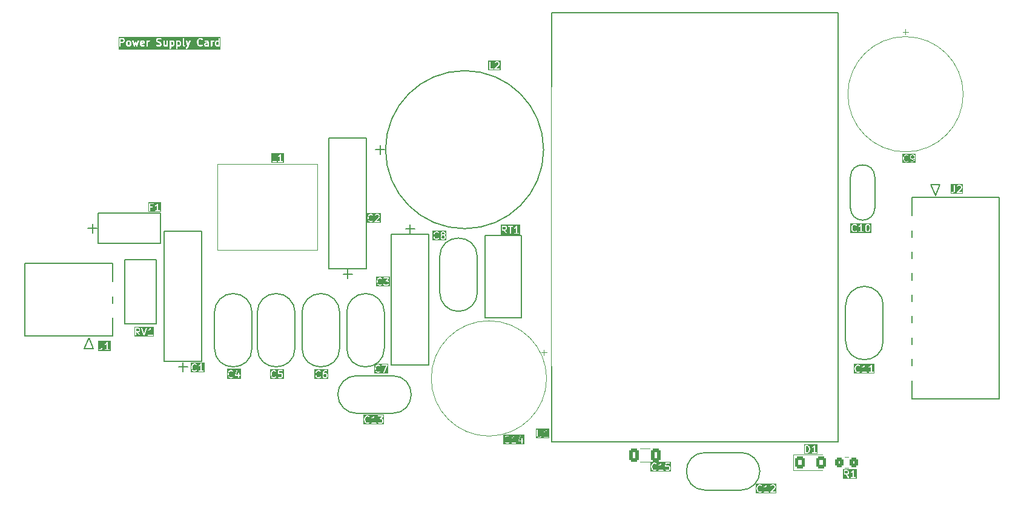
<source format=gbr>
%TF.GenerationSoftware,KiCad,Pcbnew,8.0.4*%
%TF.CreationDate,2024-11-06T13:18:38+05:30*%
%TF.ProjectId,PS_CARD,50535f43-4152-4442-9e6b-696361645f70,rev?*%
%TF.SameCoordinates,Original*%
%TF.FileFunction,Legend,Top*%
%TF.FilePolarity,Positive*%
%FSLAX46Y46*%
G04 Gerber Fmt 4.6, Leading zero omitted, Abs format (unit mm)*
G04 Created by KiCad (PCBNEW 8.0.4) date 2024-11-06 13:18:38*
%MOMM*%
%LPD*%
G01*
G04 APERTURE LIST*
G04 Aperture macros list*
%AMRoundRect*
0 Rectangle with rounded corners*
0 $1 Rounding radius*
0 $2 $3 $4 $5 $6 $7 $8 $9 X,Y pos of 4 corners*
0 Add a 4 corners polygon primitive as box body*
4,1,4,$2,$3,$4,$5,$6,$7,$8,$9,$2,$3,0*
0 Add four circle primitives for the rounded corners*
1,1,$1+$1,$2,$3*
1,1,$1+$1,$4,$5*
1,1,$1+$1,$6,$7*
1,1,$1+$1,$8,$9*
0 Add four rect primitives between the rounded corners*
20,1,$1+$1,$2,$3,$4,$5,0*
20,1,$1+$1,$4,$5,$6,$7,0*
20,1,$1+$1,$6,$7,$8,$9,0*
20,1,$1+$1,$8,$9,$2,$3,0*%
G04 Aperture macros list end*
%ADD10C,0.200000*%
%ADD11C,0.100000*%
%ADD12C,0.150000*%
%ADD13C,0.152400*%
%ADD14C,0.120000*%
%ADD15C,0.127000*%
%ADD16R,1.800000X1.800000*%
%ADD17C,1.700000*%
%ADD18R,1.625600X1.625600*%
%ADD19C,1.625600*%
%ADD20C,3.900000*%
%ADD21C,7.000000*%
%ADD22C,4.000000*%
%ADD23C,2.700000*%
%ADD24R,1.422400X1.422400*%
%ADD25C,1.422400*%
%ADD26C,1.066800*%
%ADD27C,2.999999*%
%ADD28R,1.520000X1.520000*%
%ADD29C,1.520000*%
%ADD30RoundRect,0.250000X0.350000X0.450000X-0.350000X0.450000X-0.350000X-0.450000X0.350000X-0.450000X0*%
%ADD31R,1.574800X1.574800*%
%ADD32C,1.574800*%
%ADD33C,1.404000*%
%ADD34RoundRect,0.250000X-0.412500X-0.650000X0.412500X-0.650000X0.412500X0.650000X-0.412500X0.650000X0*%
%ADD35C,1.600000*%
%ADD36C,1.800000*%
%ADD37RoundRect,0.250001X-0.462499X-0.624999X0.462499X-0.624999X0.462499X0.624999X-0.462499X0.624999X0*%
G04 APERTURE END LIST*
D10*
G36*
X76539009Y-76930357D02*
G01*
X76563678Y-76955025D01*
X76593483Y-77014635D01*
X76593483Y-77253135D01*
X76563678Y-77312743D01*
X76539009Y-77337413D01*
X76479400Y-77367219D01*
X76336138Y-77367219D01*
X76317293Y-77357796D01*
X76317293Y-76909974D01*
X76336138Y-76900552D01*
X76479400Y-76900552D01*
X76539009Y-76930357D01*
G37*
G36*
X77443771Y-76930357D02*
G01*
X77468440Y-76955025D01*
X77498245Y-77014635D01*
X77498245Y-77253135D01*
X77468440Y-77312743D01*
X77443771Y-77337413D01*
X77384162Y-77367219D01*
X77240900Y-77367219D01*
X77222055Y-77357796D01*
X77222055Y-76909974D01*
X77240900Y-76900552D01*
X77384162Y-76900552D01*
X77443771Y-76930357D01*
G37*
G36*
X70491389Y-76930357D02*
G01*
X70516058Y-76955025D01*
X70545863Y-77014635D01*
X70545863Y-77253135D01*
X70516058Y-77312743D01*
X70491389Y-77337413D01*
X70431780Y-77367219D01*
X70336137Y-77367219D01*
X70276527Y-77337414D01*
X70251860Y-77312746D01*
X70222054Y-77253134D01*
X70222054Y-77014635D01*
X70251859Y-76955025D01*
X70276527Y-76930356D01*
X70336137Y-76900552D01*
X70431780Y-76900552D01*
X70491389Y-76930357D01*
G37*
G36*
X72428470Y-76922707D02*
G01*
X72445920Y-76957607D01*
X72174435Y-77011904D01*
X72174435Y-76967016D01*
X72196590Y-76922706D01*
X72240899Y-76900552D01*
X72384161Y-76900552D01*
X72428470Y-76922707D01*
G37*
G36*
X81403008Y-77357796D02*
G01*
X81384163Y-77367219D01*
X81193282Y-77367219D01*
X81148972Y-77345064D01*
X81126818Y-77300754D01*
X81126818Y-77252730D01*
X81148973Y-77208420D01*
X81193282Y-77186266D01*
X81403008Y-77186266D01*
X81403008Y-77357796D01*
G37*
G36*
X82926818Y-76909974D02*
G01*
X82926818Y-77357796D01*
X82907973Y-77367219D01*
X82764711Y-77367219D01*
X82705101Y-77337414D01*
X82680434Y-77312746D01*
X82650628Y-77253134D01*
X82650628Y-77014635D01*
X82680433Y-76955025D01*
X82705101Y-76930356D01*
X82764711Y-76900552D01*
X82907973Y-76900552D01*
X82926818Y-76909974D01*
G37*
G36*
X69586627Y-76597024D02*
G01*
X69611296Y-76621692D01*
X69641101Y-76681302D01*
X69641101Y-76776945D01*
X69611296Y-76836554D01*
X69586627Y-76861222D01*
X69527018Y-76891028D01*
X69269673Y-76891028D01*
X69269673Y-76567219D01*
X69527018Y-76567219D01*
X69586627Y-76597024D01*
G37*
G36*
X83237929Y-78010878D02*
G01*
X68958562Y-78010878D01*
X68958562Y-76467219D01*
X69069673Y-76467219D01*
X69069673Y-77467219D01*
X69071594Y-77486728D01*
X69086526Y-77522776D01*
X69114116Y-77550366D01*
X69150164Y-77565298D01*
X69189182Y-77565298D01*
X69225230Y-77550366D01*
X69252820Y-77522776D01*
X69267752Y-77486728D01*
X69269673Y-77467219D01*
X69269673Y-77091028D01*
X69550625Y-77091028D01*
X69570134Y-77089107D01*
X69573454Y-77087731D01*
X69577038Y-77087477D01*
X69595346Y-77080471D01*
X69690584Y-77032852D01*
X69698980Y-77027566D01*
X69701420Y-77026556D01*
X69704166Y-77024302D01*
X69707174Y-77022409D01*
X69708903Y-77020414D01*
X69716574Y-77014120D01*
X69739666Y-76991028D01*
X70022054Y-76991028D01*
X70022054Y-77276742D01*
X70023975Y-77296251D01*
X70025350Y-77299571D01*
X70025605Y-77303155D01*
X70032611Y-77321463D01*
X70080230Y-77416701D01*
X70085513Y-77425093D01*
X70086525Y-77427537D01*
X70088781Y-77430286D01*
X70090673Y-77433291D01*
X70092667Y-77435020D01*
X70098962Y-77442690D01*
X70146580Y-77490310D01*
X70154248Y-77496603D01*
X70155980Y-77498600D01*
X70158988Y-77500493D01*
X70161734Y-77502747D01*
X70164174Y-77503757D01*
X70172571Y-77509043D01*
X70267808Y-77556662D01*
X70286117Y-77563668D01*
X70289700Y-77563922D01*
X70293021Y-77565298D01*
X70312530Y-77567219D01*
X70455387Y-77567219D01*
X70474896Y-77565298D01*
X70478216Y-77563922D01*
X70481800Y-77563668D01*
X70500108Y-77556662D01*
X70595346Y-77509043D01*
X70603741Y-77503758D01*
X70606183Y-77502747D01*
X70608930Y-77500491D01*
X70611936Y-77498600D01*
X70613666Y-77496605D01*
X70621336Y-77490310D01*
X70668955Y-77442690D01*
X70675247Y-77435023D01*
X70677244Y-77433292D01*
X70679137Y-77430284D01*
X70681392Y-77427537D01*
X70682403Y-77425095D01*
X70687687Y-77416701D01*
X70735306Y-77321464D01*
X70742312Y-77303155D01*
X70742566Y-77299571D01*
X70743942Y-77296251D01*
X70745863Y-77276742D01*
X70745863Y-76991028D01*
X70743942Y-76971519D01*
X70742566Y-76968198D01*
X70742312Y-76964615D01*
X70735306Y-76946306D01*
X70687687Y-76851069D01*
X70682401Y-76842672D01*
X70681391Y-76840232D01*
X70679137Y-76837486D01*
X70677244Y-76834478D01*
X70675246Y-76832745D01*
X70668954Y-76825079D01*
X70652613Y-76808738D01*
X70879532Y-76808738D01*
X70883045Y-76828024D01*
X71073521Y-77494691D01*
X71080727Y-77512922D01*
X71084697Y-77517923D01*
X71087210Y-77523786D01*
X71096721Y-77533068D01*
X71104988Y-77543481D01*
X71110565Y-77546579D01*
X71115134Y-77551038D01*
X71127483Y-77555977D01*
X71139096Y-77562429D01*
X71145431Y-77563157D01*
X71151361Y-77565529D01*
X71164654Y-77565366D01*
X71177859Y-77566884D01*
X71183998Y-77565129D01*
X71190376Y-77565052D01*
X71202586Y-77559819D01*
X71215376Y-77556165D01*
X71220377Y-77552194D01*
X71226240Y-77549682D01*
X71235522Y-77540170D01*
X71245935Y-77531904D01*
X71249033Y-77526326D01*
X71253492Y-77521758D01*
X71262521Y-77504358D01*
X71360149Y-77260287D01*
X71457777Y-77504358D01*
X71466806Y-77521758D01*
X71471264Y-77526326D01*
X71474363Y-77531904D01*
X71484775Y-77540170D01*
X71494058Y-77549682D01*
X71499921Y-77552194D01*
X71504922Y-77556165D01*
X71517709Y-77559818D01*
X71529921Y-77565052D01*
X71536299Y-77565129D01*
X71542439Y-77566884D01*
X71555650Y-77565365D01*
X71568937Y-77565528D01*
X71574860Y-77563158D01*
X71581202Y-77562430D01*
X71592825Y-77555972D01*
X71605164Y-77551037D01*
X71609730Y-77546580D01*
X71615310Y-77543481D01*
X71623577Y-77533067D01*
X71633088Y-77523786D01*
X71635600Y-77517923D01*
X71639571Y-77512922D01*
X71646777Y-77494691D01*
X71804286Y-76943409D01*
X71974435Y-76943409D01*
X71974435Y-77324361D01*
X71976356Y-77343870D01*
X71977731Y-77347190D01*
X71977986Y-77350773D01*
X71984992Y-77369082D01*
X72032611Y-77464321D01*
X72034664Y-77467584D01*
X72035178Y-77469123D01*
X72036840Y-77471039D01*
X72043054Y-77480911D01*
X72052525Y-77489125D01*
X72060742Y-77498600D01*
X72070612Y-77504812D01*
X72072530Y-77506476D01*
X72074070Y-77506989D01*
X72077333Y-77509043D01*
X72172570Y-77556662D01*
X72190879Y-77563668D01*
X72194462Y-77563922D01*
X72197783Y-77565298D01*
X72217292Y-77567219D01*
X72407768Y-77567219D01*
X72427277Y-77565298D01*
X72430597Y-77563922D01*
X72434181Y-77563668D01*
X72452489Y-77556662D01*
X72547727Y-77509043D01*
X72564317Y-77498600D01*
X72589882Y-77469123D01*
X72602220Y-77432107D01*
X72599455Y-77393187D01*
X72582006Y-77358289D01*
X72552529Y-77332724D01*
X72515513Y-77320385D01*
X72476593Y-77323151D01*
X72458284Y-77330157D01*
X72384161Y-77367219D01*
X72240899Y-77367219D01*
X72196589Y-77345064D01*
X72174435Y-77300754D01*
X72174435Y-77215865D01*
X72570131Y-77136726D01*
X72570134Y-77136726D01*
X72570136Y-77136724D01*
X72570236Y-77136705D01*
X72588990Y-77130995D01*
X72597130Y-77125543D01*
X72606182Y-77121794D01*
X72613183Y-77114792D01*
X72621409Y-77109284D01*
X72626843Y-77101132D01*
X72633772Y-77094204D01*
X72637561Y-77085056D01*
X72643053Y-77076819D01*
X72644954Y-77067208D01*
X72648704Y-77058156D01*
X72650625Y-77038647D01*
X72650625Y-76943409D01*
X72648704Y-76923900D01*
X72647328Y-76920579D01*
X72647074Y-76916996D01*
X72640068Y-76898687D01*
X72592449Y-76803450D01*
X72590624Y-76800552D01*
X72879197Y-76800552D01*
X72879197Y-77467219D01*
X72881118Y-77486728D01*
X72896050Y-77522776D01*
X72923640Y-77550366D01*
X72959688Y-77565298D01*
X72998706Y-77565298D01*
X73034754Y-77550366D01*
X73062344Y-77522776D01*
X73077276Y-77486728D01*
X73079197Y-77467219D01*
X73079197Y-77014635D01*
X73109002Y-76955025D01*
X73133670Y-76930356D01*
X73193280Y-76900552D01*
X73264911Y-76900552D01*
X73284420Y-76898631D01*
X73320468Y-76883699D01*
X73348058Y-76856109D01*
X73362990Y-76820061D01*
X73362990Y-76781043D01*
X73348058Y-76744995D01*
X73320468Y-76717405D01*
X73284420Y-76702473D01*
X73264911Y-76700552D01*
X73169673Y-76700552D01*
X73150164Y-76702473D01*
X73146843Y-76703848D01*
X73143260Y-76704103D01*
X73124951Y-76711109D01*
X73060622Y-76743273D01*
X73034754Y-76717405D01*
X72998706Y-76702473D01*
X72959688Y-76702473D01*
X72923640Y-76717405D01*
X72896050Y-76744995D01*
X72881118Y-76781043D01*
X72879197Y-76800552D01*
X72590624Y-76800552D01*
X72590394Y-76800186D01*
X72589882Y-76798648D01*
X72588220Y-76796732D01*
X72582006Y-76786859D01*
X72572530Y-76778641D01*
X72564317Y-76769171D01*
X72554445Y-76762957D01*
X72552529Y-76761295D01*
X72550990Y-76760781D01*
X72547727Y-76758728D01*
X72452489Y-76711109D01*
X72434181Y-76704103D01*
X72430597Y-76703848D01*
X72427277Y-76702473D01*
X72407768Y-76700552D01*
X72217292Y-76700552D01*
X72197783Y-76702473D01*
X72194462Y-76703848D01*
X72190879Y-76704103D01*
X72172570Y-76711109D01*
X72077333Y-76758728D01*
X72074069Y-76760782D01*
X72072531Y-76761295D01*
X72070615Y-76762956D01*
X72060742Y-76769171D01*
X72052524Y-76778646D01*
X72043054Y-76786860D01*
X72036840Y-76796731D01*
X72035178Y-76798648D01*
X72034664Y-76800186D01*
X72032611Y-76803450D01*
X71984992Y-76898688D01*
X71977986Y-76916996D01*
X71977731Y-76920579D01*
X71976356Y-76923900D01*
X71974435Y-76943409D01*
X71804286Y-76943409D01*
X71837253Y-76828024D01*
X71840766Y-76808738D01*
X71836311Y-76769975D01*
X71817363Y-76735867D01*
X71786804Y-76711606D01*
X71749287Y-76700887D01*
X71710524Y-76705342D01*
X71676416Y-76724290D01*
X71652155Y-76754849D01*
X71644949Y-76773080D01*
X71534834Y-77158482D01*
X71452997Y-76953889D01*
X71443968Y-76936489D01*
X71443099Y-76935599D01*
X71442612Y-76934461D01*
X71429515Y-76921680D01*
X71416716Y-76908565D01*
X71415575Y-76908076D01*
X71414688Y-76907210D01*
X71397674Y-76900404D01*
X71380852Y-76893195D01*
X71379613Y-76893179D01*
X71378461Y-76892719D01*
X71360170Y-76892942D01*
X71341837Y-76892718D01*
X71340682Y-76893179D01*
X71339445Y-76893195D01*
X71322650Y-76900392D01*
X71305610Y-76907209D01*
X71304720Y-76908077D01*
X71303582Y-76908565D01*
X71290791Y-76921670D01*
X71277686Y-76934461D01*
X71277198Y-76935599D01*
X71276330Y-76936489D01*
X71267301Y-76953889D01*
X71185463Y-77158482D01*
X71075349Y-76773080D01*
X71068143Y-76754849D01*
X71043882Y-76724290D01*
X71009774Y-76705341D01*
X70971011Y-76700887D01*
X70933494Y-76711606D01*
X70902935Y-76735867D01*
X70883986Y-76769975D01*
X70879532Y-76808738D01*
X70652613Y-76808738D01*
X70621336Y-76777460D01*
X70613665Y-76771165D01*
X70611936Y-76769171D01*
X70608928Y-76767277D01*
X70606182Y-76765024D01*
X70603742Y-76764013D01*
X70595346Y-76758728D01*
X70500108Y-76711109D01*
X70481800Y-76704103D01*
X70478216Y-76703848D01*
X70474896Y-76702473D01*
X70455387Y-76700552D01*
X70312530Y-76700552D01*
X70293021Y-76702473D01*
X70289700Y-76703848D01*
X70286117Y-76704103D01*
X70267808Y-76711109D01*
X70172571Y-76758728D01*
X70164174Y-76764013D01*
X70161734Y-76765024D01*
X70158988Y-76767277D01*
X70155980Y-76769171D01*
X70154247Y-76771168D01*
X70146581Y-76777461D01*
X70098962Y-76825079D01*
X70092667Y-76832749D01*
X70090673Y-76834479D01*
X70088779Y-76837486D01*
X70086526Y-76840233D01*
X70085515Y-76842672D01*
X70080230Y-76851069D01*
X70032611Y-76946307D01*
X70025605Y-76964615D01*
X70025350Y-76968198D01*
X70023975Y-76971519D01*
X70022054Y-76991028D01*
X69739666Y-76991028D01*
X69764192Y-76966501D01*
X69770484Y-76958834D01*
X69772482Y-76957102D01*
X69774375Y-76954093D01*
X69776629Y-76951348D01*
X69777639Y-76948907D01*
X69782925Y-76940511D01*
X69830544Y-76845274D01*
X69837550Y-76826965D01*
X69837804Y-76823381D01*
X69839180Y-76820061D01*
X69841101Y-76800552D01*
X69841101Y-76657695D01*
X74212531Y-76657695D01*
X74212531Y-76752933D01*
X74214452Y-76772442D01*
X74215827Y-76775762D01*
X74216082Y-76779346D01*
X74223088Y-76797654D01*
X74270707Y-76892892D01*
X74275992Y-76901288D01*
X74277003Y-76903728D01*
X74279256Y-76906474D01*
X74281150Y-76909482D01*
X74283144Y-76911211D01*
X74289439Y-76918882D01*
X74337058Y-76966500D01*
X74344724Y-76972792D01*
X74346457Y-76974790D01*
X74349465Y-76976683D01*
X74352211Y-76978937D01*
X74354651Y-76979947D01*
X74363048Y-76985233D01*
X74458285Y-77032852D01*
X74459713Y-77033398D01*
X74460293Y-77033828D01*
X74468469Y-77036749D01*
X74476594Y-77039858D01*
X74477314Y-77039909D01*
X74478753Y-77040423D01*
X74658578Y-77085379D01*
X74729485Y-77120833D01*
X74754154Y-77145501D01*
X74783959Y-77205111D01*
X74783959Y-77253135D01*
X74754154Y-77312743D01*
X74729485Y-77337413D01*
X74669876Y-77367219D01*
X74471614Y-77367219D01*
X74344154Y-77324732D01*
X74325038Y-77320385D01*
X74286118Y-77323151D01*
X74251219Y-77340601D01*
X74225654Y-77370077D01*
X74213316Y-77407093D01*
X74216082Y-77446013D01*
X74233532Y-77480912D01*
X74263008Y-77506477D01*
X74280908Y-77514468D01*
X74423765Y-77562087D01*
X74433437Y-77564286D01*
X74435879Y-77565298D01*
X74439416Y-77565646D01*
X74442880Y-77566434D01*
X74445514Y-77566246D01*
X74455388Y-77567219D01*
X74693483Y-77567219D01*
X74712992Y-77565298D01*
X74716312Y-77563922D01*
X74719896Y-77563668D01*
X74738204Y-77556662D01*
X74833442Y-77509043D01*
X74841837Y-77503758D01*
X74844279Y-77502747D01*
X74847026Y-77500491D01*
X74850032Y-77498600D01*
X74851762Y-77496605D01*
X74859432Y-77490310D01*
X74907051Y-77442690D01*
X74913343Y-77435023D01*
X74915340Y-77433292D01*
X74917233Y-77430284D01*
X74919488Y-77427537D01*
X74920499Y-77425095D01*
X74925783Y-77416701D01*
X74973402Y-77321464D01*
X74980408Y-77303155D01*
X74980662Y-77299571D01*
X74982038Y-77296251D01*
X74983959Y-77276742D01*
X74983959Y-77181504D01*
X74982038Y-77161995D01*
X74980662Y-77158674D01*
X74980408Y-77155091D01*
X74973402Y-77136782D01*
X74925783Y-77041545D01*
X74920497Y-77033148D01*
X74919487Y-77030708D01*
X74917233Y-77027962D01*
X74915340Y-77024954D01*
X74913342Y-77023221D01*
X74907050Y-77015555D01*
X74859432Y-76967936D01*
X74851761Y-76961641D01*
X74850032Y-76959647D01*
X74847024Y-76957753D01*
X74844278Y-76955500D01*
X74841838Y-76954489D01*
X74833442Y-76949204D01*
X74738204Y-76901585D01*
X74736777Y-76901039D01*
X74736197Y-76900609D01*
X74728020Y-76897687D01*
X74719896Y-76894579D01*
X74719173Y-76894527D01*
X74717736Y-76894014D01*
X74537911Y-76849057D01*
X74467004Y-76813604D01*
X74453953Y-76800552D01*
X75212531Y-76800552D01*
X75212531Y-77324361D01*
X75214452Y-77343870D01*
X75215827Y-77347190D01*
X75216082Y-77350773D01*
X75223088Y-77369082D01*
X75270707Y-77464321D01*
X75272760Y-77467584D01*
X75273274Y-77469123D01*
X75274936Y-77471039D01*
X75281150Y-77480911D01*
X75290621Y-77489125D01*
X75298838Y-77498600D01*
X75308708Y-77504812D01*
X75310626Y-77506476D01*
X75312166Y-77506989D01*
X75315429Y-77509043D01*
X75410666Y-77556662D01*
X75428975Y-77563668D01*
X75432558Y-77563922D01*
X75435879Y-77565298D01*
X75455388Y-77567219D01*
X75598245Y-77567219D01*
X75617754Y-77565298D01*
X75621074Y-77563922D01*
X75624658Y-77563668D01*
X75642966Y-77556662D01*
X75675549Y-77540370D01*
X75685545Y-77550366D01*
X75721593Y-77565298D01*
X75760611Y-77565298D01*
X75796659Y-77550366D01*
X75824249Y-77522776D01*
X75839181Y-77486728D01*
X75841102Y-77467219D01*
X75841102Y-76800552D01*
X76117293Y-76800552D01*
X76117293Y-77800552D01*
X76119214Y-77820061D01*
X76134146Y-77856109D01*
X76161736Y-77883699D01*
X76197784Y-77898631D01*
X76236802Y-77898631D01*
X76272850Y-77883699D01*
X76300440Y-77856109D01*
X76315372Y-77820061D01*
X76317293Y-77800552D01*
X76317293Y-77567219D01*
X76503007Y-77567219D01*
X76522516Y-77565298D01*
X76525836Y-77563922D01*
X76529420Y-77563668D01*
X76547728Y-77556662D01*
X76642966Y-77509043D01*
X76651361Y-77503758D01*
X76653803Y-77502747D01*
X76656550Y-77500491D01*
X76659556Y-77498600D01*
X76661286Y-77496605D01*
X76668956Y-77490310D01*
X76716575Y-77442690D01*
X76722867Y-77435023D01*
X76724864Y-77433292D01*
X76726757Y-77430284D01*
X76729012Y-77427537D01*
X76730023Y-77425095D01*
X76735307Y-77416701D01*
X76782926Y-77321464D01*
X76789932Y-77303155D01*
X76790186Y-77299571D01*
X76791562Y-77296251D01*
X76793483Y-77276742D01*
X76793483Y-76991028D01*
X76791562Y-76971519D01*
X76790186Y-76968198D01*
X76789932Y-76964615D01*
X76782926Y-76946306D01*
X76735307Y-76851069D01*
X76730021Y-76842672D01*
X76729011Y-76840232D01*
X76726757Y-76837486D01*
X76724864Y-76834478D01*
X76722866Y-76832745D01*
X76716574Y-76825079D01*
X76692048Y-76800552D01*
X77022055Y-76800552D01*
X77022055Y-77800552D01*
X77023976Y-77820061D01*
X77038908Y-77856109D01*
X77066498Y-77883699D01*
X77102546Y-77898631D01*
X77141564Y-77898631D01*
X77177612Y-77883699D01*
X77205202Y-77856109D01*
X77220134Y-77820061D01*
X77222055Y-77800552D01*
X77222055Y-77788045D01*
X78356174Y-77788045D01*
X78358940Y-77826965D01*
X78376389Y-77861864D01*
X78405866Y-77887428D01*
X78442882Y-77899767D01*
X78481802Y-77897001D01*
X78500110Y-77889995D01*
X78595348Y-77842376D01*
X78603744Y-77837090D01*
X78606184Y-77836080D01*
X78608930Y-77833826D01*
X78611938Y-77831933D01*
X78613667Y-77829938D01*
X78621338Y-77823644D01*
X78668956Y-77776025D01*
X78681393Y-77760872D01*
X78681630Y-77760297D01*
X78682065Y-77759853D01*
X78691094Y-77742453D01*
X78786332Y-77504358D01*
X78786856Y-77502551D01*
X78787658Y-77500853D01*
X79003752Y-76895790D01*
X79926818Y-76895790D01*
X79926818Y-77038647D01*
X79927153Y-77042049D01*
X79926936Y-77043508D01*
X79928015Y-77050805D01*
X79928739Y-77058156D01*
X79929303Y-77059519D01*
X79929804Y-77062901D01*
X79977423Y-77253376D01*
X79977936Y-77254813D01*
X79977988Y-77255536D01*
X79981096Y-77263660D01*
X79984018Y-77271837D01*
X79984448Y-77272417D01*
X79984994Y-77273844D01*
X80032613Y-77369082D01*
X80037895Y-77377474D01*
X80038908Y-77379918D01*
X80041164Y-77382667D01*
X80043056Y-77385672D01*
X80045050Y-77387401D01*
X80051345Y-77395071D01*
X80146583Y-77490311D01*
X80161736Y-77502747D01*
X80165055Y-77504122D01*
X80167771Y-77506477D01*
X80185671Y-77514468D01*
X80328528Y-77562087D01*
X80338200Y-77564286D01*
X80340642Y-77565298D01*
X80344179Y-77565646D01*
X80347643Y-77566434D01*
X80350277Y-77566246D01*
X80360151Y-77567219D01*
X80455389Y-77567219D01*
X80465262Y-77566246D01*
X80467896Y-77566434D01*
X80471359Y-77565646D01*
X80474898Y-77565298D01*
X80477340Y-77564286D01*
X80487012Y-77562087D01*
X80629868Y-77514468D01*
X80647769Y-77506477D01*
X80650484Y-77504122D01*
X80653804Y-77502747D01*
X80668957Y-77490310D01*
X80716576Y-77442690D01*
X80729013Y-77427537D01*
X80743944Y-77391488D01*
X80743943Y-77352470D01*
X80729012Y-77316422D01*
X80701421Y-77288832D01*
X80665373Y-77273901D01*
X80626355Y-77273902D01*
X80590307Y-77288833D01*
X80575153Y-77301270D01*
X80544226Y-77332197D01*
X80439162Y-77367219D01*
X80376377Y-77367219D01*
X80271312Y-77332197D01*
X80204242Y-77265127D01*
X80186240Y-77229123D01*
X80926818Y-77229123D01*
X80926818Y-77324361D01*
X80928739Y-77343870D01*
X80930114Y-77347190D01*
X80930369Y-77350773D01*
X80937375Y-77369082D01*
X80984994Y-77464321D01*
X80987047Y-77467584D01*
X80987561Y-77469123D01*
X80989223Y-77471039D01*
X80995437Y-77480911D01*
X81004908Y-77489125D01*
X81013125Y-77498600D01*
X81022995Y-77504812D01*
X81024913Y-77506476D01*
X81026453Y-77506989D01*
X81029716Y-77509043D01*
X81124953Y-77556662D01*
X81143262Y-77563668D01*
X81146845Y-77563922D01*
X81150166Y-77565298D01*
X81169675Y-77567219D01*
X81407770Y-77567219D01*
X81427279Y-77565298D01*
X81430599Y-77563922D01*
X81434183Y-77563668D01*
X81452491Y-77556662D01*
X81457094Y-77554360D01*
X81483499Y-77565298D01*
X81522517Y-77565298D01*
X81558565Y-77550366D01*
X81586155Y-77522776D01*
X81601087Y-77486728D01*
X81603008Y-77467219D01*
X81603008Y-76943409D01*
X81601087Y-76923900D01*
X81599711Y-76920579D01*
X81599457Y-76916996D01*
X81592451Y-76898687D01*
X81544832Y-76803450D01*
X81543007Y-76800552D01*
X81879199Y-76800552D01*
X81879199Y-77467219D01*
X81881120Y-77486728D01*
X81896052Y-77522776D01*
X81923642Y-77550366D01*
X81959690Y-77565298D01*
X81998708Y-77565298D01*
X82034756Y-77550366D01*
X82062346Y-77522776D01*
X82077278Y-77486728D01*
X82079199Y-77467219D01*
X82079199Y-77014635D01*
X82091003Y-76991028D01*
X82450628Y-76991028D01*
X82450628Y-77276742D01*
X82452549Y-77296251D01*
X82453924Y-77299571D01*
X82454179Y-77303155D01*
X82461185Y-77321463D01*
X82508804Y-77416701D01*
X82514087Y-77425093D01*
X82515099Y-77427537D01*
X82517355Y-77430286D01*
X82519247Y-77433291D01*
X82521241Y-77435020D01*
X82527536Y-77442690D01*
X82575154Y-77490310D01*
X82582822Y-77496603D01*
X82584554Y-77498600D01*
X82587562Y-77500493D01*
X82590308Y-77502747D01*
X82592748Y-77503757D01*
X82601145Y-77509043D01*
X82696382Y-77556662D01*
X82714691Y-77563668D01*
X82718274Y-77563922D01*
X82721595Y-77565298D01*
X82741104Y-77567219D01*
X82931580Y-77567219D01*
X82951089Y-77565298D01*
X82954409Y-77563922D01*
X82957993Y-77563668D01*
X82976301Y-77556662D01*
X82980904Y-77554360D01*
X83007309Y-77565298D01*
X83046327Y-77565298D01*
X83082375Y-77550366D01*
X83109965Y-77522776D01*
X83124897Y-77486728D01*
X83126818Y-77467219D01*
X83126818Y-76467219D01*
X83124897Y-76447710D01*
X83109965Y-76411662D01*
X83082375Y-76384072D01*
X83046327Y-76369140D01*
X83007309Y-76369140D01*
X82971261Y-76384072D01*
X82943671Y-76411662D01*
X82928739Y-76447710D01*
X82926818Y-76467219D01*
X82926818Y-76700552D01*
X82741104Y-76700552D01*
X82721595Y-76702473D01*
X82718274Y-76703848D01*
X82714691Y-76704103D01*
X82696382Y-76711109D01*
X82601145Y-76758728D01*
X82592748Y-76764013D01*
X82590308Y-76765024D01*
X82587562Y-76767277D01*
X82584554Y-76769171D01*
X82582821Y-76771168D01*
X82575155Y-76777461D01*
X82527536Y-76825079D01*
X82521241Y-76832749D01*
X82519247Y-76834479D01*
X82517353Y-76837486D01*
X82515100Y-76840233D01*
X82514089Y-76842672D01*
X82508804Y-76851069D01*
X82461185Y-76946307D01*
X82454179Y-76964615D01*
X82453924Y-76968198D01*
X82452549Y-76971519D01*
X82450628Y-76991028D01*
X82091003Y-76991028D01*
X82109004Y-76955025D01*
X82133672Y-76930356D01*
X82193282Y-76900552D01*
X82264913Y-76900552D01*
X82284422Y-76898631D01*
X82320470Y-76883699D01*
X82348060Y-76856109D01*
X82362992Y-76820061D01*
X82362992Y-76781043D01*
X82348060Y-76744995D01*
X82320470Y-76717405D01*
X82284422Y-76702473D01*
X82264913Y-76700552D01*
X82169675Y-76700552D01*
X82150166Y-76702473D01*
X82146845Y-76703848D01*
X82143262Y-76704103D01*
X82124953Y-76711109D01*
X82060624Y-76743273D01*
X82034756Y-76717405D01*
X81998708Y-76702473D01*
X81959690Y-76702473D01*
X81923642Y-76717405D01*
X81896052Y-76744995D01*
X81881120Y-76781043D01*
X81879199Y-76800552D01*
X81543007Y-76800552D01*
X81542777Y-76800186D01*
X81542265Y-76798648D01*
X81540603Y-76796732D01*
X81534389Y-76786859D01*
X81524913Y-76778641D01*
X81516700Y-76769171D01*
X81506828Y-76762957D01*
X81504912Y-76761295D01*
X81503373Y-76760781D01*
X81500110Y-76758728D01*
X81404872Y-76711109D01*
X81386564Y-76704103D01*
X81382980Y-76703848D01*
X81379660Y-76702473D01*
X81360151Y-76700552D01*
X81169675Y-76700552D01*
X81150166Y-76702473D01*
X81146845Y-76703848D01*
X81143262Y-76704103D01*
X81124953Y-76711109D01*
X81029716Y-76758728D01*
X81013125Y-76769171D01*
X80987561Y-76798648D01*
X80975222Y-76835664D01*
X80977988Y-76874584D01*
X80995437Y-76909483D01*
X81024914Y-76935047D01*
X81061930Y-76947386D01*
X81100850Y-76944620D01*
X81119158Y-76937614D01*
X81193282Y-76900552D01*
X81336544Y-76900552D01*
X81380853Y-76922707D01*
X81403008Y-76967016D01*
X81403008Y-76976843D01*
X81384163Y-76986266D01*
X81169675Y-76986266D01*
X81150166Y-76988187D01*
X81146845Y-76989562D01*
X81143262Y-76989817D01*
X81124953Y-76996823D01*
X81029716Y-77044442D01*
X81026452Y-77046496D01*
X81024914Y-77047009D01*
X81022998Y-77048670D01*
X81013125Y-77054885D01*
X81004907Y-77064360D01*
X80995437Y-77072574D01*
X80989223Y-77082445D01*
X80987561Y-77084362D01*
X80987047Y-77085900D01*
X80984994Y-77089164D01*
X80937375Y-77184402D01*
X80930369Y-77202710D01*
X80930114Y-77206293D01*
X80928739Y-77209614D01*
X80926818Y-77229123D01*
X80186240Y-77229123D01*
X80168788Y-77194218D01*
X80126818Y-77026337D01*
X80126818Y-76908100D01*
X80168788Y-76740218D01*
X80204241Y-76669312D01*
X80271313Y-76602240D01*
X80376377Y-76567219D01*
X80439162Y-76567219D01*
X80544227Y-76602240D01*
X80575154Y-76633167D01*
X80590307Y-76645604D01*
X80626356Y-76660535D01*
X80665374Y-76660535D01*
X80701422Y-76645604D01*
X80729012Y-76618014D01*
X80743943Y-76581966D01*
X80743943Y-76542948D01*
X80729012Y-76506899D01*
X80716575Y-76491746D01*
X80668957Y-76444127D01*
X80653803Y-76431691D01*
X80650484Y-76430316D01*
X80647769Y-76427961D01*
X80629868Y-76419970D01*
X80487012Y-76372351D01*
X80477340Y-76370151D01*
X80474898Y-76369140D01*
X80471359Y-76368791D01*
X80467896Y-76368004D01*
X80465262Y-76368191D01*
X80455389Y-76367219D01*
X80360151Y-76367219D01*
X80350277Y-76368191D01*
X80347643Y-76368004D01*
X80344179Y-76368791D01*
X80340642Y-76369140D01*
X80338200Y-76370151D01*
X80328528Y-76372351D01*
X80185671Y-76419970D01*
X80167771Y-76427961D01*
X80165055Y-76430316D01*
X80161737Y-76431691D01*
X80146583Y-76444127D01*
X80051345Y-76539365D01*
X80045050Y-76547035D01*
X80043056Y-76548765D01*
X80041162Y-76551772D01*
X80038909Y-76554519D01*
X80037898Y-76556958D01*
X80032613Y-76565355D01*
X79984994Y-76660593D01*
X79984448Y-76662019D01*
X79984018Y-76662600D01*
X79981096Y-76670776D01*
X79977988Y-76678901D01*
X79977936Y-76679623D01*
X79977423Y-76681061D01*
X79929804Y-76871536D01*
X79929303Y-76874917D01*
X79928739Y-76876281D01*
X79928015Y-76883631D01*
X79926936Y-76890929D01*
X79927153Y-76892387D01*
X79926818Y-76895790D01*
X79003752Y-76895790D01*
X79025753Y-76834186D01*
X79030506Y-76815167D01*
X79028568Y-76776197D01*
X79011865Y-76740935D01*
X78982939Y-76714749D01*
X78946194Y-76701626D01*
X78907224Y-76703563D01*
X78871962Y-76720267D01*
X78845775Y-76749192D01*
X78837405Y-76766919D01*
X78693484Y-77169897D01*
X78549563Y-76766918D01*
X78541193Y-76749192D01*
X78515006Y-76720266D01*
X78479744Y-76703563D01*
X78440774Y-76701625D01*
X78404029Y-76714748D01*
X78375103Y-76740935D01*
X78358400Y-76776197D01*
X78356462Y-76815167D01*
X78361215Y-76834186D01*
X78586582Y-77465214D01*
X78513020Y-77649117D01*
X78491391Y-77670746D01*
X78410668Y-77711109D01*
X78394077Y-77721552D01*
X78368513Y-77751029D01*
X78356174Y-77788045D01*
X77222055Y-77788045D01*
X77222055Y-77567219D01*
X77407769Y-77567219D01*
X77427278Y-77565298D01*
X77430598Y-77563922D01*
X77434182Y-77563668D01*
X77452490Y-77556662D01*
X77547728Y-77509043D01*
X77556123Y-77503758D01*
X77558565Y-77502747D01*
X77561312Y-77500491D01*
X77564318Y-77498600D01*
X77566048Y-77496605D01*
X77573718Y-77490310D01*
X77621337Y-77442690D01*
X77627629Y-77435023D01*
X77629626Y-77433292D01*
X77631519Y-77430284D01*
X77633774Y-77427537D01*
X77634785Y-77425095D01*
X77640069Y-77416701D01*
X77687688Y-77321464D01*
X77694694Y-77303155D01*
X77694948Y-77299571D01*
X77696324Y-77296251D01*
X77698245Y-77276742D01*
X77698245Y-76991028D01*
X77696324Y-76971519D01*
X77694948Y-76968198D01*
X77694694Y-76964615D01*
X77687688Y-76946306D01*
X77640069Y-76851069D01*
X77634783Y-76842672D01*
X77633773Y-76840232D01*
X77631519Y-76837486D01*
X77629626Y-76834478D01*
X77627628Y-76832745D01*
X77621336Y-76825079D01*
X77573718Y-76777460D01*
X77566047Y-76771165D01*
X77564318Y-76769171D01*
X77561310Y-76767277D01*
X77558564Y-76765024D01*
X77556124Y-76764013D01*
X77547728Y-76758728D01*
X77452490Y-76711109D01*
X77434182Y-76704103D01*
X77430598Y-76703848D01*
X77427278Y-76702473D01*
X77407769Y-76700552D01*
X77217293Y-76700552D01*
X77197784Y-76702473D01*
X77194463Y-76703848D01*
X77190880Y-76704103D01*
X77172571Y-76711109D01*
X77167968Y-76713410D01*
X77141564Y-76702473D01*
X77102546Y-76702473D01*
X77066498Y-76717405D01*
X77038908Y-76744995D01*
X77023976Y-76781043D01*
X77022055Y-76800552D01*
X76692048Y-76800552D01*
X76668956Y-76777460D01*
X76661285Y-76771165D01*
X76659556Y-76769171D01*
X76656548Y-76767277D01*
X76653802Y-76765024D01*
X76651362Y-76764013D01*
X76642966Y-76758728D01*
X76547728Y-76711109D01*
X76529420Y-76704103D01*
X76525836Y-76703848D01*
X76522516Y-76702473D01*
X76503007Y-76700552D01*
X76312531Y-76700552D01*
X76293022Y-76702473D01*
X76289701Y-76703848D01*
X76286118Y-76704103D01*
X76267809Y-76711109D01*
X76263206Y-76713410D01*
X76236802Y-76702473D01*
X76197784Y-76702473D01*
X76161736Y-76717405D01*
X76134146Y-76744995D01*
X76119214Y-76781043D01*
X76117293Y-76800552D01*
X75841102Y-76800552D01*
X75839181Y-76781043D01*
X75824249Y-76744995D01*
X75796659Y-76717405D01*
X75760611Y-76702473D01*
X75721593Y-76702473D01*
X75685545Y-76717405D01*
X75657955Y-76744995D01*
X75643023Y-76781043D01*
X75641102Y-76800552D01*
X75641102Y-77330559D01*
X75634247Y-77337413D01*
X75574638Y-77367219D01*
X75478995Y-77367219D01*
X75434685Y-77345064D01*
X75412531Y-77300754D01*
X75412531Y-76800552D01*
X75410610Y-76781043D01*
X75395678Y-76744995D01*
X75368088Y-76717405D01*
X75332040Y-76702473D01*
X75293022Y-76702473D01*
X75256974Y-76717405D01*
X75229384Y-76744995D01*
X75214452Y-76781043D01*
X75212531Y-76800552D01*
X74453953Y-76800552D01*
X74442336Y-76788935D01*
X74412531Y-76729325D01*
X74412531Y-76681302D01*
X74442336Y-76621692D01*
X74467004Y-76597023D01*
X74526614Y-76567219D01*
X74724875Y-76567219D01*
X74852336Y-76609706D01*
X74871451Y-76614053D01*
X74910371Y-76611287D01*
X74945270Y-76593837D01*
X74970835Y-76564361D01*
X74983174Y-76527345D01*
X74980407Y-76488425D01*
X74969804Y-76467219D01*
X77926817Y-76467219D01*
X77926817Y-77324361D01*
X77928738Y-77343870D01*
X77930113Y-77347190D01*
X77930368Y-77350773D01*
X77937374Y-77369082D01*
X77984993Y-77464321D01*
X77987046Y-77467584D01*
X77987560Y-77469123D01*
X77989222Y-77471039D01*
X77995436Y-77480911D01*
X78004907Y-77489125D01*
X78013124Y-77498600D01*
X78022994Y-77504812D01*
X78024912Y-77506476D01*
X78026452Y-77506989D01*
X78029715Y-77509043D01*
X78124952Y-77556662D01*
X78143261Y-77563668D01*
X78182181Y-77566434D01*
X78219197Y-77554095D01*
X78248674Y-77528530D01*
X78266123Y-77493632D01*
X78268888Y-77454712D01*
X78256550Y-77417696D01*
X78230985Y-77388219D01*
X78214395Y-77377776D01*
X78148971Y-77345064D01*
X78126817Y-77300754D01*
X78126817Y-76467219D01*
X78124896Y-76447710D01*
X78109964Y-76411662D01*
X78082374Y-76384072D01*
X78046326Y-76369140D01*
X78007308Y-76369140D01*
X77971260Y-76384072D01*
X77943670Y-76411662D01*
X77928738Y-76447710D01*
X77926817Y-76467219D01*
X74969804Y-76467219D01*
X74962958Y-76453526D01*
X74933482Y-76427961D01*
X74915581Y-76419970D01*
X74772725Y-76372351D01*
X74763053Y-76370151D01*
X74760611Y-76369140D01*
X74757072Y-76368791D01*
X74753609Y-76368004D01*
X74750975Y-76368191D01*
X74741102Y-76367219D01*
X74503007Y-76367219D01*
X74483498Y-76369140D01*
X74480177Y-76370515D01*
X74476594Y-76370770D01*
X74458285Y-76377776D01*
X74363048Y-76425395D01*
X74354651Y-76430680D01*
X74352211Y-76431691D01*
X74349465Y-76433944D01*
X74346457Y-76435838D01*
X74344724Y-76437835D01*
X74337058Y-76444128D01*
X74289439Y-76491746D01*
X74283144Y-76499416D01*
X74281150Y-76501146D01*
X74279256Y-76504153D01*
X74277003Y-76506900D01*
X74275992Y-76509339D01*
X74270707Y-76517736D01*
X74223088Y-76612974D01*
X74216082Y-76631282D01*
X74215827Y-76634865D01*
X74214452Y-76638186D01*
X74212531Y-76657695D01*
X69841101Y-76657695D01*
X69839180Y-76638186D01*
X69837804Y-76634865D01*
X69837550Y-76631282D01*
X69830544Y-76612973D01*
X69782925Y-76517736D01*
X69777639Y-76509339D01*
X69776629Y-76506899D01*
X69774375Y-76504153D01*
X69772482Y-76501145D01*
X69770484Y-76499412D01*
X69764192Y-76491746D01*
X69716574Y-76444127D01*
X69708903Y-76437832D01*
X69707174Y-76435838D01*
X69704166Y-76433944D01*
X69701420Y-76431691D01*
X69698980Y-76430680D01*
X69690584Y-76425395D01*
X69595346Y-76377776D01*
X69577038Y-76370770D01*
X69573454Y-76370515D01*
X69570134Y-76369140D01*
X69550625Y-76367219D01*
X69169673Y-76367219D01*
X69150164Y-76369140D01*
X69114116Y-76384072D01*
X69086526Y-76411662D01*
X69071594Y-76447710D01*
X69069673Y-76467219D01*
X68958562Y-76467219D01*
X68958562Y-76256108D01*
X83237929Y-76256108D01*
X83237929Y-78010878D01*
G37*
D11*
G36*
X180160858Y-92796130D02*
G01*
X180197002Y-92832275D01*
X180235714Y-92909698D01*
X180235714Y-93124186D01*
X180197002Y-93201609D01*
X180160858Y-93237754D01*
X180083435Y-93276466D01*
X179916566Y-93276466D01*
X179839142Y-93237754D01*
X179802997Y-93201610D01*
X179764286Y-93124187D01*
X179764286Y-92909698D01*
X179802997Y-92832274D01*
X179839142Y-92796130D01*
X179916566Y-92757419D01*
X180083435Y-92757419D01*
X180160858Y-92796130D01*
G37*
G36*
X180446825Y-93868530D02*
G01*
X178553175Y-93868530D01*
X178553175Y-93135990D01*
X178664286Y-93135990D01*
X178664286Y-93278847D01*
X178665481Y-93284856D01*
X178665779Y-93290974D01*
X178713398Y-93481450D01*
X178715737Y-93486402D01*
X178717184Y-93491684D01*
X178764802Y-93586921D01*
X178769713Y-93593249D01*
X178774168Y-93599916D01*
X178869407Y-93695155D01*
X178871488Y-93696545D01*
X178872002Y-93697573D01*
X178878967Y-93701543D01*
X178885628Y-93705994D01*
X178886776Y-93705994D01*
X178888951Y-93707234D01*
X179031807Y-93754853D01*
X179039757Y-93755855D01*
X179047619Y-93757419D01*
X179142857Y-93757419D01*
X179150719Y-93755855D01*
X179158668Y-93754853D01*
X179301525Y-93707234D01*
X179303700Y-93705994D01*
X179304849Y-93705994D01*
X179311519Y-93701536D01*
X179318473Y-93697573D01*
X179318985Y-93696547D01*
X179321070Y-93695155D01*
X179368689Y-93647535D01*
X179379527Y-93631314D01*
X179379527Y-93593045D01*
X179352467Y-93565986D01*
X179314198Y-93565986D01*
X179297977Y-93576825D01*
X179258704Y-93616098D01*
X179134744Y-93657419D01*
X179055732Y-93657419D01*
X178931772Y-93616099D01*
X178850616Y-93534942D01*
X178809081Y-93451872D01*
X178764286Y-93272692D01*
X178764286Y-93142145D01*
X178809081Y-92962965D01*
X178841616Y-92897895D01*
X179664286Y-92897895D01*
X179664286Y-93135990D01*
X179664774Y-93138446D01*
X179664412Y-93139535D01*
X179666528Y-93147262D01*
X179668092Y-93155124D01*
X179668903Y-93155935D01*
X179669565Y-93158351D01*
X179717183Y-93253588D01*
X179722098Y-93259921D01*
X179726550Y-93266583D01*
X179774168Y-93314202D01*
X179780834Y-93318656D01*
X179787163Y-93323568D01*
X179882401Y-93371187D01*
X179884816Y-93371848D01*
X179885628Y-93372660D01*
X179893489Y-93374223D01*
X179901217Y-93376340D01*
X179902305Y-93375977D01*
X179904762Y-93376466D01*
X180095238Y-93376466D01*
X180097694Y-93375977D01*
X180098783Y-93376340D01*
X180106510Y-93374223D01*
X180114372Y-93372660D01*
X180115183Y-93371848D01*
X180117599Y-93371187D01*
X180212836Y-93323569D01*
X180219169Y-93318653D01*
X180225237Y-93314598D01*
X180191688Y-93448795D01*
X180103999Y-93580326D01*
X180065618Y-93618708D01*
X179988197Y-93657419D01*
X179809524Y-93657419D01*
X179790390Y-93661225D01*
X179763330Y-93688285D01*
X179763330Y-93726553D01*
X179790390Y-93753613D01*
X179809524Y-93757419D01*
X180000000Y-93757419D01*
X180002456Y-93756930D01*
X180003545Y-93757293D01*
X180011272Y-93755176D01*
X180019134Y-93753613D01*
X180019945Y-93752801D01*
X180022361Y-93752140D01*
X180117598Y-93704522D01*
X180123925Y-93699611D01*
X180130594Y-93695155D01*
X180178213Y-93647535D01*
X180180963Y-93643419D01*
X180184460Y-93639915D01*
X180279698Y-93497058D01*
X180282960Y-93489157D01*
X180286602Y-93481450D01*
X180334221Y-93290974D01*
X180334518Y-93284856D01*
X180335714Y-93278847D01*
X180335714Y-92897895D01*
X180335225Y-92895438D01*
X180335588Y-92894350D01*
X180333471Y-92886622D01*
X180331908Y-92878761D01*
X180331096Y-92877949D01*
X180330435Y-92875534D01*
X180282816Y-92780296D01*
X180277904Y-92773967D01*
X180273450Y-92767301D01*
X180225831Y-92719683D01*
X180219169Y-92715231D01*
X180212836Y-92710316D01*
X180117599Y-92662698D01*
X180115183Y-92662036D01*
X180114372Y-92661225D01*
X180106510Y-92659661D01*
X180098783Y-92657545D01*
X180097694Y-92657907D01*
X180095238Y-92657419D01*
X179904762Y-92657419D01*
X179902305Y-92657907D01*
X179901217Y-92657545D01*
X179893489Y-92659661D01*
X179885628Y-92661225D01*
X179884816Y-92662036D01*
X179882401Y-92662698D01*
X179787163Y-92710317D01*
X179780834Y-92715228D01*
X179774168Y-92719683D01*
X179726550Y-92767302D01*
X179722098Y-92773963D01*
X179717183Y-92780297D01*
X179669565Y-92875534D01*
X179668903Y-92877949D01*
X179668092Y-92878761D01*
X179666528Y-92886622D01*
X179664412Y-92894350D01*
X179664774Y-92895438D01*
X179664286Y-92897895D01*
X178841616Y-92897895D01*
X178850617Y-92879893D01*
X178931770Y-92798739D01*
X179055732Y-92757419D01*
X179134744Y-92757419D01*
X179258705Y-92798739D01*
X179297977Y-92838012D01*
X179314198Y-92848851D01*
X179352467Y-92848851D01*
X179379527Y-92821791D01*
X179379527Y-92783522D01*
X179368688Y-92767301D01*
X179321069Y-92719683D01*
X179318986Y-92718291D01*
X179318473Y-92717265D01*
X179311512Y-92713297D01*
X179304848Y-92708844D01*
X179303700Y-92708844D01*
X179301525Y-92707604D01*
X179158668Y-92659985D01*
X179150719Y-92658982D01*
X179142857Y-92657419D01*
X179047619Y-92657419D01*
X179039757Y-92658982D01*
X179031807Y-92659985D01*
X178888951Y-92707604D01*
X178886776Y-92708844D01*
X178885628Y-92708844D01*
X178878967Y-92713294D01*
X178872002Y-92717265D01*
X178871488Y-92718292D01*
X178869407Y-92719683D01*
X178774169Y-92814921D01*
X178769717Y-92821582D01*
X178764802Y-92827916D01*
X178717184Y-92923153D01*
X178715737Y-92928434D01*
X178713398Y-92933387D01*
X178665779Y-93123863D01*
X178665481Y-93129980D01*
X178664286Y-93135990D01*
X178553175Y-93135990D01*
X178553175Y-92546308D01*
X180446825Y-92546308D01*
X180446825Y-93868530D01*
G37*
X179008533Y-75153884D02*
X179008533Y-75915789D01*
X178627580Y-75534836D02*
X179389485Y-75534836D01*
D12*
G36*
X74898955Y-100740930D02*
G01*
X73147222Y-100740930D01*
X73147222Y-99554819D01*
X73258333Y-99554819D01*
X73258333Y-100554819D01*
X73259774Y-100569451D01*
X73270973Y-100596487D01*
X73291665Y-100617179D01*
X73318701Y-100628378D01*
X73347965Y-100628378D01*
X73375001Y-100617179D01*
X73395693Y-100596487D01*
X73406892Y-100569451D01*
X73408333Y-100554819D01*
X73408333Y-100106009D01*
X73666666Y-100106009D01*
X73681298Y-100104568D01*
X73708334Y-100093369D01*
X73729026Y-100072677D01*
X73740225Y-100045641D01*
X73740225Y-100016377D01*
X73729026Y-99989341D01*
X73708334Y-99968649D01*
X73681298Y-99957450D01*
X73666666Y-99956009D01*
X73408333Y-99956009D01*
X73408333Y-99831152D01*
X74068446Y-99831152D01*
X74070520Y-99860342D01*
X74083607Y-99886517D01*
X74105715Y-99905690D01*
X74133476Y-99914944D01*
X74162666Y-99912870D01*
X74176398Y-99907615D01*
X74271636Y-99859996D01*
X74277935Y-99856031D01*
X74279763Y-99855274D01*
X74281819Y-99853585D01*
X74284079Y-99852164D01*
X74285378Y-99850665D01*
X74291128Y-99845947D01*
X74353571Y-99783504D01*
X74353571Y-100479819D01*
X74142857Y-100479819D01*
X74128225Y-100481260D01*
X74101189Y-100492459D01*
X74080497Y-100513151D01*
X74069298Y-100540187D01*
X74069298Y-100569451D01*
X74080497Y-100596487D01*
X74101189Y-100617179D01*
X74128225Y-100628378D01*
X74142857Y-100629819D01*
X74714285Y-100629819D01*
X74728917Y-100628378D01*
X74755953Y-100617179D01*
X74776645Y-100596487D01*
X74787844Y-100569451D01*
X74787844Y-100540187D01*
X74776645Y-100513151D01*
X74755953Y-100492459D01*
X74728917Y-100481260D01*
X74714285Y-100479819D01*
X74503571Y-100479819D01*
X74503571Y-99554819D01*
X74503565Y-99554766D01*
X74503571Y-99554740D01*
X74503555Y-99554663D01*
X74502130Y-99540187D01*
X74499288Y-99533326D01*
X74497832Y-99526045D01*
X74493742Y-99519938D01*
X74490931Y-99513151D01*
X74485682Y-99507902D01*
X74481549Y-99501730D01*
X74475432Y-99497652D01*
X74470239Y-99492459D01*
X74463379Y-99489617D01*
X74457200Y-99485498D01*
X74449991Y-99484072D01*
X74443203Y-99481260D01*
X74435776Y-99481260D01*
X74428492Y-99479819D01*
X74421287Y-99481260D01*
X74413939Y-99481260D01*
X74407078Y-99484101D01*
X74399798Y-99485558D01*
X74393692Y-99489646D01*
X74386903Y-99492459D01*
X74381652Y-99497709D01*
X74375483Y-99501841D01*
X74366262Y-99513099D01*
X74366211Y-99513151D01*
X74366201Y-99513173D01*
X74366167Y-99513216D01*
X74275047Y-99649896D01*
X74193668Y-99731275D01*
X74109316Y-99773451D01*
X74096873Y-99781283D01*
X74077700Y-99803391D01*
X74068446Y-99831152D01*
X73408333Y-99831152D01*
X73408333Y-99629819D01*
X73809523Y-99629819D01*
X73824155Y-99628378D01*
X73851191Y-99617179D01*
X73871883Y-99596487D01*
X73883082Y-99569451D01*
X73883082Y-99540187D01*
X73871883Y-99513151D01*
X73851191Y-99492459D01*
X73824155Y-99481260D01*
X73809523Y-99479819D01*
X73333333Y-99479819D01*
X73318701Y-99481260D01*
X73291665Y-99492459D01*
X73270973Y-99513151D01*
X73259774Y-99540187D01*
X73258333Y-99554819D01*
X73147222Y-99554819D01*
X73147222Y-99368708D01*
X74898955Y-99368708D01*
X74898955Y-100740930D01*
G37*
D11*
G36*
X129216828Y-132368530D02*
G01*
X127326984Y-132368530D01*
X127326984Y-131207419D01*
X127438095Y-131207419D01*
X127438095Y-132016942D01*
X127438583Y-132019398D01*
X127438221Y-132020487D01*
X127440337Y-132028214D01*
X127441901Y-132036076D01*
X127442712Y-132036887D01*
X127443374Y-132039303D01*
X127490992Y-132134540D01*
X127495903Y-132140868D01*
X127500358Y-132147535D01*
X127547977Y-132195155D01*
X127554643Y-132199609D01*
X127560972Y-132204521D01*
X127656210Y-132252140D01*
X127658625Y-132252801D01*
X127659437Y-132253613D01*
X127667298Y-132255176D01*
X127675026Y-132257293D01*
X127676114Y-132256930D01*
X127678571Y-132257419D01*
X127869047Y-132257419D01*
X127871503Y-132256930D01*
X127872592Y-132257293D01*
X127880319Y-132255176D01*
X127888181Y-132253613D01*
X127888992Y-132252801D01*
X127891408Y-132252140D01*
X127986645Y-132204522D01*
X127992972Y-132199611D01*
X127999641Y-132195155D01*
X128047260Y-132147535D01*
X128051713Y-132140869D01*
X128056625Y-132134541D01*
X128104244Y-132039303D01*
X128104905Y-132036887D01*
X128105717Y-132036076D01*
X128107280Y-132028214D01*
X128109397Y-132020487D01*
X128109034Y-132019398D01*
X128109523Y-132016942D01*
X128109523Y-131496678D01*
X128438221Y-131496678D01*
X128455335Y-131530906D01*
X128491640Y-131543007D01*
X128510456Y-131537854D01*
X128605693Y-131490236D01*
X128612026Y-131485320D01*
X128618688Y-131480869D01*
X128713926Y-131385631D01*
X128716674Y-131381517D01*
X128720174Y-131378011D01*
X128723809Y-131372558D01*
X128723809Y-132157419D01*
X128488095Y-132157419D01*
X128468961Y-132161225D01*
X128441901Y-132188285D01*
X128441901Y-132226553D01*
X128468961Y-132253613D01*
X128488095Y-132257419D01*
X129059523Y-132257419D01*
X129078657Y-132253613D01*
X129105717Y-132226553D01*
X129105717Y-132188285D01*
X129078657Y-132161225D01*
X129059523Y-132157419D01*
X128823809Y-132157419D01*
X128823809Y-131207419D01*
X128820003Y-131188285D01*
X128816362Y-131184644D01*
X128815353Y-131179597D01*
X128803237Y-131171519D01*
X128792943Y-131161225D01*
X128787797Y-131161225D01*
X128783513Y-131158369D01*
X128769235Y-131161225D01*
X128754675Y-131161225D01*
X128751034Y-131164865D01*
X128745987Y-131165875D01*
X128732207Y-131179684D01*
X128639712Y-131318424D01*
X128553716Y-131404421D01*
X128465734Y-131448412D01*
X128450322Y-131460373D01*
X128438221Y-131496678D01*
X128109523Y-131496678D01*
X128109523Y-131207419D01*
X128105717Y-131188285D01*
X128078657Y-131161225D01*
X128040389Y-131161225D01*
X128013329Y-131188285D01*
X128009523Y-131207419D01*
X128009523Y-132005138D01*
X127970811Y-132082561D01*
X127934665Y-132118708D01*
X127857244Y-132157419D01*
X127690375Y-132157419D01*
X127612952Y-132118708D01*
X127576806Y-132082561D01*
X127538095Y-132005139D01*
X127538095Y-131207419D01*
X127534289Y-131188285D01*
X127507229Y-131161225D01*
X127468961Y-131161225D01*
X127441901Y-131188285D01*
X127438095Y-131207419D01*
X127326984Y-131207419D01*
X127326984Y-131047258D01*
X129216828Y-131047258D01*
X129216828Y-132368530D01*
G37*
D12*
G36*
X160960015Y-140086930D02*
G01*
X158063984Y-140086930D01*
X158063984Y-139329390D01*
X158175095Y-139329390D01*
X158175095Y-139472247D01*
X158175346Y-139474800D01*
X158175184Y-139475893D01*
X158175993Y-139481366D01*
X158176536Y-139486879D01*
X158176958Y-139487900D01*
X158177334Y-139490437D01*
X158224953Y-139680913D01*
X158225338Y-139681992D01*
X158225377Y-139682532D01*
X158227704Y-139688613D01*
X158229900Y-139694759D01*
X158230222Y-139695194D01*
X158230632Y-139696264D01*
X158278251Y-139791502D01*
X158282214Y-139797798D01*
X158282972Y-139799628D01*
X158284661Y-139801686D01*
X158286083Y-139803945D01*
X158287581Y-139805244D01*
X158292300Y-139810994D01*
X158387538Y-139906233D01*
X158398903Y-139915561D01*
X158401393Y-139916592D01*
X158403428Y-139918357D01*
X158416854Y-139924351D01*
X158559710Y-139971970D01*
X158566965Y-139973619D01*
X158568796Y-139974378D01*
X158571449Y-139974639D01*
X158574047Y-139975230D01*
X158576021Y-139975089D01*
X158583428Y-139975819D01*
X158678666Y-139975819D01*
X158686071Y-139975089D01*
X158688046Y-139975230D01*
X158690643Y-139974639D01*
X158693298Y-139974378D01*
X158695129Y-139973619D01*
X158702383Y-139971970D01*
X158845240Y-139924351D01*
X158858665Y-139918357D01*
X158860700Y-139916591D01*
X158863191Y-139915560D01*
X158874557Y-139906232D01*
X158922175Y-139858613D01*
X158931503Y-139847247D01*
X158942701Y-139820211D01*
X158942701Y-139790948D01*
X158931502Y-139763912D01*
X158910809Y-139743219D01*
X158883773Y-139732021D01*
X158854510Y-139732021D01*
X158827474Y-139743220D01*
X158816108Y-139752548D01*
X158781009Y-139787647D01*
X158666496Y-139825819D01*
X158595598Y-139825819D01*
X158481085Y-139787648D01*
X158406972Y-139713534D01*
X158368478Y-139636547D01*
X158325095Y-139463013D01*
X158325095Y-139338624D01*
X158365463Y-139177152D01*
X159175684Y-139177152D01*
X159177758Y-139206342D01*
X159190845Y-139232517D01*
X159212953Y-139251690D01*
X159240714Y-139260944D01*
X159269904Y-139258870D01*
X159283636Y-139253615D01*
X159378874Y-139205996D01*
X159385173Y-139202031D01*
X159387001Y-139201274D01*
X159389057Y-139199585D01*
X159391317Y-139198164D01*
X159392616Y-139196665D01*
X159398366Y-139191947D01*
X159460809Y-139129504D01*
X159460809Y-139825819D01*
X159250095Y-139825819D01*
X159235463Y-139827260D01*
X159208427Y-139838459D01*
X159187735Y-139859151D01*
X159176536Y-139886187D01*
X159176536Y-139915451D01*
X159187735Y-139942487D01*
X159208427Y-139963179D01*
X159235463Y-139974378D01*
X159250095Y-139975819D01*
X159821523Y-139975819D01*
X159836155Y-139974378D01*
X159863191Y-139963179D01*
X159883883Y-139942487D01*
X159895082Y-139915451D01*
X159895082Y-139886187D01*
X160081298Y-139886187D01*
X160081298Y-139915451D01*
X160092497Y-139942487D01*
X160113189Y-139963179D01*
X160140225Y-139974378D01*
X160154857Y-139975819D01*
X160773904Y-139975819D01*
X160788536Y-139974378D01*
X160815572Y-139963179D01*
X160836264Y-139942487D01*
X160847463Y-139915451D01*
X160847463Y-139886187D01*
X160836264Y-139859151D01*
X160815572Y-139838459D01*
X160788536Y-139827260D01*
X160773904Y-139825819D01*
X160335923Y-139825819D01*
X160779318Y-139382423D01*
X160788646Y-139371058D01*
X160789677Y-139368567D01*
X160791442Y-139366533D01*
X160797436Y-139353107D01*
X160845055Y-139210251D01*
X160846704Y-139202995D01*
X160847463Y-139201165D01*
X160847724Y-139198511D01*
X160848315Y-139195914D01*
X160848174Y-139193939D01*
X160848904Y-139186533D01*
X160848904Y-139091295D01*
X160847463Y-139076663D01*
X160846432Y-139074174D01*
X160846241Y-139071485D01*
X160840986Y-139057754D01*
X160793367Y-138962516D01*
X160789402Y-138956216D01*
X160788645Y-138954389D01*
X160786956Y-138952332D01*
X160785535Y-138950073D01*
X160784036Y-138948773D01*
X160779318Y-138943024D01*
X160731699Y-138895405D01*
X160725949Y-138890686D01*
X160724650Y-138889188D01*
X160722390Y-138887766D01*
X160720334Y-138886078D01*
X160718506Y-138885320D01*
X160712207Y-138881356D01*
X160616969Y-138833737D01*
X160603237Y-138828482D01*
X160600549Y-138828291D01*
X160598060Y-138827260D01*
X160583428Y-138825819D01*
X160345333Y-138825819D01*
X160330701Y-138827260D01*
X160328212Y-138828290D01*
X160325523Y-138828482D01*
X160311792Y-138833737D01*
X160216554Y-138881356D01*
X160210254Y-138885320D01*
X160208427Y-138886078D01*
X160206370Y-138887766D01*
X160204111Y-138889188D01*
X160202811Y-138890686D01*
X160197062Y-138895405D01*
X160149443Y-138943024D01*
X160140116Y-138954389D01*
X160128917Y-138981426D01*
X160128917Y-139010688D01*
X160140116Y-139037725D01*
X160160808Y-139058417D01*
X160187845Y-139069616D01*
X160217107Y-139069616D01*
X160244144Y-139058417D01*
X160255509Y-139049090D01*
X160294522Y-139010077D01*
X160363038Y-138975819D01*
X160565723Y-138975819D01*
X160634239Y-139010077D01*
X160664646Y-139040484D01*
X160698904Y-139109000D01*
X160698904Y-139174363D01*
X160660732Y-139288876D01*
X160101824Y-139847786D01*
X160092497Y-139859151D01*
X160081298Y-139886187D01*
X159895082Y-139886187D01*
X159883883Y-139859151D01*
X159863191Y-139838459D01*
X159836155Y-139827260D01*
X159821523Y-139825819D01*
X159610809Y-139825819D01*
X159610809Y-138900819D01*
X159610803Y-138900766D01*
X159610809Y-138900740D01*
X159610793Y-138900663D01*
X159609368Y-138886187D01*
X159606526Y-138879326D01*
X159605070Y-138872045D01*
X159600980Y-138865938D01*
X159598169Y-138859151D01*
X159592920Y-138853902D01*
X159588787Y-138847730D01*
X159582670Y-138843652D01*
X159577477Y-138838459D01*
X159570617Y-138835617D01*
X159564438Y-138831498D01*
X159557229Y-138830072D01*
X159550441Y-138827260D01*
X159543014Y-138827260D01*
X159535730Y-138825819D01*
X159528525Y-138827260D01*
X159521177Y-138827260D01*
X159514316Y-138830101D01*
X159507036Y-138831558D01*
X159500930Y-138835646D01*
X159494141Y-138838459D01*
X159488890Y-138843709D01*
X159482721Y-138847841D01*
X159473500Y-138859099D01*
X159473449Y-138859151D01*
X159473439Y-138859173D01*
X159473405Y-138859216D01*
X159382285Y-138995896D01*
X159300906Y-139077275D01*
X159216554Y-139119451D01*
X159204111Y-139127283D01*
X159184938Y-139149391D01*
X159175684Y-139177152D01*
X158365463Y-139177152D01*
X158368478Y-139165090D01*
X158406972Y-139088103D01*
X158481085Y-139013990D01*
X158595598Y-138975819D01*
X158666496Y-138975819D01*
X158781009Y-139013990D01*
X158816109Y-139049090D01*
X158827474Y-139058417D01*
X158854510Y-139069616D01*
X158883773Y-139069616D01*
X158910809Y-139058417D01*
X158931502Y-139037724D01*
X158942701Y-139010688D01*
X158942701Y-138981425D01*
X158931502Y-138954389D01*
X158922175Y-138943024D01*
X158874556Y-138895405D01*
X158863191Y-138886078D01*
X158860700Y-138885046D01*
X158858665Y-138883281D01*
X158845240Y-138877287D01*
X158702383Y-138829668D01*
X158695129Y-138828018D01*
X158693298Y-138827260D01*
X158690643Y-138826998D01*
X158688046Y-138826408D01*
X158686071Y-138826548D01*
X158678666Y-138825819D01*
X158583428Y-138825819D01*
X158576021Y-138826548D01*
X158574047Y-138826408D01*
X158571449Y-138826998D01*
X158568796Y-138827260D01*
X158566965Y-138828018D01*
X158559710Y-138829668D01*
X158416854Y-138877287D01*
X158403428Y-138883281D01*
X158401393Y-138885045D01*
X158398903Y-138886077D01*
X158387538Y-138895405D01*
X158292300Y-138990643D01*
X158287581Y-138996392D01*
X158286083Y-138997692D01*
X158284661Y-138999951D01*
X158282973Y-139002008D01*
X158282215Y-139003835D01*
X158278251Y-139010135D01*
X158230632Y-139105373D01*
X158230222Y-139106442D01*
X158229900Y-139106878D01*
X158227714Y-139112997D01*
X158225377Y-139119105D01*
X158225338Y-139119644D01*
X158224953Y-139120724D01*
X158177334Y-139311200D01*
X158176958Y-139313736D01*
X158176536Y-139314758D01*
X158175993Y-139320270D01*
X158175184Y-139325744D01*
X158175346Y-139326836D01*
X158175095Y-139329390D01*
X158063984Y-139329390D01*
X158063984Y-138714708D01*
X160960015Y-138714708D01*
X160960015Y-140086930D01*
G37*
G36*
X173824620Y-102564077D02*
G01*
X173855027Y-102594484D01*
X173893520Y-102671471D01*
X173936904Y-102845005D01*
X173936904Y-103064632D01*
X173893520Y-103238166D01*
X173855026Y-103315153D01*
X173824619Y-103345561D01*
X173756104Y-103379819D01*
X173696276Y-103379819D01*
X173627760Y-103345561D01*
X173597353Y-103315153D01*
X173558859Y-103238166D01*
X173515476Y-103064632D01*
X173515476Y-102845005D01*
X173558859Y-102671471D01*
X173597353Y-102594484D01*
X173627760Y-102564077D01*
X173696276Y-102529819D01*
X173756104Y-102529819D01*
X173824620Y-102564077D01*
G37*
G36*
X174198015Y-103640930D02*
G01*
X171301984Y-103640930D01*
X171301984Y-102883390D01*
X171413095Y-102883390D01*
X171413095Y-103026247D01*
X171413346Y-103028800D01*
X171413184Y-103029893D01*
X171413993Y-103035366D01*
X171414536Y-103040879D01*
X171414958Y-103041900D01*
X171415334Y-103044437D01*
X171462953Y-103234913D01*
X171463338Y-103235992D01*
X171463377Y-103236532D01*
X171465704Y-103242613D01*
X171467900Y-103248759D01*
X171468222Y-103249194D01*
X171468632Y-103250264D01*
X171516251Y-103345502D01*
X171520214Y-103351798D01*
X171520972Y-103353628D01*
X171522661Y-103355686D01*
X171524083Y-103357945D01*
X171525581Y-103359244D01*
X171530300Y-103364994D01*
X171625538Y-103460233D01*
X171636903Y-103469561D01*
X171639393Y-103470592D01*
X171641428Y-103472357D01*
X171654854Y-103478351D01*
X171797710Y-103525970D01*
X171804965Y-103527619D01*
X171806796Y-103528378D01*
X171809449Y-103528639D01*
X171812047Y-103529230D01*
X171814021Y-103529089D01*
X171821428Y-103529819D01*
X171916666Y-103529819D01*
X171924071Y-103529089D01*
X171926046Y-103529230D01*
X171928643Y-103528639D01*
X171931298Y-103528378D01*
X171933129Y-103527619D01*
X171940383Y-103525970D01*
X172083240Y-103478351D01*
X172096665Y-103472357D01*
X172098700Y-103470591D01*
X172101191Y-103469560D01*
X172112557Y-103460232D01*
X172160175Y-103412613D01*
X172169503Y-103401247D01*
X172180701Y-103374211D01*
X172180701Y-103344948D01*
X172169502Y-103317912D01*
X172148809Y-103297219D01*
X172121773Y-103286021D01*
X172092510Y-103286021D01*
X172065474Y-103297220D01*
X172054108Y-103306548D01*
X172019009Y-103341647D01*
X171904496Y-103379819D01*
X171833598Y-103379819D01*
X171719085Y-103341648D01*
X171644972Y-103267534D01*
X171606478Y-103190547D01*
X171563095Y-103017013D01*
X171563095Y-102892624D01*
X171603463Y-102731152D01*
X172413684Y-102731152D01*
X172415758Y-102760342D01*
X172428845Y-102786517D01*
X172450953Y-102805690D01*
X172478714Y-102814944D01*
X172507904Y-102812870D01*
X172521636Y-102807615D01*
X172616874Y-102759996D01*
X172623173Y-102756031D01*
X172625001Y-102755274D01*
X172627057Y-102753585D01*
X172629317Y-102752164D01*
X172630616Y-102750665D01*
X172636366Y-102745947D01*
X172698809Y-102683504D01*
X172698809Y-103379819D01*
X172488095Y-103379819D01*
X172473463Y-103381260D01*
X172446427Y-103392459D01*
X172425735Y-103413151D01*
X172414536Y-103440187D01*
X172414536Y-103469451D01*
X172425735Y-103496487D01*
X172446427Y-103517179D01*
X172473463Y-103528378D01*
X172488095Y-103529819D01*
X173059523Y-103529819D01*
X173074155Y-103528378D01*
X173101191Y-103517179D01*
X173121883Y-103496487D01*
X173133082Y-103469451D01*
X173133082Y-103440187D01*
X173121883Y-103413151D01*
X173101191Y-103392459D01*
X173074155Y-103381260D01*
X173059523Y-103379819D01*
X172848809Y-103379819D01*
X172848809Y-102835771D01*
X173365476Y-102835771D01*
X173365476Y-103073866D01*
X173365727Y-103076419D01*
X173365565Y-103077512D01*
X173366374Y-103082985D01*
X173366917Y-103088498D01*
X173367339Y-103089519D01*
X173367715Y-103092056D01*
X173415334Y-103282532D01*
X173415719Y-103283611D01*
X173415758Y-103284151D01*
X173418085Y-103290232D01*
X173420281Y-103296378D01*
X173420603Y-103296813D01*
X173421013Y-103297883D01*
X173468632Y-103393121D01*
X173472595Y-103399417D01*
X173473353Y-103401247D01*
X173475042Y-103403305D01*
X173476464Y-103405564D01*
X173477962Y-103406863D01*
X173482680Y-103412612D01*
X173530299Y-103460232D01*
X173536048Y-103464950D01*
X173537349Y-103466450D01*
X173539608Y-103467872D01*
X173541665Y-103469560D01*
X173543492Y-103470317D01*
X173549792Y-103474282D01*
X173645030Y-103521901D01*
X173658761Y-103527156D01*
X173661450Y-103527347D01*
X173663939Y-103528378D01*
X173678571Y-103529819D01*
X173773809Y-103529819D01*
X173788441Y-103528378D01*
X173790930Y-103527346D01*
X173793618Y-103527156D01*
X173807350Y-103521901D01*
X173902588Y-103474282D01*
X173908887Y-103470317D01*
X173910715Y-103469560D01*
X173912771Y-103467872D01*
X173915031Y-103466450D01*
X173916331Y-103464950D01*
X173922081Y-103460232D01*
X173969699Y-103412613D01*
X173974417Y-103406863D01*
X173975916Y-103405564D01*
X173977337Y-103403305D01*
X173979027Y-103401247D01*
X173979784Y-103399417D01*
X173983748Y-103393121D01*
X174031367Y-103297883D01*
X174031776Y-103296813D01*
X174032099Y-103296378D01*
X174034291Y-103290241D01*
X174036622Y-103284152D01*
X174036660Y-103283611D01*
X174037046Y-103282532D01*
X174084665Y-103092056D01*
X174085040Y-103089519D01*
X174085463Y-103088498D01*
X174086005Y-103082985D01*
X174086815Y-103077512D01*
X174086652Y-103076419D01*
X174086904Y-103073866D01*
X174086904Y-102835771D01*
X174086652Y-102833217D01*
X174086815Y-102832125D01*
X174086005Y-102826651D01*
X174085463Y-102821139D01*
X174085040Y-102820117D01*
X174084665Y-102817581D01*
X174037046Y-102627105D01*
X174036660Y-102626025D01*
X174036622Y-102625485D01*
X174034291Y-102619395D01*
X174032099Y-102613259D01*
X174031776Y-102612823D01*
X174031367Y-102611754D01*
X173983748Y-102516516D01*
X173979783Y-102510216D01*
X173979026Y-102508389D01*
X173977337Y-102506332D01*
X173975916Y-102504073D01*
X173974417Y-102502773D01*
X173969699Y-102497024D01*
X173922080Y-102449405D01*
X173916330Y-102444686D01*
X173915031Y-102443188D01*
X173912771Y-102441766D01*
X173910715Y-102440078D01*
X173908887Y-102439320D01*
X173902588Y-102435356D01*
X173807350Y-102387737D01*
X173793618Y-102382482D01*
X173790930Y-102382291D01*
X173788441Y-102381260D01*
X173773809Y-102379819D01*
X173678571Y-102379819D01*
X173663939Y-102381260D01*
X173661450Y-102382290D01*
X173658761Y-102382482D01*
X173645030Y-102387737D01*
X173549792Y-102435356D01*
X173543492Y-102439320D01*
X173541665Y-102440078D01*
X173539608Y-102441766D01*
X173537349Y-102443188D01*
X173536049Y-102444686D01*
X173530300Y-102449405D01*
X173482681Y-102497024D01*
X173477962Y-102502773D01*
X173476464Y-102504073D01*
X173475042Y-102506332D01*
X173473354Y-102508389D01*
X173472596Y-102510216D01*
X173468632Y-102516516D01*
X173421013Y-102611754D01*
X173420603Y-102612823D01*
X173420281Y-102613259D01*
X173418085Y-102619404D01*
X173415758Y-102625486D01*
X173415719Y-102626025D01*
X173415334Y-102627105D01*
X173367715Y-102817581D01*
X173367339Y-102820117D01*
X173366917Y-102821139D01*
X173366374Y-102826651D01*
X173365565Y-102832125D01*
X173365727Y-102833217D01*
X173365476Y-102835771D01*
X172848809Y-102835771D01*
X172848809Y-102454819D01*
X172848803Y-102454766D01*
X172848809Y-102454740D01*
X172848793Y-102454663D01*
X172847368Y-102440187D01*
X172844526Y-102433326D01*
X172843070Y-102426045D01*
X172838980Y-102419938D01*
X172836169Y-102413151D01*
X172830920Y-102407902D01*
X172826787Y-102401730D01*
X172820670Y-102397652D01*
X172815477Y-102392459D01*
X172808617Y-102389617D01*
X172802438Y-102385498D01*
X172795229Y-102384072D01*
X172788441Y-102381260D01*
X172781014Y-102381260D01*
X172773730Y-102379819D01*
X172766525Y-102381260D01*
X172759177Y-102381260D01*
X172752316Y-102384101D01*
X172745036Y-102385558D01*
X172738930Y-102389646D01*
X172732141Y-102392459D01*
X172726890Y-102397709D01*
X172720721Y-102401841D01*
X172711500Y-102413099D01*
X172711449Y-102413151D01*
X172711439Y-102413173D01*
X172711405Y-102413216D01*
X172620285Y-102549896D01*
X172538906Y-102631275D01*
X172454554Y-102673451D01*
X172442111Y-102681283D01*
X172422938Y-102703391D01*
X172413684Y-102731152D01*
X171603463Y-102731152D01*
X171606478Y-102719090D01*
X171644972Y-102642103D01*
X171719085Y-102567990D01*
X171833598Y-102529819D01*
X171904496Y-102529819D01*
X172019009Y-102567990D01*
X172054109Y-102603090D01*
X172065474Y-102612417D01*
X172092510Y-102623616D01*
X172121773Y-102623616D01*
X172148809Y-102612417D01*
X172169502Y-102591724D01*
X172180701Y-102564688D01*
X172180701Y-102535425D01*
X172169502Y-102508389D01*
X172160175Y-102497024D01*
X172112556Y-102449405D01*
X172101191Y-102440078D01*
X172098700Y-102439046D01*
X172096665Y-102437281D01*
X172083240Y-102431287D01*
X171940383Y-102383668D01*
X171933129Y-102382018D01*
X171931298Y-102381260D01*
X171928643Y-102380998D01*
X171926046Y-102380408D01*
X171924071Y-102380548D01*
X171916666Y-102379819D01*
X171821428Y-102379819D01*
X171814021Y-102380548D01*
X171812047Y-102380408D01*
X171809449Y-102380998D01*
X171806796Y-102381260D01*
X171804965Y-102382018D01*
X171797710Y-102383668D01*
X171654854Y-102431287D01*
X171641428Y-102437281D01*
X171639393Y-102439045D01*
X171636903Y-102440077D01*
X171625538Y-102449405D01*
X171530300Y-102544643D01*
X171525581Y-102550392D01*
X171524083Y-102551692D01*
X171522661Y-102553951D01*
X171520973Y-102556008D01*
X171520215Y-102557835D01*
X171516251Y-102564135D01*
X171468632Y-102659373D01*
X171468222Y-102660442D01*
X171467900Y-102660878D01*
X171465714Y-102666997D01*
X171463377Y-102673105D01*
X171463338Y-102673644D01*
X171462953Y-102674724D01*
X171415334Y-102865200D01*
X171414958Y-102867736D01*
X171414536Y-102868758D01*
X171413993Y-102874270D01*
X171413184Y-102879744D01*
X171413346Y-102880836D01*
X171413095Y-102883390D01*
X171301984Y-102883390D01*
X171301984Y-102268708D01*
X174198015Y-102268708D01*
X174198015Y-103640930D01*
G37*
G36*
X187034777Y-98176930D02*
G01*
X185283044Y-98176930D01*
X185283044Y-97976187D01*
X185394155Y-97976187D01*
X185394155Y-98005451D01*
X185405354Y-98032487D01*
X185426046Y-98053179D01*
X185453082Y-98064378D01*
X185467714Y-98065819D01*
X185562952Y-98065819D01*
X185570357Y-98065089D01*
X185572332Y-98065230D01*
X185574929Y-98064639D01*
X185577584Y-98064378D01*
X185579415Y-98063619D01*
X185586669Y-98061970D01*
X185729526Y-98014351D01*
X185742951Y-98008357D01*
X185744986Y-98006591D01*
X185747477Y-98005560D01*
X185758842Y-97996233D01*
X185778888Y-97976187D01*
X186156060Y-97976187D01*
X186156060Y-98005451D01*
X186167259Y-98032487D01*
X186187951Y-98053179D01*
X186214987Y-98064378D01*
X186229619Y-98065819D01*
X186848666Y-98065819D01*
X186863298Y-98064378D01*
X186890334Y-98053179D01*
X186911026Y-98032487D01*
X186922225Y-98005451D01*
X186922225Y-97976187D01*
X186911026Y-97949151D01*
X186890334Y-97928459D01*
X186863298Y-97917260D01*
X186848666Y-97915819D01*
X186410685Y-97915819D01*
X186854080Y-97472423D01*
X186863408Y-97461058D01*
X186864439Y-97458567D01*
X186866204Y-97456533D01*
X186872198Y-97443107D01*
X186919817Y-97300251D01*
X186921466Y-97292995D01*
X186922225Y-97291165D01*
X186922486Y-97288511D01*
X186923077Y-97285914D01*
X186922936Y-97283939D01*
X186923666Y-97276533D01*
X186923666Y-97181295D01*
X186922225Y-97166663D01*
X186921194Y-97164174D01*
X186921003Y-97161485D01*
X186915748Y-97147754D01*
X186868129Y-97052516D01*
X186864164Y-97046216D01*
X186863407Y-97044389D01*
X186861718Y-97042332D01*
X186860297Y-97040073D01*
X186858798Y-97038773D01*
X186854080Y-97033024D01*
X186806461Y-96985405D01*
X186800711Y-96980686D01*
X186799412Y-96979188D01*
X186797152Y-96977766D01*
X186795096Y-96976078D01*
X186793268Y-96975320D01*
X186786969Y-96971356D01*
X186691731Y-96923737D01*
X186677999Y-96918482D01*
X186675311Y-96918291D01*
X186672822Y-96917260D01*
X186658190Y-96915819D01*
X186420095Y-96915819D01*
X186405463Y-96917260D01*
X186402974Y-96918290D01*
X186400285Y-96918482D01*
X186386554Y-96923737D01*
X186291316Y-96971356D01*
X186285016Y-96975320D01*
X186283189Y-96976078D01*
X186281132Y-96977766D01*
X186278873Y-96979188D01*
X186277573Y-96980686D01*
X186271824Y-96985405D01*
X186224205Y-97033024D01*
X186214878Y-97044389D01*
X186203679Y-97071426D01*
X186203679Y-97100688D01*
X186214878Y-97127725D01*
X186235570Y-97148417D01*
X186262607Y-97159616D01*
X186291869Y-97159616D01*
X186318906Y-97148417D01*
X186330271Y-97139090D01*
X186369284Y-97100077D01*
X186437800Y-97065819D01*
X186640485Y-97065819D01*
X186709001Y-97100077D01*
X186739408Y-97130484D01*
X186773666Y-97199000D01*
X186773666Y-97264363D01*
X186735494Y-97378876D01*
X186176586Y-97937786D01*
X186167259Y-97949151D01*
X186156060Y-97976187D01*
X185778888Y-97976187D01*
X185854081Y-97900993D01*
X185863408Y-97889628D01*
X185864438Y-97887139D01*
X185866204Y-97885104D01*
X185872198Y-97871678D01*
X185919817Y-97728822D01*
X185921466Y-97721566D01*
X185922225Y-97719736D01*
X185922486Y-97717082D01*
X185923077Y-97714485D01*
X185922936Y-97712510D01*
X185923666Y-97705104D01*
X185923666Y-96990819D01*
X185922225Y-96976187D01*
X185911026Y-96949151D01*
X185890334Y-96928459D01*
X185863298Y-96917260D01*
X185834034Y-96917260D01*
X185806998Y-96928459D01*
X185786306Y-96949151D01*
X185775107Y-96976187D01*
X185773666Y-96990819D01*
X185773666Y-97692934D01*
X185735494Y-97807447D01*
X185665295Y-97877647D01*
X185550782Y-97915819D01*
X185467714Y-97915819D01*
X185453082Y-97917260D01*
X185426046Y-97928459D01*
X185405354Y-97949151D01*
X185394155Y-97976187D01*
X185283044Y-97976187D01*
X185283044Y-96804708D01*
X187034777Y-96804708D01*
X187034777Y-98176930D01*
G37*
G36*
X170889668Y-136978077D02*
G01*
X170920075Y-137008484D01*
X170954333Y-137077000D01*
X170954333Y-137184447D01*
X170920075Y-137252963D01*
X170889668Y-137283370D01*
X170821152Y-137317628D01*
X170532905Y-137317628D01*
X170532905Y-136943819D01*
X170821152Y-136943819D01*
X170889668Y-136978077D01*
G37*
G36*
X172166384Y-138054930D02*
G01*
X170271794Y-138054930D01*
X170271794Y-136868819D01*
X170382905Y-136868819D01*
X170382905Y-137868819D01*
X170384346Y-137883451D01*
X170395545Y-137910487D01*
X170416237Y-137931179D01*
X170443273Y-137942378D01*
X170472537Y-137942378D01*
X170499573Y-137931179D01*
X170520265Y-137910487D01*
X170531464Y-137883451D01*
X170532905Y-137868819D01*
X170532905Y-137467628D01*
X170656951Y-137467628D01*
X170967891Y-137911829D01*
X170977462Y-137922989D01*
X171002141Y-137938716D01*
X171030958Y-137943802D01*
X171059529Y-137937472D01*
X171083503Y-137920690D01*
X171099230Y-137896012D01*
X171104315Y-137867194D01*
X171097986Y-137838623D01*
X171090776Y-137825810D01*
X170839972Y-137467518D01*
X170853489Y-137466187D01*
X170855978Y-137465155D01*
X170858666Y-137464965D01*
X170872398Y-137459710D01*
X170967636Y-137412091D01*
X170973935Y-137408126D01*
X170975763Y-137407369D01*
X170977819Y-137405680D01*
X170980079Y-137404259D01*
X170981378Y-137402760D01*
X170987128Y-137398042D01*
X171034747Y-137350423D01*
X171039465Y-137344673D01*
X171040964Y-137343374D01*
X171042385Y-137341114D01*
X171044074Y-137339058D01*
X171044831Y-137337230D01*
X171048796Y-137330931D01*
X171096415Y-137235693D01*
X171101670Y-137221962D01*
X171101861Y-137219272D01*
X171102892Y-137216784D01*
X171104333Y-137202152D01*
X171104333Y-137145152D01*
X171335875Y-137145152D01*
X171337949Y-137174342D01*
X171351036Y-137200517D01*
X171373144Y-137219690D01*
X171400905Y-137228944D01*
X171430095Y-137226870D01*
X171443827Y-137221615D01*
X171539065Y-137173996D01*
X171545364Y-137170031D01*
X171547192Y-137169274D01*
X171549248Y-137167585D01*
X171551508Y-137166164D01*
X171552807Y-137164665D01*
X171558557Y-137159947D01*
X171621000Y-137097504D01*
X171621000Y-137793819D01*
X171410286Y-137793819D01*
X171395654Y-137795260D01*
X171368618Y-137806459D01*
X171347926Y-137827151D01*
X171336727Y-137854187D01*
X171336727Y-137883451D01*
X171347926Y-137910487D01*
X171368618Y-137931179D01*
X171395654Y-137942378D01*
X171410286Y-137943819D01*
X171981714Y-137943819D01*
X171996346Y-137942378D01*
X172023382Y-137931179D01*
X172044074Y-137910487D01*
X172055273Y-137883451D01*
X172055273Y-137854187D01*
X172044074Y-137827151D01*
X172023382Y-137806459D01*
X171996346Y-137795260D01*
X171981714Y-137793819D01*
X171771000Y-137793819D01*
X171771000Y-136868819D01*
X171770994Y-136868766D01*
X171771000Y-136868740D01*
X171770984Y-136868663D01*
X171769559Y-136854187D01*
X171766717Y-136847326D01*
X171765261Y-136840045D01*
X171761171Y-136833938D01*
X171758360Y-136827151D01*
X171753111Y-136821902D01*
X171748978Y-136815730D01*
X171742861Y-136811652D01*
X171737668Y-136806459D01*
X171730808Y-136803617D01*
X171724629Y-136799498D01*
X171717420Y-136798072D01*
X171710632Y-136795260D01*
X171703205Y-136795260D01*
X171695921Y-136793819D01*
X171688716Y-136795260D01*
X171681368Y-136795260D01*
X171674507Y-136798101D01*
X171667227Y-136799558D01*
X171661121Y-136803646D01*
X171654332Y-136806459D01*
X171649081Y-136811709D01*
X171642912Y-136815841D01*
X171633691Y-136827099D01*
X171633640Y-136827151D01*
X171633630Y-136827173D01*
X171633596Y-136827216D01*
X171542476Y-136963896D01*
X171461097Y-137045275D01*
X171376745Y-137087451D01*
X171364302Y-137095283D01*
X171345129Y-137117391D01*
X171335875Y-137145152D01*
X171104333Y-137145152D01*
X171104333Y-137059295D01*
X171102892Y-137044663D01*
X171101861Y-137042174D01*
X171101670Y-137039485D01*
X171096415Y-137025754D01*
X171048796Y-136930516D01*
X171044831Y-136924216D01*
X171044074Y-136922389D01*
X171042385Y-136920332D01*
X171040964Y-136918073D01*
X171039465Y-136916773D01*
X171034747Y-136911024D01*
X170987128Y-136863405D01*
X170981378Y-136858686D01*
X170980079Y-136857188D01*
X170977819Y-136855766D01*
X170975763Y-136854078D01*
X170973935Y-136853320D01*
X170967636Y-136849356D01*
X170872398Y-136801737D01*
X170858666Y-136796482D01*
X170855978Y-136796291D01*
X170853489Y-136795260D01*
X170838857Y-136793819D01*
X170457905Y-136793819D01*
X170443273Y-136795260D01*
X170416237Y-136806459D01*
X170395545Y-136827151D01*
X170384346Y-136854187D01*
X170382905Y-136868819D01*
X170271794Y-136868819D01*
X170271794Y-136682708D01*
X172166384Y-136682708D01*
X172166384Y-138054930D01*
G37*
D11*
G36*
X125672828Y-133206530D02*
G01*
X122782984Y-133206530D01*
X122782984Y-132473990D01*
X122894095Y-132473990D01*
X122894095Y-132616847D01*
X122895290Y-132622856D01*
X122895588Y-132628974D01*
X122943207Y-132819450D01*
X122945546Y-132824402D01*
X122946993Y-132829684D01*
X122994611Y-132924921D01*
X122999522Y-132931249D01*
X123003977Y-132937916D01*
X123099216Y-133033155D01*
X123101297Y-133034545D01*
X123101811Y-133035573D01*
X123108776Y-133039543D01*
X123115437Y-133043994D01*
X123116585Y-133043994D01*
X123118760Y-133045234D01*
X123261616Y-133092853D01*
X123269566Y-133093855D01*
X123277428Y-133095419D01*
X123372666Y-133095419D01*
X123380528Y-133093855D01*
X123388477Y-133092853D01*
X123531334Y-133045234D01*
X123533509Y-133043994D01*
X123534658Y-133043994D01*
X123541328Y-133039536D01*
X123548282Y-133035573D01*
X123548794Y-133034547D01*
X123550879Y-133033155D01*
X123598498Y-132985535D01*
X123609336Y-132969314D01*
X123609336Y-132931045D01*
X123582276Y-132903986D01*
X123544007Y-132903986D01*
X123527786Y-132914825D01*
X123488513Y-132954098D01*
X123364553Y-132995419D01*
X123285541Y-132995419D01*
X123161581Y-132954099D01*
X123080425Y-132872942D01*
X123038890Y-132789872D01*
X122994095Y-132610692D01*
X122994095Y-132480145D01*
X123030462Y-132334678D01*
X123894221Y-132334678D01*
X123911335Y-132368906D01*
X123947640Y-132381007D01*
X123966456Y-132375854D01*
X124061693Y-132328236D01*
X124068026Y-132323320D01*
X124074688Y-132318869D01*
X124169926Y-132223631D01*
X124172674Y-132219517D01*
X124176174Y-132216011D01*
X124179809Y-132210558D01*
X124179809Y-132995419D01*
X123944095Y-132995419D01*
X123924961Y-132999225D01*
X123897901Y-133026285D01*
X123897901Y-133064553D01*
X123924961Y-133091613D01*
X123944095Y-133095419D01*
X124515523Y-133095419D01*
X124534657Y-133091613D01*
X124561717Y-133064553D01*
X124561717Y-133026285D01*
X124534657Y-132999225D01*
X124515523Y-132995419D01*
X124279809Y-132995419D01*
X124279809Y-132715629D01*
X124846602Y-132715629D01*
X124850282Y-132722989D01*
X124850282Y-132731219D01*
X124858511Y-132739448D01*
X124863716Y-132749858D01*
X124871523Y-132752460D01*
X124877342Y-132758279D01*
X124896476Y-132762085D01*
X125322666Y-132762085D01*
X125322666Y-133045419D01*
X125326472Y-133064553D01*
X125353532Y-133091613D01*
X125391800Y-133091613D01*
X125418860Y-133064553D01*
X125422666Y-133045419D01*
X125422666Y-132762085D01*
X125515523Y-132762085D01*
X125534657Y-132758279D01*
X125561717Y-132731219D01*
X125561717Y-132692951D01*
X125534657Y-132665891D01*
X125515523Y-132662085D01*
X125422666Y-132662085D01*
X125422666Y-132378752D01*
X125418860Y-132359618D01*
X125391800Y-132332558D01*
X125353532Y-132332558D01*
X125326472Y-132359618D01*
X125322666Y-132378752D01*
X125322666Y-132662085D01*
X124965847Y-132662085D01*
X125182005Y-132013612D01*
X125184445Y-131994256D01*
X125167331Y-131960028D01*
X125131027Y-131947926D01*
X125096798Y-131965041D01*
X125087137Y-131981989D01*
X124849042Y-132696274D01*
X124846602Y-132715629D01*
X124279809Y-132715629D01*
X124279809Y-132045419D01*
X124276003Y-132026285D01*
X124272362Y-132022644D01*
X124271353Y-132017597D01*
X124259237Y-132009519D01*
X124248943Y-131999225D01*
X124243797Y-131999225D01*
X124239513Y-131996369D01*
X124225235Y-131999225D01*
X124210675Y-131999225D01*
X124207034Y-132002865D01*
X124201987Y-132003875D01*
X124188207Y-132017684D01*
X124095712Y-132156424D01*
X124009716Y-132242421D01*
X123921734Y-132286412D01*
X123906322Y-132298373D01*
X123894221Y-132334678D01*
X123030462Y-132334678D01*
X123038890Y-132300965D01*
X123080426Y-132217893D01*
X123161579Y-132136739D01*
X123285541Y-132095419D01*
X123364553Y-132095419D01*
X123488514Y-132136739D01*
X123527786Y-132176012D01*
X123544007Y-132186851D01*
X123582276Y-132186851D01*
X123609336Y-132159791D01*
X123609336Y-132121522D01*
X123598497Y-132105301D01*
X123550878Y-132057683D01*
X123548795Y-132056291D01*
X123548282Y-132055265D01*
X123541321Y-132051297D01*
X123534657Y-132046844D01*
X123533509Y-132046844D01*
X123531334Y-132045604D01*
X123388477Y-131997985D01*
X123380528Y-131996982D01*
X123372666Y-131995419D01*
X123277428Y-131995419D01*
X123269566Y-131996982D01*
X123261616Y-131997985D01*
X123118760Y-132045604D01*
X123116585Y-132046844D01*
X123115437Y-132046844D01*
X123108776Y-132051294D01*
X123101811Y-132055265D01*
X123101297Y-132056292D01*
X123099216Y-132057683D01*
X123003978Y-132152921D01*
X122999526Y-132159582D01*
X122994611Y-132165916D01*
X122946993Y-132261153D01*
X122945546Y-132266434D01*
X122943207Y-132271387D01*
X122895588Y-132461863D01*
X122895290Y-132467980D01*
X122894095Y-132473990D01*
X122782984Y-132473990D01*
X122782984Y-131836815D01*
X125672828Y-131836815D01*
X125672828Y-133206530D01*
G37*
X128846115Y-120358533D02*
X128084211Y-120358533D01*
X128465163Y-119977580D02*
X128465163Y-120739485D01*
D12*
G36*
X174674574Y-123322930D02*
G01*
X171779984Y-123322930D01*
X171779984Y-122565390D01*
X171891095Y-122565390D01*
X171891095Y-122708247D01*
X171891346Y-122710800D01*
X171891184Y-122711893D01*
X171891993Y-122717366D01*
X171892536Y-122722879D01*
X171892958Y-122723900D01*
X171893334Y-122726437D01*
X171940953Y-122916913D01*
X171941338Y-122917992D01*
X171941377Y-122918532D01*
X171943704Y-122924613D01*
X171945900Y-122930759D01*
X171946222Y-122931194D01*
X171946632Y-122932264D01*
X171994251Y-123027502D01*
X171998214Y-123033798D01*
X171998972Y-123035628D01*
X172000661Y-123037686D01*
X172002083Y-123039945D01*
X172003581Y-123041244D01*
X172008300Y-123046994D01*
X172103538Y-123142233D01*
X172114903Y-123151561D01*
X172117393Y-123152592D01*
X172119428Y-123154357D01*
X172132854Y-123160351D01*
X172275710Y-123207970D01*
X172282965Y-123209619D01*
X172284796Y-123210378D01*
X172287449Y-123210639D01*
X172290047Y-123211230D01*
X172292021Y-123211089D01*
X172299428Y-123211819D01*
X172394666Y-123211819D01*
X172402071Y-123211089D01*
X172404046Y-123211230D01*
X172406643Y-123210639D01*
X172409298Y-123210378D01*
X172411129Y-123209619D01*
X172418383Y-123207970D01*
X172561240Y-123160351D01*
X172574665Y-123154357D01*
X172576700Y-123152591D01*
X172579191Y-123151560D01*
X172590557Y-123142232D01*
X172638175Y-123094613D01*
X172647503Y-123083247D01*
X172658701Y-123056211D01*
X172658701Y-123026948D01*
X172647502Y-122999912D01*
X172626809Y-122979219D01*
X172599773Y-122968021D01*
X172570510Y-122968021D01*
X172543474Y-122979220D01*
X172532108Y-122988548D01*
X172497009Y-123023647D01*
X172382496Y-123061819D01*
X172311598Y-123061819D01*
X172197085Y-123023648D01*
X172122972Y-122949534D01*
X172084478Y-122872547D01*
X172041095Y-122699013D01*
X172041095Y-122574624D01*
X172081463Y-122413152D01*
X172891684Y-122413152D01*
X172893758Y-122442342D01*
X172906845Y-122468517D01*
X172928953Y-122487690D01*
X172956714Y-122496944D01*
X172985904Y-122494870D01*
X172999636Y-122489615D01*
X173094874Y-122441996D01*
X173101173Y-122438031D01*
X173103001Y-122437274D01*
X173105057Y-122435585D01*
X173107317Y-122434164D01*
X173108616Y-122432665D01*
X173114366Y-122427947D01*
X173176809Y-122365504D01*
X173176809Y-123061819D01*
X172966095Y-123061819D01*
X172951463Y-123063260D01*
X172924427Y-123074459D01*
X172903735Y-123095151D01*
X172892536Y-123122187D01*
X172892536Y-123151451D01*
X172903735Y-123178487D01*
X172924427Y-123199179D01*
X172951463Y-123210378D01*
X172966095Y-123211819D01*
X173537523Y-123211819D01*
X173552155Y-123210378D01*
X173579191Y-123199179D01*
X173599883Y-123178487D01*
X173611082Y-123151451D01*
X173611082Y-123122187D01*
X173599883Y-123095151D01*
X173579191Y-123074459D01*
X173552155Y-123063260D01*
X173537523Y-123061819D01*
X173326809Y-123061819D01*
X173326809Y-122413152D01*
X173844065Y-122413152D01*
X173846139Y-122442342D01*
X173859226Y-122468517D01*
X173881334Y-122487690D01*
X173909095Y-122496944D01*
X173938285Y-122494870D01*
X173952017Y-122489615D01*
X174047255Y-122441996D01*
X174053554Y-122438031D01*
X174055382Y-122437274D01*
X174057438Y-122435585D01*
X174059698Y-122434164D01*
X174060997Y-122432665D01*
X174066747Y-122427947D01*
X174129190Y-122365504D01*
X174129190Y-123061819D01*
X173918476Y-123061819D01*
X173903844Y-123063260D01*
X173876808Y-123074459D01*
X173856116Y-123095151D01*
X173844917Y-123122187D01*
X173844917Y-123151451D01*
X173856116Y-123178487D01*
X173876808Y-123199179D01*
X173903844Y-123210378D01*
X173918476Y-123211819D01*
X174489904Y-123211819D01*
X174504536Y-123210378D01*
X174531572Y-123199179D01*
X174552264Y-123178487D01*
X174563463Y-123151451D01*
X174563463Y-123122187D01*
X174552264Y-123095151D01*
X174531572Y-123074459D01*
X174504536Y-123063260D01*
X174489904Y-123061819D01*
X174279190Y-123061819D01*
X174279190Y-122136819D01*
X174279184Y-122136766D01*
X174279190Y-122136740D01*
X174279174Y-122136663D01*
X174277749Y-122122187D01*
X174274907Y-122115326D01*
X174273451Y-122108045D01*
X174269361Y-122101938D01*
X174266550Y-122095151D01*
X174261301Y-122089902D01*
X174257168Y-122083730D01*
X174251051Y-122079652D01*
X174245858Y-122074459D01*
X174238998Y-122071617D01*
X174232819Y-122067498D01*
X174225610Y-122066072D01*
X174218822Y-122063260D01*
X174211395Y-122063260D01*
X174204111Y-122061819D01*
X174196906Y-122063260D01*
X174189558Y-122063260D01*
X174182697Y-122066101D01*
X174175417Y-122067558D01*
X174169311Y-122071646D01*
X174162522Y-122074459D01*
X174157271Y-122079709D01*
X174151102Y-122083841D01*
X174141881Y-122095099D01*
X174141830Y-122095151D01*
X174141820Y-122095173D01*
X174141786Y-122095216D01*
X174050666Y-122231896D01*
X173969287Y-122313275D01*
X173884935Y-122355451D01*
X173872492Y-122363283D01*
X173853319Y-122385391D01*
X173844065Y-122413152D01*
X173326809Y-122413152D01*
X173326809Y-122136819D01*
X173326803Y-122136766D01*
X173326809Y-122136740D01*
X173326793Y-122136663D01*
X173325368Y-122122187D01*
X173322526Y-122115326D01*
X173321070Y-122108045D01*
X173316980Y-122101938D01*
X173314169Y-122095151D01*
X173308920Y-122089902D01*
X173304787Y-122083730D01*
X173298670Y-122079652D01*
X173293477Y-122074459D01*
X173286617Y-122071617D01*
X173280438Y-122067498D01*
X173273229Y-122066072D01*
X173266441Y-122063260D01*
X173259014Y-122063260D01*
X173251730Y-122061819D01*
X173244525Y-122063260D01*
X173237177Y-122063260D01*
X173230316Y-122066101D01*
X173223036Y-122067558D01*
X173216930Y-122071646D01*
X173210141Y-122074459D01*
X173204890Y-122079709D01*
X173198721Y-122083841D01*
X173189500Y-122095099D01*
X173189449Y-122095151D01*
X173189439Y-122095173D01*
X173189405Y-122095216D01*
X173098285Y-122231896D01*
X173016906Y-122313275D01*
X172932554Y-122355451D01*
X172920111Y-122363283D01*
X172900938Y-122385391D01*
X172891684Y-122413152D01*
X172081463Y-122413152D01*
X172084478Y-122401090D01*
X172122972Y-122324103D01*
X172197085Y-122249990D01*
X172311598Y-122211819D01*
X172382496Y-122211819D01*
X172497009Y-122249990D01*
X172532109Y-122285090D01*
X172543474Y-122294417D01*
X172570510Y-122305616D01*
X172599773Y-122305616D01*
X172626809Y-122294417D01*
X172647502Y-122273724D01*
X172658701Y-122246688D01*
X172658701Y-122217425D01*
X172647502Y-122190389D01*
X172638175Y-122179024D01*
X172590556Y-122131405D01*
X172579191Y-122122078D01*
X172576700Y-122121046D01*
X172574665Y-122119281D01*
X172561240Y-122113287D01*
X172418383Y-122065668D01*
X172411129Y-122064018D01*
X172409298Y-122063260D01*
X172406643Y-122062998D01*
X172404046Y-122062408D01*
X172402071Y-122062548D01*
X172394666Y-122061819D01*
X172299428Y-122061819D01*
X172292021Y-122062548D01*
X172290047Y-122062408D01*
X172287449Y-122062998D01*
X172284796Y-122063260D01*
X172282965Y-122064018D01*
X172275710Y-122065668D01*
X172132854Y-122113287D01*
X172119428Y-122119281D01*
X172117393Y-122121045D01*
X172114903Y-122122077D01*
X172103538Y-122131405D01*
X172008300Y-122226643D01*
X172003581Y-122232392D01*
X172002083Y-122233692D01*
X172000661Y-122235951D01*
X171998973Y-122238008D01*
X171998215Y-122239835D01*
X171994251Y-122246135D01*
X171946632Y-122341373D01*
X171946222Y-122342442D01*
X171945900Y-122342878D01*
X171943714Y-122348997D01*
X171941377Y-122355105D01*
X171941338Y-122355644D01*
X171940953Y-122356724D01*
X171893334Y-122547200D01*
X171892958Y-122549736D01*
X171892536Y-122550758D01*
X171891993Y-122556270D01*
X171891184Y-122561744D01*
X171891346Y-122562836D01*
X171891095Y-122565390D01*
X171779984Y-122565390D01*
X171779984Y-121950708D01*
X174674574Y-121950708D01*
X174674574Y-123322930D01*
G37*
G36*
X106889825Y-111130930D02*
G01*
X104946175Y-111130930D01*
X104946175Y-110373390D01*
X105057286Y-110373390D01*
X105057286Y-110516247D01*
X105057537Y-110518800D01*
X105057375Y-110519893D01*
X105058184Y-110525366D01*
X105058727Y-110530879D01*
X105059149Y-110531900D01*
X105059525Y-110534437D01*
X105107144Y-110724913D01*
X105107529Y-110725992D01*
X105107568Y-110726532D01*
X105109895Y-110732613D01*
X105112091Y-110738759D01*
X105112413Y-110739194D01*
X105112823Y-110740264D01*
X105160442Y-110835502D01*
X105164405Y-110841798D01*
X105165163Y-110843628D01*
X105166852Y-110845686D01*
X105168274Y-110847945D01*
X105169772Y-110849244D01*
X105174491Y-110854994D01*
X105269729Y-110950233D01*
X105281094Y-110959561D01*
X105283584Y-110960592D01*
X105285619Y-110962357D01*
X105299045Y-110968351D01*
X105441901Y-111015970D01*
X105449156Y-111017619D01*
X105450987Y-111018378D01*
X105453640Y-111018639D01*
X105456238Y-111019230D01*
X105458212Y-111019089D01*
X105465619Y-111019819D01*
X105560857Y-111019819D01*
X105568262Y-111019089D01*
X105570237Y-111019230D01*
X105572834Y-111018639D01*
X105575489Y-111018378D01*
X105577320Y-111017619D01*
X105584574Y-111015970D01*
X105727431Y-110968351D01*
X105740856Y-110962357D01*
X105742891Y-110960591D01*
X105745382Y-110959560D01*
X105756748Y-110950232D01*
X105804366Y-110902613D01*
X105813694Y-110891247D01*
X105824892Y-110864211D01*
X105824892Y-110834948D01*
X105813693Y-110807912D01*
X105793000Y-110787219D01*
X105765964Y-110776021D01*
X105736701Y-110776021D01*
X105709665Y-110787220D01*
X105698299Y-110796548D01*
X105663200Y-110831647D01*
X105548687Y-110869819D01*
X105477789Y-110869819D01*
X105363276Y-110831648D01*
X105289163Y-110757534D01*
X105250669Y-110680547D01*
X105207286Y-110507013D01*
X105207286Y-110382624D01*
X105250669Y-110209090D01*
X105289163Y-110132103D01*
X105363276Y-110057990D01*
X105477789Y-110019819D01*
X105548687Y-110019819D01*
X105663200Y-110057990D01*
X105698300Y-110093090D01*
X105709665Y-110102417D01*
X105736701Y-110113616D01*
X105765964Y-110113616D01*
X105793000Y-110102417D01*
X105813693Y-110081724D01*
X105824892Y-110054688D01*
X105824892Y-110025425D01*
X105813693Y-109998389D01*
X105804366Y-109987024D01*
X105756747Y-109939405D01*
X105745515Y-109930187D01*
X106011108Y-109930187D01*
X106011108Y-109959451D01*
X106022307Y-109986487D01*
X106042999Y-110007179D01*
X106070035Y-110018378D01*
X106084667Y-110019819D01*
X106538432Y-110019819D01*
X106313938Y-110276383D01*
X106309416Y-110282707D01*
X106308021Y-110284103D01*
X106307472Y-110285426D01*
X106305387Y-110288344D01*
X106301485Y-110299881D01*
X106296822Y-110311139D01*
X106296822Y-110313669D01*
X106296012Y-110316065D01*
X106296822Y-110328218D01*
X106296822Y-110340403D01*
X106297789Y-110342739D01*
X106297958Y-110345263D01*
X106303360Y-110356188D01*
X106308021Y-110367439D01*
X106309807Y-110369225D01*
X106310930Y-110371495D01*
X106320102Y-110379520D01*
X106328713Y-110388131D01*
X106331049Y-110389099D01*
X106332954Y-110390765D01*
X106344491Y-110394666D01*
X106355749Y-110399330D01*
X106359319Y-110399681D01*
X106360675Y-110400140D01*
X106362642Y-110400008D01*
X106370381Y-110400771D01*
X106495533Y-110400771D01*
X106564049Y-110435029D01*
X106594456Y-110465436D01*
X106628714Y-110533952D01*
X106628714Y-110736637D01*
X106594455Y-110805153D01*
X106564048Y-110835561D01*
X106495533Y-110869819D01*
X106245229Y-110869819D01*
X106176713Y-110835561D01*
X106137701Y-110796548D01*
X106126335Y-110787220D01*
X106099299Y-110776021D01*
X106070036Y-110776021D01*
X106043000Y-110787219D01*
X106022307Y-110807912D01*
X106011108Y-110834948D01*
X106011108Y-110864211D01*
X106022306Y-110891247D01*
X106031633Y-110902612D01*
X106079252Y-110950232D01*
X106085001Y-110954950D01*
X106086302Y-110956450D01*
X106088561Y-110957872D01*
X106090618Y-110959560D01*
X106092445Y-110960317D01*
X106098745Y-110964282D01*
X106193983Y-111011901D01*
X106207714Y-111017156D01*
X106210403Y-111017347D01*
X106212892Y-111018378D01*
X106227524Y-111019819D01*
X106513238Y-111019819D01*
X106527870Y-111018378D01*
X106530359Y-111017346D01*
X106533047Y-111017156D01*
X106546779Y-111011901D01*
X106642017Y-110964282D01*
X106648316Y-110960317D01*
X106650144Y-110959560D01*
X106652200Y-110957872D01*
X106654460Y-110956450D01*
X106655760Y-110954950D01*
X106661510Y-110950232D01*
X106709128Y-110902613D01*
X106713846Y-110896863D01*
X106715345Y-110895564D01*
X106716766Y-110893305D01*
X106718456Y-110891247D01*
X106719213Y-110889417D01*
X106723177Y-110883121D01*
X106770796Y-110787883D01*
X106776051Y-110774152D01*
X106776242Y-110771462D01*
X106777273Y-110768974D01*
X106778714Y-110754342D01*
X106778714Y-110516247D01*
X106777273Y-110501615D01*
X106776242Y-110499126D01*
X106776051Y-110496437D01*
X106770796Y-110482706D01*
X106723177Y-110387468D01*
X106719212Y-110381168D01*
X106718455Y-110379341D01*
X106716766Y-110377284D01*
X106715345Y-110375025D01*
X106713846Y-110373725D01*
X106709128Y-110367976D01*
X106661509Y-110320357D01*
X106655759Y-110315638D01*
X106654460Y-110314140D01*
X106652200Y-110312718D01*
X106650144Y-110311030D01*
X106648316Y-110310272D01*
X106642017Y-110306308D01*
X106546779Y-110258689D01*
X106533261Y-110253516D01*
X106760157Y-109994207D01*
X106764678Y-109987882D01*
X106766074Y-109986487D01*
X106766622Y-109985163D01*
X106768708Y-109982246D01*
X106772609Y-109970708D01*
X106777273Y-109959451D01*
X106777273Y-109956920D01*
X106778083Y-109954525D01*
X106777273Y-109942371D01*
X106777273Y-109930187D01*
X106776305Y-109927850D01*
X106776137Y-109925327D01*
X106770734Y-109914401D01*
X106766074Y-109903151D01*
X106764287Y-109901364D01*
X106763165Y-109899095D01*
X106753992Y-109891069D01*
X106745382Y-109882459D01*
X106743045Y-109881490D01*
X106741141Y-109879825D01*
X106729603Y-109875923D01*
X106718346Y-109871260D01*
X106714775Y-109870908D01*
X106713420Y-109870450D01*
X106711452Y-109870581D01*
X106703714Y-109869819D01*
X106084667Y-109869819D01*
X106070035Y-109871260D01*
X106042999Y-109882459D01*
X106022307Y-109903151D01*
X106011108Y-109930187D01*
X105745515Y-109930187D01*
X105745382Y-109930078D01*
X105742891Y-109929046D01*
X105740856Y-109927281D01*
X105727431Y-109921287D01*
X105584574Y-109873668D01*
X105577320Y-109872018D01*
X105575489Y-109871260D01*
X105572834Y-109870998D01*
X105570237Y-109870408D01*
X105568262Y-109870548D01*
X105560857Y-109869819D01*
X105465619Y-109869819D01*
X105458212Y-109870548D01*
X105456238Y-109870408D01*
X105453640Y-109870998D01*
X105450987Y-109871260D01*
X105449156Y-109872018D01*
X105441901Y-109873668D01*
X105299045Y-109921287D01*
X105285619Y-109927281D01*
X105283584Y-109929045D01*
X105281094Y-109930077D01*
X105269729Y-109939405D01*
X105174491Y-110034643D01*
X105169772Y-110040392D01*
X105168274Y-110041692D01*
X105166852Y-110043951D01*
X105165164Y-110046008D01*
X105164406Y-110047835D01*
X105160442Y-110054135D01*
X105112823Y-110149373D01*
X105112413Y-110150442D01*
X105112091Y-110150878D01*
X105109895Y-110157023D01*
X105107568Y-110163105D01*
X105107529Y-110163644D01*
X105107144Y-110164724D01*
X105059525Y-110355200D01*
X105059149Y-110357736D01*
X105058727Y-110358758D01*
X105058184Y-110364270D01*
X105057375Y-110369744D01*
X105057537Y-110370836D01*
X105057286Y-110373390D01*
X104946175Y-110373390D01*
X104946175Y-109758708D01*
X106889825Y-109758708D01*
X106889825Y-111130930D01*
G37*
G36*
X123062715Y-102814077D02*
G01*
X123093122Y-102844484D01*
X123127380Y-102913000D01*
X123127380Y-103020447D01*
X123093122Y-103088963D01*
X123062715Y-103119370D01*
X122994199Y-103153628D01*
X122705952Y-103153628D01*
X122705952Y-102779819D01*
X122994199Y-102779819D01*
X123062715Y-102814077D01*
G37*
G36*
X125101336Y-103890930D02*
G01*
X122444841Y-103890930D01*
X122444841Y-102704819D01*
X122555952Y-102704819D01*
X122555952Y-103704819D01*
X122557393Y-103719451D01*
X122568592Y-103746487D01*
X122589284Y-103767179D01*
X122616320Y-103778378D01*
X122645584Y-103778378D01*
X122672620Y-103767179D01*
X122693312Y-103746487D01*
X122704511Y-103719451D01*
X122705952Y-103704819D01*
X122705952Y-103303628D01*
X122829998Y-103303628D01*
X123140938Y-103747829D01*
X123150509Y-103758989D01*
X123175188Y-103774716D01*
X123204005Y-103779802D01*
X123232576Y-103773472D01*
X123256550Y-103756690D01*
X123272277Y-103732012D01*
X123277362Y-103703194D01*
X123271033Y-103674623D01*
X123263823Y-103661810D01*
X123013019Y-103303518D01*
X123026536Y-103302187D01*
X123029025Y-103301155D01*
X123031713Y-103300965D01*
X123045445Y-103295710D01*
X123140683Y-103248091D01*
X123146982Y-103244126D01*
X123148810Y-103243369D01*
X123150866Y-103241680D01*
X123153126Y-103240259D01*
X123154425Y-103238760D01*
X123160175Y-103234042D01*
X123207794Y-103186423D01*
X123212512Y-103180673D01*
X123214011Y-103179374D01*
X123215432Y-103177114D01*
X123217121Y-103175058D01*
X123217878Y-103173230D01*
X123221843Y-103166931D01*
X123269462Y-103071693D01*
X123274717Y-103057962D01*
X123274908Y-103055272D01*
X123275939Y-103052784D01*
X123277380Y-103038152D01*
X123277380Y-102895295D01*
X123275939Y-102880663D01*
X123274908Y-102878174D01*
X123274717Y-102875485D01*
X123269462Y-102861754D01*
X123221843Y-102766516D01*
X123217878Y-102760216D01*
X123217121Y-102758389D01*
X123215432Y-102756332D01*
X123214011Y-102754073D01*
X123212512Y-102752773D01*
X123207794Y-102747024D01*
X123160175Y-102699405D01*
X123154425Y-102694686D01*
X123153126Y-102693188D01*
X123150866Y-102691766D01*
X123148943Y-102690187D01*
X123414536Y-102690187D01*
X123414536Y-102719451D01*
X123425735Y-102746487D01*
X123446427Y-102767179D01*
X123473463Y-102778378D01*
X123488095Y-102779819D01*
X123698809Y-102779819D01*
X123698809Y-103704819D01*
X123700250Y-103719451D01*
X123711449Y-103746487D01*
X123732141Y-103767179D01*
X123759177Y-103778378D01*
X123788441Y-103778378D01*
X123815477Y-103767179D01*
X123836169Y-103746487D01*
X123847368Y-103719451D01*
X123848809Y-103704819D01*
X123848809Y-102981152D01*
X124270827Y-102981152D01*
X124272901Y-103010342D01*
X124285988Y-103036517D01*
X124308096Y-103055690D01*
X124335857Y-103064944D01*
X124365047Y-103062870D01*
X124378779Y-103057615D01*
X124474017Y-103009996D01*
X124480316Y-103006031D01*
X124482144Y-103005274D01*
X124484200Y-103003585D01*
X124486460Y-103002164D01*
X124487759Y-103000665D01*
X124493509Y-102995947D01*
X124555952Y-102933504D01*
X124555952Y-103629819D01*
X124345238Y-103629819D01*
X124330606Y-103631260D01*
X124303570Y-103642459D01*
X124282878Y-103663151D01*
X124271679Y-103690187D01*
X124271679Y-103719451D01*
X124282878Y-103746487D01*
X124303570Y-103767179D01*
X124330606Y-103778378D01*
X124345238Y-103779819D01*
X124916666Y-103779819D01*
X124931298Y-103778378D01*
X124958334Y-103767179D01*
X124979026Y-103746487D01*
X124990225Y-103719451D01*
X124990225Y-103690187D01*
X124979026Y-103663151D01*
X124958334Y-103642459D01*
X124931298Y-103631260D01*
X124916666Y-103629819D01*
X124705952Y-103629819D01*
X124705952Y-102704819D01*
X124705946Y-102704766D01*
X124705952Y-102704740D01*
X124705936Y-102704663D01*
X124704511Y-102690187D01*
X124701669Y-102683326D01*
X124700213Y-102676045D01*
X124696123Y-102669938D01*
X124693312Y-102663151D01*
X124688063Y-102657902D01*
X124683930Y-102651730D01*
X124677813Y-102647652D01*
X124672620Y-102642459D01*
X124665760Y-102639617D01*
X124659581Y-102635498D01*
X124652372Y-102634072D01*
X124645584Y-102631260D01*
X124638157Y-102631260D01*
X124630873Y-102629819D01*
X124623668Y-102631260D01*
X124616320Y-102631260D01*
X124609459Y-102634101D01*
X124602179Y-102635558D01*
X124596073Y-102639646D01*
X124589284Y-102642459D01*
X124584033Y-102647709D01*
X124577864Y-102651841D01*
X124568643Y-102663099D01*
X124568592Y-102663151D01*
X124568582Y-102663173D01*
X124568548Y-102663216D01*
X124477428Y-102799896D01*
X124396049Y-102881275D01*
X124311697Y-102923451D01*
X124299254Y-102931283D01*
X124280081Y-102953391D01*
X124270827Y-102981152D01*
X123848809Y-102981152D01*
X123848809Y-102779819D01*
X124059523Y-102779819D01*
X124074155Y-102778378D01*
X124101191Y-102767179D01*
X124121883Y-102746487D01*
X124133082Y-102719451D01*
X124133082Y-102690187D01*
X124121883Y-102663151D01*
X124101191Y-102642459D01*
X124074155Y-102631260D01*
X124059523Y-102629819D01*
X123488095Y-102629819D01*
X123473463Y-102631260D01*
X123446427Y-102642459D01*
X123425735Y-102663151D01*
X123414536Y-102690187D01*
X123148943Y-102690187D01*
X123148810Y-102690078D01*
X123146982Y-102689320D01*
X123140683Y-102685356D01*
X123045445Y-102637737D01*
X123031713Y-102632482D01*
X123029025Y-102632291D01*
X123026536Y-102631260D01*
X123011904Y-102629819D01*
X122630952Y-102629819D01*
X122616320Y-102631260D01*
X122589284Y-102642459D01*
X122568592Y-102663151D01*
X122557393Y-102690187D01*
X122555952Y-102704819D01*
X122444841Y-102704819D01*
X122444841Y-102518708D01*
X125101336Y-102518708D01*
X125101336Y-103890930D01*
G37*
G36*
X106682176Y-123322930D02*
G01*
X104692175Y-123322930D01*
X104692175Y-122565390D01*
X104803286Y-122565390D01*
X104803286Y-122708247D01*
X104803537Y-122710800D01*
X104803375Y-122711893D01*
X104804184Y-122717366D01*
X104804727Y-122722879D01*
X104805149Y-122723900D01*
X104805525Y-122726437D01*
X104853144Y-122916913D01*
X104853529Y-122917992D01*
X104853568Y-122918532D01*
X104855895Y-122924613D01*
X104858091Y-122930759D01*
X104858413Y-122931194D01*
X104858823Y-122932264D01*
X104906442Y-123027502D01*
X104910405Y-123033798D01*
X104911163Y-123035628D01*
X104912852Y-123037686D01*
X104914274Y-123039945D01*
X104915772Y-123041244D01*
X104920491Y-123046994D01*
X105015729Y-123142233D01*
X105027094Y-123151561D01*
X105029584Y-123152592D01*
X105031619Y-123154357D01*
X105045045Y-123160351D01*
X105187901Y-123207970D01*
X105195156Y-123209619D01*
X105196987Y-123210378D01*
X105199640Y-123210639D01*
X105202238Y-123211230D01*
X105204212Y-123211089D01*
X105211619Y-123211819D01*
X105306857Y-123211819D01*
X105314262Y-123211089D01*
X105316237Y-123211230D01*
X105318834Y-123210639D01*
X105321489Y-123210378D01*
X105323320Y-123209619D01*
X105330574Y-123207970D01*
X105473431Y-123160351D01*
X105486856Y-123154357D01*
X105488891Y-123152591D01*
X105491382Y-123151560D01*
X105502748Y-123142232D01*
X105550366Y-123094613D01*
X105559694Y-123083247D01*
X105570892Y-123056211D01*
X105570892Y-123026948D01*
X105559693Y-122999912D01*
X105539000Y-122979219D01*
X105511964Y-122968021D01*
X105482701Y-122968021D01*
X105455665Y-122979220D01*
X105444299Y-122988548D01*
X105409200Y-123023647D01*
X105294687Y-123061819D01*
X105223789Y-123061819D01*
X105109276Y-123023648D01*
X105035163Y-122949534D01*
X104996669Y-122872547D01*
X104953286Y-122699013D01*
X104953286Y-122574624D01*
X104996669Y-122401090D01*
X105035163Y-122324103D01*
X105109276Y-122249990D01*
X105223789Y-122211819D01*
X105294687Y-122211819D01*
X105409200Y-122249990D01*
X105444300Y-122285090D01*
X105455665Y-122294417D01*
X105482701Y-122305616D01*
X105511964Y-122305616D01*
X105539000Y-122294417D01*
X105559693Y-122273724D01*
X105570892Y-122246688D01*
X105570892Y-122217425D01*
X105559693Y-122190389D01*
X105550366Y-122179024D01*
X105502747Y-122131405D01*
X105491515Y-122122187D01*
X105757108Y-122122187D01*
X105757108Y-122151451D01*
X105768307Y-122178487D01*
X105788999Y-122199179D01*
X105816035Y-122210378D01*
X105830667Y-122211819D01*
X106383592Y-122211819D01*
X105999826Y-123107275D01*
X105995387Y-123121292D01*
X105995030Y-123150553D01*
X106005898Y-123177723D01*
X106026337Y-123198667D01*
X106053235Y-123210194D01*
X106082496Y-123210551D01*
X106109666Y-123199683D01*
X106130610Y-123179244D01*
X106137698Y-123166363D01*
X106566269Y-122166363D01*
X106570708Y-122152347D01*
X106570713Y-122151881D01*
X106570892Y-122151451D01*
X106570892Y-122137265D01*
X106571065Y-122123085D01*
X106570892Y-122122652D01*
X106570892Y-122122187D01*
X106565470Y-122109097D01*
X106560197Y-122095915D01*
X106559871Y-122095581D01*
X106559693Y-122095151D01*
X106549653Y-122085111D01*
X106539758Y-122074972D01*
X106539330Y-122074788D01*
X106539001Y-122074459D01*
X106525866Y-122069018D01*
X106512860Y-122063444D01*
X106512395Y-122063438D01*
X106511965Y-122063260D01*
X106497333Y-122061819D01*
X105830667Y-122061819D01*
X105816035Y-122063260D01*
X105788999Y-122074459D01*
X105768307Y-122095151D01*
X105757108Y-122122187D01*
X105491515Y-122122187D01*
X105491382Y-122122078D01*
X105488891Y-122121046D01*
X105486856Y-122119281D01*
X105473431Y-122113287D01*
X105330574Y-122065668D01*
X105323320Y-122064018D01*
X105321489Y-122063260D01*
X105318834Y-122062998D01*
X105316237Y-122062408D01*
X105314262Y-122062548D01*
X105306857Y-122061819D01*
X105211619Y-122061819D01*
X105204212Y-122062548D01*
X105202238Y-122062408D01*
X105199640Y-122062998D01*
X105196987Y-122063260D01*
X105195156Y-122064018D01*
X105187901Y-122065668D01*
X105045045Y-122113287D01*
X105031619Y-122119281D01*
X105029584Y-122121045D01*
X105027094Y-122122077D01*
X105015729Y-122131405D01*
X104920491Y-122226643D01*
X104915772Y-122232392D01*
X104914274Y-122233692D01*
X104912852Y-122235951D01*
X104911164Y-122238008D01*
X104910406Y-122239835D01*
X104906442Y-122246135D01*
X104858823Y-122341373D01*
X104858413Y-122342442D01*
X104858091Y-122342878D01*
X104855895Y-122349023D01*
X104853568Y-122355105D01*
X104853529Y-122355644D01*
X104853144Y-122356724D01*
X104805525Y-122547200D01*
X104805149Y-122549736D01*
X104804727Y-122550758D01*
X104804184Y-122556270D01*
X104803375Y-122561744D01*
X104803537Y-122562836D01*
X104803286Y-122565390D01*
X104692175Y-122565390D01*
X104692175Y-121950708D01*
X106682176Y-121950708D01*
X106682176Y-123322930D01*
G37*
G36*
X146228015Y-137038930D02*
G01*
X143331984Y-137038930D01*
X143331984Y-136281390D01*
X143443095Y-136281390D01*
X143443095Y-136424247D01*
X143443346Y-136426800D01*
X143443184Y-136427893D01*
X143443993Y-136433366D01*
X143444536Y-136438879D01*
X143444958Y-136439900D01*
X143445334Y-136442437D01*
X143492953Y-136632913D01*
X143493338Y-136633992D01*
X143493377Y-136634532D01*
X143495704Y-136640613D01*
X143497900Y-136646759D01*
X143498222Y-136647194D01*
X143498632Y-136648264D01*
X143546251Y-136743502D01*
X143550214Y-136749798D01*
X143550972Y-136751628D01*
X143552661Y-136753686D01*
X143554083Y-136755945D01*
X143555581Y-136757244D01*
X143560300Y-136762994D01*
X143655538Y-136858233D01*
X143666903Y-136867561D01*
X143669393Y-136868592D01*
X143671428Y-136870357D01*
X143684854Y-136876351D01*
X143827710Y-136923970D01*
X143834965Y-136925619D01*
X143836796Y-136926378D01*
X143839449Y-136926639D01*
X143842047Y-136927230D01*
X143844021Y-136927089D01*
X143851428Y-136927819D01*
X143946666Y-136927819D01*
X143954071Y-136927089D01*
X143956046Y-136927230D01*
X143958643Y-136926639D01*
X143961298Y-136926378D01*
X143963129Y-136925619D01*
X143970383Y-136923970D01*
X144113240Y-136876351D01*
X144126665Y-136870357D01*
X144128700Y-136868591D01*
X144131191Y-136867560D01*
X144142557Y-136858232D01*
X144190175Y-136810613D01*
X144199503Y-136799247D01*
X144210701Y-136772211D01*
X144210701Y-136742948D01*
X144199502Y-136715912D01*
X144178809Y-136695219D01*
X144151773Y-136684021D01*
X144122510Y-136684021D01*
X144095474Y-136695220D01*
X144084108Y-136704548D01*
X144049009Y-136739647D01*
X143934496Y-136777819D01*
X143863598Y-136777819D01*
X143749085Y-136739648D01*
X143674972Y-136665534D01*
X143636478Y-136588547D01*
X143593095Y-136415013D01*
X143593095Y-136290624D01*
X143633463Y-136129152D01*
X144443684Y-136129152D01*
X144445758Y-136158342D01*
X144458845Y-136184517D01*
X144480953Y-136203690D01*
X144508714Y-136212944D01*
X144537904Y-136210870D01*
X144551636Y-136205615D01*
X144646874Y-136157996D01*
X144653173Y-136154031D01*
X144655001Y-136153274D01*
X144657057Y-136151585D01*
X144659317Y-136150164D01*
X144660616Y-136148665D01*
X144666366Y-136143947D01*
X144728809Y-136081504D01*
X144728809Y-136777819D01*
X144518095Y-136777819D01*
X144503463Y-136779260D01*
X144476427Y-136790459D01*
X144455735Y-136811151D01*
X144444536Y-136838187D01*
X144444536Y-136867451D01*
X144455735Y-136894487D01*
X144476427Y-136915179D01*
X144503463Y-136926378D01*
X144518095Y-136927819D01*
X145089523Y-136927819D01*
X145104155Y-136926378D01*
X145131191Y-136915179D01*
X145151883Y-136894487D01*
X145163082Y-136867451D01*
X145163082Y-136838187D01*
X145151883Y-136811151D01*
X145131191Y-136790459D01*
X145104155Y-136779260D01*
X145089523Y-136777819D01*
X144878809Y-136777819D01*
X144878809Y-136336249D01*
X145395826Y-136336249D01*
X145396917Y-136339864D01*
X145396917Y-136343640D01*
X145401111Y-136353765D01*
X145404279Y-136364265D01*
X145406670Y-136367188D01*
X145408116Y-136370677D01*
X145415869Y-136378430D01*
X145422810Y-136386913D01*
X145426136Y-136388697D01*
X145428808Y-136391369D01*
X145438935Y-136395564D01*
X145448597Y-136400747D01*
X145452356Y-136401122D01*
X145455845Y-136402568D01*
X145466806Y-136402568D01*
X145477716Y-136403659D01*
X145481332Y-136402568D01*
X145485107Y-136402568D01*
X145495232Y-136398373D01*
X145505732Y-136395206D01*
X145508655Y-136392814D01*
X145512144Y-136391369D01*
X145523509Y-136382042D01*
X145562522Y-136343029D01*
X145631038Y-136308771D01*
X145833723Y-136308771D01*
X145902239Y-136343029D01*
X145932646Y-136373436D01*
X145966904Y-136441952D01*
X145966904Y-136644637D01*
X145932645Y-136713153D01*
X145902238Y-136743561D01*
X145833723Y-136777819D01*
X145631038Y-136777819D01*
X145562522Y-136743561D01*
X145523510Y-136704548D01*
X145512144Y-136695220D01*
X145485108Y-136684021D01*
X145455845Y-136684021D01*
X145428809Y-136695219D01*
X145408116Y-136715912D01*
X145396917Y-136742948D01*
X145396917Y-136772211D01*
X145408115Y-136799247D01*
X145417442Y-136810612D01*
X145465061Y-136858232D01*
X145470810Y-136862950D01*
X145472111Y-136864450D01*
X145474370Y-136865872D01*
X145476427Y-136867560D01*
X145478254Y-136868317D01*
X145484554Y-136872282D01*
X145579792Y-136919901D01*
X145593523Y-136925156D01*
X145596212Y-136925347D01*
X145598701Y-136926378D01*
X145613333Y-136927819D01*
X145851428Y-136927819D01*
X145866060Y-136926378D01*
X145868549Y-136925346D01*
X145871237Y-136925156D01*
X145884969Y-136919901D01*
X145980207Y-136872282D01*
X145986506Y-136868317D01*
X145988334Y-136867560D01*
X145990390Y-136865872D01*
X145992650Y-136864450D01*
X145993950Y-136862950D01*
X145999700Y-136858232D01*
X146047318Y-136810613D01*
X146052036Y-136804863D01*
X146053535Y-136803564D01*
X146054956Y-136801305D01*
X146056646Y-136799247D01*
X146057403Y-136797417D01*
X146061367Y-136791121D01*
X146108986Y-136695883D01*
X146114241Y-136682152D01*
X146114432Y-136679462D01*
X146115463Y-136676974D01*
X146116904Y-136662342D01*
X146116904Y-136424247D01*
X146115463Y-136409615D01*
X146114432Y-136407126D01*
X146114241Y-136404437D01*
X146108986Y-136390706D01*
X146061367Y-136295468D01*
X146057402Y-136289168D01*
X146056645Y-136287341D01*
X146054956Y-136285284D01*
X146053535Y-136283025D01*
X146052036Y-136281725D01*
X146047318Y-136275976D01*
X145999699Y-136228357D01*
X145993949Y-136223638D01*
X145992650Y-136222140D01*
X145990390Y-136220718D01*
X145988334Y-136219030D01*
X145986506Y-136218272D01*
X145980207Y-136214308D01*
X145884969Y-136166689D01*
X145871237Y-136161434D01*
X145868549Y-136161243D01*
X145866060Y-136160212D01*
X145851428Y-136158771D01*
X145613333Y-136158771D01*
X145598701Y-136160212D01*
X145596212Y-136161242D01*
X145593523Y-136161434D01*
X145579792Y-136166689D01*
X145561150Y-136176009D01*
X145585969Y-135927819D01*
X145994285Y-135927819D01*
X146008917Y-135926378D01*
X146035953Y-135915179D01*
X146056645Y-135894487D01*
X146067844Y-135867451D01*
X146067844Y-135838187D01*
X146056645Y-135811151D01*
X146035953Y-135790459D01*
X146008917Y-135779260D01*
X145994285Y-135777819D01*
X145518095Y-135777819D01*
X145512683Y-135778351D01*
X145510855Y-135778169D01*
X145509068Y-135778707D01*
X145503463Y-135779260D01*
X145493336Y-135783454D01*
X145482839Y-135786622D01*
X145479915Y-135789013D01*
X145476427Y-135790459D01*
X145468673Y-135798212D01*
X145460191Y-135805153D01*
X145458406Y-135808479D01*
X145455735Y-135811151D01*
X145451539Y-135821280D01*
X145446357Y-135830940D01*
X145445249Y-135836464D01*
X145444536Y-135838187D01*
X145444536Y-135840023D01*
X145443467Y-135845356D01*
X145395848Y-136321546D01*
X145395826Y-136336249D01*
X144878809Y-136336249D01*
X144878809Y-135852819D01*
X144878803Y-135852766D01*
X144878809Y-135852740D01*
X144878793Y-135852663D01*
X144877368Y-135838187D01*
X144874526Y-135831326D01*
X144873070Y-135824045D01*
X144868980Y-135817938D01*
X144866169Y-135811151D01*
X144860920Y-135805902D01*
X144856787Y-135799730D01*
X144850670Y-135795652D01*
X144845477Y-135790459D01*
X144838617Y-135787617D01*
X144832438Y-135783498D01*
X144825229Y-135782072D01*
X144818441Y-135779260D01*
X144811014Y-135779260D01*
X144803730Y-135777819D01*
X144796525Y-135779260D01*
X144789177Y-135779260D01*
X144782316Y-135782101D01*
X144775036Y-135783558D01*
X144768930Y-135787646D01*
X144762141Y-135790459D01*
X144756890Y-135795709D01*
X144750721Y-135799841D01*
X144741500Y-135811099D01*
X144741449Y-135811151D01*
X144741439Y-135811173D01*
X144741405Y-135811216D01*
X144650285Y-135947896D01*
X144568906Y-136029275D01*
X144484554Y-136071451D01*
X144472111Y-136079283D01*
X144452938Y-136101391D01*
X144443684Y-136129152D01*
X143633463Y-136129152D01*
X143636478Y-136117090D01*
X143674972Y-136040103D01*
X143749085Y-135965990D01*
X143863598Y-135927819D01*
X143934496Y-135927819D01*
X144049009Y-135965990D01*
X144084109Y-136001090D01*
X144095474Y-136010417D01*
X144122510Y-136021616D01*
X144151773Y-136021616D01*
X144178809Y-136010417D01*
X144199502Y-135989724D01*
X144210701Y-135962688D01*
X144210701Y-135933425D01*
X144199502Y-135906389D01*
X144190175Y-135895024D01*
X144142556Y-135847405D01*
X144131191Y-135838078D01*
X144128700Y-135837046D01*
X144126665Y-135835281D01*
X144113240Y-135829287D01*
X143970383Y-135781668D01*
X143963129Y-135780018D01*
X143961298Y-135779260D01*
X143958643Y-135778998D01*
X143956046Y-135778408D01*
X143954071Y-135778548D01*
X143946666Y-135777819D01*
X143851428Y-135777819D01*
X143844021Y-135778548D01*
X143842047Y-135778408D01*
X143839449Y-135778998D01*
X143836796Y-135779260D01*
X143834965Y-135780018D01*
X143827710Y-135781668D01*
X143684854Y-135829287D01*
X143671428Y-135835281D01*
X143669393Y-135837045D01*
X143666903Y-135838077D01*
X143655538Y-135847405D01*
X143560300Y-135942643D01*
X143555581Y-135948392D01*
X143554083Y-135949692D01*
X143552661Y-135951951D01*
X143550973Y-135954008D01*
X143550215Y-135955835D01*
X143546251Y-135962135D01*
X143498632Y-136057373D01*
X143498222Y-136058442D01*
X143497900Y-136058878D01*
X143495714Y-136064997D01*
X143493377Y-136071105D01*
X143493338Y-136071644D01*
X143492953Y-136072724D01*
X143445334Y-136263200D01*
X143444958Y-136265736D01*
X143444536Y-136266758D01*
X143443993Y-136272270D01*
X143443184Y-136277744D01*
X143443346Y-136278836D01*
X143443095Y-136281390D01*
X143331984Y-136281390D01*
X143331984Y-135666708D01*
X146228015Y-135666708D01*
X146228015Y-137038930D01*
G37*
G36*
X71765096Y-117064077D02*
G01*
X71795503Y-117094484D01*
X71829761Y-117163000D01*
X71829761Y-117270447D01*
X71795503Y-117338963D01*
X71765096Y-117369370D01*
X71696580Y-117403628D01*
X71408333Y-117403628D01*
X71408333Y-117029819D01*
X71696580Y-117029819D01*
X71765096Y-117064077D01*
G37*
G36*
X73898955Y-118140930D02*
G01*
X71147222Y-118140930D01*
X71147222Y-116954819D01*
X71258333Y-116954819D01*
X71258333Y-117954819D01*
X71259774Y-117969451D01*
X71270973Y-117996487D01*
X71291665Y-118017179D01*
X71318701Y-118028378D01*
X71347965Y-118028378D01*
X71375001Y-118017179D01*
X71395693Y-117996487D01*
X71406892Y-117969451D01*
X71408333Y-117954819D01*
X71408333Y-117553628D01*
X71532379Y-117553628D01*
X71843319Y-117997829D01*
X71852890Y-118008989D01*
X71877569Y-118024716D01*
X71906386Y-118029802D01*
X71934957Y-118023472D01*
X71958931Y-118006690D01*
X71974658Y-117982012D01*
X71979743Y-117953194D01*
X71973414Y-117924623D01*
X71966204Y-117911810D01*
X71715400Y-117553518D01*
X71728917Y-117552187D01*
X71731406Y-117551155D01*
X71734094Y-117550965D01*
X71747826Y-117545710D01*
X71843064Y-117498091D01*
X71849363Y-117494126D01*
X71851191Y-117493369D01*
X71853247Y-117491680D01*
X71855507Y-117490259D01*
X71856806Y-117488760D01*
X71862556Y-117484042D01*
X71910175Y-117436423D01*
X71914893Y-117430673D01*
X71916392Y-117429374D01*
X71917813Y-117427114D01*
X71919502Y-117425058D01*
X71920259Y-117423230D01*
X71924224Y-117416931D01*
X71971843Y-117321693D01*
X71977098Y-117307962D01*
X71977289Y-117305272D01*
X71978320Y-117302784D01*
X71979761Y-117288152D01*
X71979761Y-117145295D01*
X71978320Y-117130663D01*
X71977289Y-117128174D01*
X71977098Y-117125485D01*
X71971843Y-117111754D01*
X71924224Y-117016516D01*
X71920259Y-117010216D01*
X71919502Y-117008389D01*
X71917813Y-117006332D01*
X71916392Y-117004073D01*
X71914893Y-117002773D01*
X71910175Y-116997024D01*
X71877350Y-116964199D01*
X72116065Y-116964199D01*
X72119325Y-116978536D01*
X72452658Y-117978536D01*
X72458652Y-117991961D01*
X72462162Y-117996008D01*
X72464559Y-118000802D01*
X72471667Y-118006967D01*
X72477826Y-118014068D01*
X72482615Y-118016462D01*
X72486666Y-118019976D01*
X72495591Y-118022950D01*
X72503999Y-118027155D01*
X72509343Y-118027534D01*
X72514429Y-118029230D01*
X72523809Y-118028563D01*
X72533189Y-118029230D01*
X72538274Y-118027534D01*
X72543619Y-118027155D01*
X72552029Y-118022949D01*
X72560951Y-118019976D01*
X72564998Y-118016465D01*
X72569792Y-118014069D01*
X72575955Y-118006963D01*
X72583059Y-118000802D01*
X72585454Y-117996010D01*
X72588966Y-117991962D01*
X72594960Y-117978536D01*
X72844088Y-117231152D01*
X73068446Y-117231152D01*
X73070520Y-117260342D01*
X73083607Y-117286517D01*
X73105715Y-117305690D01*
X73133476Y-117314944D01*
X73162666Y-117312870D01*
X73176398Y-117307615D01*
X73271636Y-117259996D01*
X73277935Y-117256031D01*
X73279763Y-117255274D01*
X73281819Y-117253585D01*
X73284079Y-117252164D01*
X73285378Y-117250665D01*
X73291128Y-117245947D01*
X73353571Y-117183504D01*
X73353571Y-117879819D01*
X73142857Y-117879819D01*
X73128225Y-117881260D01*
X73101189Y-117892459D01*
X73080497Y-117913151D01*
X73069298Y-117940187D01*
X73069298Y-117969451D01*
X73080497Y-117996487D01*
X73101189Y-118017179D01*
X73128225Y-118028378D01*
X73142857Y-118029819D01*
X73714285Y-118029819D01*
X73728917Y-118028378D01*
X73755953Y-118017179D01*
X73776645Y-117996487D01*
X73787844Y-117969451D01*
X73787844Y-117940187D01*
X73776645Y-117913151D01*
X73755953Y-117892459D01*
X73728917Y-117881260D01*
X73714285Y-117879819D01*
X73503571Y-117879819D01*
X73503571Y-116954819D01*
X73503565Y-116954766D01*
X73503571Y-116954740D01*
X73503555Y-116954663D01*
X73502130Y-116940187D01*
X73499288Y-116933326D01*
X73497832Y-116926045D01*
X73493742Y-116919938D01*
X73490931Y-116913151D01*
X73485682Y-116907902D01*
X73481549Y-116901730D01*
X73475432Y-116897652D01*
X73470239Y-116892459D01*
X73463379Y-116889617D01*
X73457200Y-116885498D01*
X73449991Y-116884072D01*
X73443203Y-116881260D01*
X73435776Y-116881260D01*
X73428492Y-116879819D01*
X73421287Y-116881260D01*
X73413939Y-116881260D01*
X73407078Y-116884101D01*
X73399798Y-116885558D01*
X73393692Y-116889646D01*
X73386903Y-116892459D01*
X73381652Y-116897709D01*
X73375483Y-116901841D01*
X73366262Y-116913099D01*
X73366211Y-116913151D01*
X73366201Y-116913173D01*
X73366167Y-116913216D01*
X73275047Y-117049896D01*
X73193668Y-117131275D01*
X73109316Y-117173451D01*
X73096873Y-117181283D01*
X73077700Y-117203391D01*
X73068446Y-117231152D01*
X72844088Y-117231152D01*
X72928293Y-116978536D01*
X72931553Y-116964200D01*
X72929478Y-116935010D01*
X72916392Y-116908836D01*
X72894284Y-116889662D01*
X72866522Y-116880408D01*
X72837332Y-116882483D01*
X72811159Y-116895570D01*
X72791985Y-116917677D01*
X72785991Y-116931102D01*
X72523809Y-117717648D01*
X72261627Y-116931102D01*
X72255633Y-116917676D01*
X72236459Y-116895569D01*
X72210286Y-116882483D01*
X72181096Y-116880408D01*
X72153333Y-116889662D01*
X72131226Y-116908836D01*
X72118140Y-116935009D01*
X72116065Y-116964199D01*
X71877350Y-116964199D01*
X71862556Y-116949405D01*
X71856806Y-116944686D01*
X71855507Y-116943188D01*
X71853247Y-116941766D01*
X71851191Y-116940078D01*
X71849363Y-116939320D01*
X71843064Y-116935356D01*
X71747826Y-116887737D01*
X71734094Y-116882482D01*
X71731406Y-116882291D01*
X71728917Y-116881260D01*
X71714285Y-116879819D01*
X71333333Y-116879819D01*
X71318701Y-116881260D01*
X71291665Y-116892459D01*
X71270973Y-116913151D01*
X71259774Y-116940187D01*
X71258333Y-116954819D01*
X71147222Y-116954819D01*
X71147222Y-116768708D01*
X73898955Y-116768708D01*
X73898955Y-118140930D01*
G37*
G36*
X80970384Y-123140930D02*
G01*
X79028175Y-123140930D01*
X79028175Y-122383390D01*
X79139286Y-122383390D01*
X79139286Y-122526247D01*
X79139537Y-122528800D01*
X79139375Y-122529893D01*
X79140184Y-122535366D01*
X79140727Y-122540879D01*
X79141149Y-122541900D01*
X79141525Y-122544437D01*
X79189144Y-122734913D01*
X79189529Y-122735992D01*
X79189568Y-122736532D01*
X79191895Y-122742613D01*
X79194091Y-122748759D01*
X79194413Y-122749194D01*
X79194823Y-122750264D01*
X79242442Y-122845502D01*
X79246405Y-122851798D01*
X79247163Y-122853628D01*
X79248852Y-122855686D01*
X79250274Y-122857945D01*
X79251772Y-122859244D01*
X79256491Y-122864994D01*
X79351729Y-122960233D01*
X79363094Y-122969561D01*
X79365584Y-122970592D01*
X79367619Y-122972357D01*
X79381045Y-122978351D01*
X79523901Y-123025970D01*
X79531156Y-123027619D01*
X79532987Y-123028378D01*
X79535640Y-123028639D01*
X79538238Y-123029230D01*
X79540212Y-123029089D01*
X79547619Y-123029819D01*
X79642857Y-123029819D01*
X79650262Y-123029089D01*
X79652237Y-123029230D01*
X79654834Y-123028639D01*
X79657489Y-123028378D01*
X79659320Y-123027619D01*
X79666574Y-123025970D01*
X79809431Y-122978351D01*
X79822856Y-122972357D01*
X79824891Y-122970591D01*
X79827382Y-122969560D01*
X79838748Y-122960232D01*
X79886366Y-122912613D01*
X79895694Y-122901247D01*
X79906892Y-122874211D01*
X79906892Y-122844948D01*
X79895693Y-122817912D01*
X79875000Y-122797219D01*
X79847964Y-122786021D01*
X79818701Y-122786021D01*
X79791665Y-122797220D01*
X79780299Y-122806548D01*
X79745200Y-122841647D01*
X79630687Y-122879819D01*
X79559789Y-122879819D01*
X79445276Y-122841648D01*
X79371163Y-122767534D01*
X79332669Y-122690547D01*
X79289286Y-122517013D01*
X79289286Y-122392624D01*
X79329654Y-122231152D01*
X80139875Y-122231152D01*
X80141949Y-122260342D01*
X80155036Y-122286517D01*
X80177144Y-122305690D01*
X80204905Y-122314944D01*
X80234095Y-122312870D01*
X80247827Y-122307615D01*
X80343065Y-122259996D01*
X80349364Y-122256031D01*
X80351192Y-122255274D01*
X80353248Y-122253585D01*
X80355508Y-122252164D01*
X80356807Y-122250665D01*
X80362557Y-122245947D01*
X80425000Y-122183504D01*
X80425000Y-122879819D01*
X80214286Y-122879819D01*
X80199654Y-122881260D01*
X80172618Y-122892459D01*
X80151926Y-122913151D01*
X80140727Y-122940187D01*
X80140727Y-122969451D01*
X80151926Y-122996487D01*
X80172618Y-123017179D01*
X80199654Y-123028378D01*
X80214286Y-123029819D01*
X80785714Y-123029819D01*
X80800346Y-123028378D01*
X80827382Y-123017179D01*
X80848074Y-122996487D01*
X80859273Y-122969451D01*
X80859273Y-122940187D01*
X80848074Y-122913151D01*
X80827382Y-122892459D01*
X80800346Y-122881260D01*
X80785714Y-122879819D01*
X80575000Y-122879819D01*
X80575000Y-121954819D01*
X80574994Y-121954766D01*
X80575000Y-121954740D01*
X80574984Y-121954663D01*
X80573559Y-121940187D01*
X80570717Y-121933326D01*
X80569261Y-121926045D01*
X80565171Y-121919938D01*
X80562360Y-121913151D01*
X80557111Y-121907902D01*
X80552978Y-121901730D01*
X80546861Y-121897652D01*
X80541668Y-121892459D01*
X80534808Y-121889617D01*
X80528629Y-121885498D01*
X80521420Y-121884072D01*
X80514632Y-121881260D01*
X80507205Y-121881260D01*
X80499921Y-121879819D01*
X80492716Y-121881260D01*
X80485368Y-121881260D01*
X80478507Y-121884101D01*
X80471227Y-121885558D01*
X80465121Y-121889646D01*
X80458332Y-121892459D01*
X80453081Y-121897709D01*
X80446912Y-121901841D01*
X80437691Y-121913099D01*
X80437640Y-121913151D01*
X80437630Y-121913173D01*
X80437596Y-121913216D01*
X80346476Y-122049896D01*
X80265097Y-122131275D01*
X80180745Y-122173451D01*
X80168302Y-122181283D01*
X80149129Y-122203391D01*
X80139875Y-122231152D01*
X79329654Y-122231152D01*
X79332669Y-122219090D01*
X79371163Y-122142103D01*
X79445276Y-122067990D01*
X79559789Y-122029819D01*
X79630687Y-122029819D01*
X79745200Y-122067990D01*
X79780300Y-122103090D01*
X79791665Y-122112417D01*
X79818701Y-122123616D01*
X79847964Y-122123616D01*
X79875000Y-122112417D01*
X79895693Y-122091724D01*
X79906892Y-122064688D01*
X79906892Y-122035425D01*
X79895693Y-122008389D01*
X79886366Y-121997024D01*
X79838747Y-121949405D01*
X79827382Y-121940078D01*
X79824891Y-121939046D01*
X79822856Y-121937281D01*
X79809431Y-121931287D01*
X79666574Y-121883668D01*
X79659320Y-121882018D01*
X79657489Y-121881260D01*
X79654834Y-121880998D01*
X79652237Y-121880408D01*
X79650262Y-121880548D01*
X79642857Y-121879819D01*
X79547619Y-121879819D01*
X79540212Y-121880548D01*
X79538238Y-121880408D01*
X79535640Y-121880998D01*
X79532987Y-121881260D01*
X79531156Y-121882018D01*
X79523901Y-121883668D01*
X79381045Y-121931287D01*
X79367619Y-121937281D01*
X79365584Y-121939045D01*
X79363094Y-121940077D01*
X79351729Y-121949405D01*
X79256491Y-122044643D01*
X79251772Y-122050392D01*
X79250274Y-122051692D01*
X79248852Y-122053951D01*
X79247164Y-122056008D01*
X79246406Y-122057835D01*
X79242442Y-122064135D01*
X79194823Y-122159373D01*
X79194413Y-122160442D01*
X79194091Y-122160878D01*
X79191905Y-122166997D01*
X79189568Y-122173105D01*
X79189529Y-122173644D01*
X79189144Y-122174724D01*
X79141525Y-122365200D01*
X79141149Y-122367736D01*
X79140727Y-122368758D01*
X79140184Y-122374270D01*
X79139375Y-122379744D01*
X79139537Y-122380836D01*
X79139286Y-122383390D01*
X79028175Y-122383390D01*
X79028175Y-121768708D01*
X80970384Y-121768708D01*
X80970384Y-123140930D01*
G37*
G36*
X106096015Y-130434930D02*
G01*
X103199984Y-130434930D01*
X103199984Y-129677390D01*
X103311095Y-129677390D01*
X103311095Y-129820247D01*
X103311346Y-129822800D01*
X103311184Y-129823893D01*
X103311993Y-129829366D01*
X103312536Y-129834879D01*
X103312958Y-129835900D01*
X103313334Y-129838437D01*
X103360953Y-130028913D01*
X103361338Y-130029992D01*
X103361377Y-130030532D01*
X103363704Y-130036613D01*
X103365900Y-130042759D01*
X103366222Y-130043194D01*
X103366632Y-130044264D01*
X103414251Y-130139502D01*
X103418214Y-130145798D01*
X103418972Y-130147628D01*
X103420661Y-130149686D01*
X103422083Y-130151945D01*
X103423581Y-130153244D01*
X103428300Y-130158994D01*
X103523538Y-130254233D01*
X103534903Y-130263561D01*
X103537393Y-130264592D01*
X103539428Y-130266357D01*
X103552854Y-130272351D01*
X103695710Y-130319970D01*
X103702965Y-130321619D01*
X103704796Y-130322378D01*
X103707449Y-130322639D01*
X103710047Y-130323230D01*
X103712021Y-130323089D01*
X103719428Y-130323819D01*
X103814666Y-130323819D01*
X103822071Y-130323089D01*
X103824046Y-130323230D01*
X103826643Y-130322639D01*
X103829298Y-130322378D01*
X103831129Y-130321619D01*
X103838383Y-130319970D01*
X103981240Y-130272351D01*
X103994665Y-130266357D01*
X103996700Y-130264591D01*
X103999191Y-130263560D01*
X104010557Y-130254232D01*
X104058175Y-130206613D01*
X104067503Y-130195247D01*
X104078701Y-130168211D01*
X104078701Y-130138948D01*
X104067502Y-130111912D01*
X104046809Y-130091219D01*
X104019773Y-130080021D01*
X103990510Y-130080021D01*
X103963474Y-130091220D01*
X103952108Y-130100548D01*
X103917009Y-130135647D01*
X103802496Y-130173819D01*
X103731598Y-130173819D01*
X103617085Y-130135648D01*
X103542972Y-130061534D01*
X103504478Y-129984547D01*
X103461095Y-129811013D01*
X103461095Y-129686624D01*
X103501463Y-129525152D01*
X104311684Y-129525152D01*
X104313758Y-129554342D01*
X104326845Y-129580517D01*
X104348953Y-129599690D01*
X104376714Y-129608944D01*
X104405904Y-129606870D01*
X104419636Y-129601615D01*
X104514874Y-129553996D01*
X104521173Y-129550031D01*
X104523001Y-129549274D01*
X104525057Y-129547585D01*
X104527317Y-129546164D01*
X104528616Y-129544665D01*
X104534366Y-129539947D01*
X104596809Y-129477504D01*
X104596809Y-130173819D01*
X104386095Y-130173819D01*
X104371463Y-130175260D01*
X104344427Y-130186459D01*
X104323735Y-130207151D01*
X104312536Y-130234187D01*
X104312536Y-130263451D01*
X104323735Y-130290487D01*
X104344427Y-130311179D01*
X104371463Y-130322378D01*
X104386095Y-130323819D01*
X104957523Y-130323819D01*
X104972155Y-130322378D01*
X104999191Y-130311179D01*
X105019883Y-130290487D01*
X105031082Y-130263451D01*
X105031082Y-130234187D01*
X105019883Y-130207151D01*
X104999191Y-130186459D01*
X104972155Y-130175260D01*
X104957523Y-130173819D01*
X104746809Y-130173819D01*
X104746809Y-129248819D01*
X104746803Y-129248766D01*
X104746809Y-129248740D01*
X104746793Y-129248663D01*
X104745368Y-129234187D01*
X105217298Y-129234187D01*
X105217298Y-129263451D01*
X105228497Y-129290487D01*
X105249189Y-129311179D01*
X105276225Y-129322378D01*
X105290857Y-129323819D01*
X105744622Y-129323819D01*
X105520128Y-129580383D01*
X105515606Y-129586707D01*
X105514211Y-129588103D01*
X105513662Y-129589426D01*
X105511577Y-129592344D01*
X105507675Y-129603881D01*
X105503012Y-129615139D01*
X105503012Y-129617669D01*
X105502202Y-129620065D01*
X105503012Y-129632218D01*
X105503012Y-129644403D01*
X105503979Y-129646739D01*
X105504148Y-129649263D01*
X105509550Y-129660188D01*
X105514211Y-129671439D01*
X105515997Y-129673225D01*
X105517120Y-129675495D01*
X105526292Y-129683520D01*
X105534903Y-129692131D01*
X105537239Y-129693099D01*
X105539144Y-129694765D01*
X105550681Y-129698666D01*
X105561939Y-129703330D01*
X105565509Y-129703681D01*
X105566865Y-129704140D01*
X105568832Y-129704008D01*
X105576571Y-129704771D01*
X105701723Y-129704771D01*
X105770239Y-129739029D01*
X105800646Y-129769436D01*
X105834904Y-129837952D01*
X105834904Y-130040637D01*
X105800645Y-130109153D01*
X105770238Y-130139561D01*
X105701723Y-130173819D01*
X105451419Y-130173819D01*
X105382903Y-130139561D01*
X105343891Y-130100548D01*
X105332525Y-130091220D01*
X105305489Y-130080021D01*
X105276226Y-130080021D01*
X105249190Y-130091219D01*
X105228497Y-130111912D01*
X105217298Y-130138948D01*
X105217298Y-130168211D01*
X105228496Y-130195247D01*
X105237823Y-130206612D01*
X105285442Y-130254232D01*
X105291191Y-130258950D01*
X105292492Y-130260450D01*
X105294751Y-130261872D01*
X105296808Y-130263560D01*
X105298635Y-130264317D01*
X105304935Y-130268282D01*
X105400173Y-130315901D01*
X105413904Y-130321156D01*
X105416593Y-130321347D01*
X105419082Y-130322378D01*
X105433714Y-130323819D01*
X105719428Y-130323819D01*
X105734060Y-130322378D01*
X105736549Y-130321346D01*
X105739237Y-130321156D01*
X105752969Y-130315901D01*
X105848207Y-130268282D01*
X105854506Y-130264317D01*
X105856334Y-130263560D01*
X105858390Y-130261872D01*
X105860650Y-130260450D01*
X105861950Y-130258950D01*
X105867700Y-130254232D01*
X105915318Y-130206613D01*
X105920036Y-130200863D01*
X105921535Y-130199564D01*
X105922956Y-130197305D01*
X105924646Y-130195247D01*
X105925403Y-130193417D01*
X105929367Y-130187121D01*
X105976986Y-130091883D01*
X105982241Y-130078152D01*
X105982432Y-130075462D01*
X105983463Y-130072974D01*
X105984904Y-130058342D01*
X105984904Y-129820247D01*
X105983463Y-129805615D01*
X105982432Y-129803126D01*
X105982241Y-129800437D01*
X105976986Y-129786706D01*
X105929367Y-129691468D01*
X105925402Y-129685168D01*
X105924645Y-129683341D01*
X105922956Y-129681284D01*
X105921535Y-129679025D01*
X105920036Y-129677725D01*
X105915318Y-129671976D01*
X105867699Y-129624357D01*
X105861949Y-129619638D01*
X105860650Y-129618140D01*
X105858390Y-129616718D01*
X105856334Y-129615030D01*
X105854506Y-129614272D01*
X105848207Y-129610308D01*
X105752969Y-129562689D01*
X105739451Y-129557516D01*
X105966347Y-129298207D01*
X105970868Y-129291882D01*
X105972264Y-129290487D01*
X105972812Y-129289163D01*
X105974898Y-129286246D01*
X105978799Y-129274708D01*
X105983463Y-129263451D01*
X105983463Y-129260920D01*
X105984273Y-129258525D01*
X105983463Y-129246371D01*
X105983463Y-129234187D01*
X105982495Y-129231850D01*
X105982327Y-129229327D01*
X105976924Y-129218401D01*
X105972264Y-129207151D01*
X105970477Y-129205364D01*
X105969355Y-129203095D01*
X105960182Y-129195069D01*
X105951572Y-129186459D01*
X105949235Y-129185490D01*
X105947331Y-129183825D01*
X105935793Y-129179923D01*
X105924536Y-129175260D01*
X105920965Y-129174908D01*
X105919610Y-129174450D01*
X105917642Y-129174581D01*
X105909904Y-129173819D01*
X105290857Y-129173819D01*
X105276225Y-129175260D01*
X105249189Y-129186459D01*
X105228497Y-129207151D01*
X105217298Y-129234187D01*
X104745368Y-129234187D01*
X104742526Y-129227326D01*
X104741070Y-129220045D01*
X104736980Y-129213938D01*
X104734169Y-129207151D01*
X104728920Y-129201902D01*
X104724787Y-129195730D01*
X104718670Y-129191652D01*
X104713477Y-129186459D01*
X104706617Y-129183617D01*
X104700438Y-129179498D01*
X104693229Y-129178072D01*
X104686441Y-129175260D01*
X104679014Y-129175260D01*
X104671730Y-129173819D01*
X104664525Y-129175260D01*
X104657177Y-129175260D01*
X104650316Y-129178101D01*
X104643036Y-129179558D01*
X104636930Y-129183646D01*
X104630141Y-129186459D01*
X104624890Y-129191709D01*
X104618721Y-129195841D01*
X104609500Y-129207099D01*
X104609449Y-129207151D01*
X104609439Y-129207173D01*
X104609405Y-129207216D01*
X104518285Y-129343896D01*
X104436906Y-129425275D01*
X104352554Y-129467451D01*
X104340111Y-129475283D01*
X104320938Y-129497391D01*
X104311684Y-129525152D01*
X103501463Y-129525152D01*
X103504478Y-129513090D01*
X103542972Y-129436103D01*
X103617085Y-129361990D01*
X103731598Y-129323819D01*
X103802496Y-129323819D01*
X103917009Y-129361990D01*
X103952109Y-129397090D01*
X103963474Y-129406417D01*
X103990510Y-129417616D01*
X104019773Y-129417616D01*
X104046809Y-129406417D01*
X104067502Y-129385724D01*
X104078701Y-129358688D01*
X104078701Y-129329425D01*
X104067502Y-129302389D01*
X104058175Y-129291024D01*
X104010556Y-129243405D01*
X103999191Y-129234078D01*
X103996700Y-129233046D01*
X103994665Y-129231281D01*
X103981240Y-129225287D01*
X103838383Y-129177668D01*
X103831129Y-129176018D01*
X103829298Y-129175260D01*
X103826643Y-129174998D01*
X103824046Y-129174408D01*
X103822071Y-129174548D01*
X103814666Y-129173819D01*
X103719428Y-129173819D01*
X103712021Y-129174548D01*
X103710047Y-129174408D01*
X103707449Y-129174998D01*
X103704796Y-129175260D01*
X103702965Y-129176018D01*
X103695710Y-129177668D01*
X103552854Y-129225287D01*
X103539428Y-129231281D01*
X103537393Y-129233045D01*
X103534903Y-129234077D01*
X103523538Y-129243405D01*
X103428300Y-129338643D01*
X103423581Y-129344392D01*
X103422083Y-129345692D01*
X103420661Y-129347951D01*
X103418973Y-129350008D01*
X103418215Y-129351835D01*
X103414251Y-129358135D01*
X103366632Y-129453373D01*
X103366222Y-129454442D01*
X103365900Y-129454878D01*
X103363714Y-129460997D01*
X103361377Y-129467105D01*
X103361338Y-129467644D01*
X103360953Y-129468724D01*
X103313334Y-129659200D01*
X103312958Y-129661736D01*
X103312536Y-129662758D01*
X103311993Y-129668270D01*
X103311184Y-129673744D01*
X103311346Y-129674836D01*
X103311095Y-129677390D01*
X103199984Y-129677390D01*
X103199984Y-129062708D01*
X106096015Y-129062708D01*
X106096015Y-130434930D01*
G37*
G36*
X122376587Y-80890930D02*
G01*
X120671032Y-80890930D01*
X120671032Y-79704819D01*
X120782143Y-79704819D01*
X120782143Y-80704819D01*
X120783584Y-80719451D01*
X120794783Y-80746487D01*
X120815475Y-80767179D01*
X120842511Y-80778378D01*
X120857143Y-80779819D01*
X121333333Y-80779819D01*
X121347965Y-80778378D01*
X121375001Y-80767179D01*
X121395693Y-80746487D01*
X121406892Y-80719451D01*
X121406892Y-80690187D01*
X121497870Y-80690187D01*
X121497870Y-80719451D01*
X121509069Y-80746487D01*
X121529761Y-80767179D01*
X121556797Y-80778378D01*
X121571429Y-80779819D01*
X122190476Y-80779819D01*
X122205108Y-80778378D01*
X122232144Y-80767179D01*
X122252836Y-80746487D01*
X122264035Y-80719451D01*
X122264035Y-80690187D01*
X122252836Y-80663151D01*
X122232144Y-80642459D01*
X122205108Y-80631260D01*
X122190476Y-80629819D01*
X121752495Y-80629819D01*
X122195890Y-80186423D01*
X122205218Y-80175058D01*
X122206249Y-80172567D01*
X122208014Y-80170533D01*
X122214008Y-80157107D01*
X122261627Y-80014251D01*
X122263276Y-80006995D01*
X122264035Y-80005165D01*
X122264296Y-80002511D01*
X122264887Y-79999914D01*
X122264746Y-79997939D01*
X122265476Y-79990533D01*
X122265476Y-79895295D01*
X122264035Y-79880663D01*
X122263004Y-79878174D01*
X122262813Y-79875485D01*
X122257558Y-79861754D01*
X122209939Y-79766516D01*
X122205974Y-79760216D01*
X122205217Y-79758389D01*
X122203528Y-79756332D01*
X122202107Y-79754073D01*
X122200608Y-79752773D01*
X122195890Y-79747024D01*
X122148271Y-79699405D01*
X122142521Y-79694686D01*
X122141222Y-79693188D01*
X122138962Y-79691766D01*
X122136906Y-79690078D01*
X122135078Y-79689320D01*
X122128779Y-79685356D01*
X122033541Y-79637737D01*
X122019809Y-79632482D01*
X122017121Y-79632291D01*
X122014632Y-79631260D01*
X122000000Y-79629819D01*
X121761905Y-79629819D01*
X121747273Y-79631260D01*
X121744784Y-79632290D01*
X121742095Y-79632482D01*
X121728364Y-79637737D01*
X121633126Y-79685356D01*
X121626826Y-79689320D01*
X121624999Y-79690078D01*
X121622942Y-79691766D01*
X121620683Y-79693188D01*
X121619383Y-79694686D01*
X121613634Y-79699405D01*
X121566015Y-79747024D01*
X121556688Y-79758389D01*
X121545489Y-79785426D01*
X121545489Y-79814688D01*
X121556688Y-79841725D01*
X121577380Y-79862417D01*
X121604417Y-79873616D01*
X121633679Y-79873616D01*
X121660716Y-79862417D01*
X121672081Y-79853090D01*
X121711094Y-79814077D01*
X121779610Y-79779819D01*
X121982295Y-79779819D01*
X122050811Y-79814077D01*
X122081218Y-79844484D01*
X122115476Y-79913000D01*
X122115476Y-79978363D01*
X122077304Y-80092876D01*
X121518396Y-80651786D01*
X121509069Y-80663151D01*
X121497870Y-80690187D01*
X121406892Y-80690187D01*
X121395693Y-80663151D01*
X121375001Y-80642459D01*
X121347965Y-80631260D01*
X121333333Y-80629819D01*
X120932143Y-80629819D01*
X120932143Y-79704819D01*
X120930702Y-79690187D01*
X120919503Y-79663151D01*
X120898811Y-79642459D01*
X120871775Y-79631260D01*
X120842511Y-79631260D01*
X120815475Y-79642459D01*
X120794783Y-79663151D01*
X120783584Y-79690187D01*
X120782143Y-79704819D01*
X120671032Y-79704819D01*
X120671032Y-79518708D01*
X122376587Y-79518708D01*
X122376587Y-80890930D01*
G37*
G36*
X92061146Y-93858930D02*
G01*
X90357032Y-93858930D01*
X90357032Y-92672819D01*
X90468143Y-92672819D01*
X90468143Y-93672819D01*
X90469584Y-93687451D01*
X90480783Y-93714487D01*
X90501475Y-93735179D01*
X90528511Y-93746378D01*
X90543143Y-93747819D01*
X91019333Y-93747819D01*
X91033965Y-93746378D01*
X91061001Y-93735179D01*
X91081693Y-93714487D01*
X91092892Y-93687451D01*
X91092892Y-93658187D01*
X91081693Y-93631151D01*
X91061001Y-93610459D01*
X91033965Y-93599260D01*
X91019333Y-93597819D01*
X90618143Y-93597819D01*
X90618143Y-92949152D01*
X91230637Y-92949152D01*
X91232711Y-92978342D01*
X91245798Y-93004517D01*
X91267906Y-93023690D01*
X91295667Y-93032944D01*
X91324857Y-93030870D01*
X91338589Y-93025615D01*
X91433827Y-92977996D01*
X91440126Y-92974031D01*
X91441954Y-92973274D01*
X91444010Y-92971585D01*
X91446270Y-92970164D01*
X91447569Y-92968665D01*
X91453319Y-92963947D01*
X91515762Y-92901504D01*
X91515762Y-93597819D01*
X91305048Y-93597819D01*
X91290416Y-93599260D01*
X91263380Y-93610459D01*
X91242688Y-93631151D01*
X91231489Y-93658187D01*
X91231489Y-93687451D01*
X91242688Y-93714487D01*
X91263380Y-93735179D01*
X91290416Y-93746378D01*
X91305048Y-93747819D01*
X91876476Y-93747819D01*
X91891108Y-93746378D01*
X91918144Y-93735179D01*
X91938836Y-93714487D01*
X91950035Y-93687451D01*
X91950035Y-93658187D01*
X91938836Y-93631151D01*
X91918144Y-93610459D01*
X91891108Y-93599260D01*
X91876476Y-93597819D01*
X91665762Y-93597819D01*
X91665762Y-92672819D01*
X91665756Y-92672766D01*
X91665762Y-92672740D01*
X91665746Y-92672663D01*
X91664321Y-92658187D01*
X91661479Y-92651326D01*
X91660023Y-92644045D01*
X91655933Y-92637938D01*
X91653122Y-92631151D01*
X91647873Y-92625902D01*
X91643740Y-92619730D01*
X91637623Y-92615652D01*
X91632430Y-92610459D01*
X91625570Y-92607617D01*
X91619391Y-92603498D01*
X91612182Y-92602072D01*
X91605394Y-92599260D01*
X91597967Y-92599260D01*
X91590683Y-92597819D01*
X91583478Y-92599260D01*
X91576130Y-92599260D01*
X91569269Y-92602101D01*
X91561989Y-92603558D01*
X91555883Y-92607646D01*
X91549094Y-92610459D01*
X91543843Y-92615709D01*
X91537674Y-92619841D01*
X91528453Y-92631099D01*
X91528402Y-92631151D01*
X91528392Y-92631173D01*
X91528358Y-92631216D01*
X91437238Y-92767896D01*
X91355859Y-92849275D01*
X91271507Y-92891451D01*
X91259064Y-92899283D01*
X91239891Y-92921391D01*
X91230637Y-92949152D01*
X90618143Y-92949152D01*
X90618143Y-92672819D01*
X90616702Y-92658187D01*
X90605503Y-92631151D01*
X90584811Y-92610459D01*
X90557775Y-92599260D01*
X90528511Y-92599260D01*
X90501475Y-92610459D01*
X90480783Y-92631151D01*
X90469584Y-92658187D01*
X90468143Y-92672819D01*
X90357032Y-92672819D01*
X90357032Y-92486708D01*
X92061146Y-92486708D01*
X92061146Y-93858930D01*
G37*
G36*
X86108003Y-124084930D02*
G01*
X84118175Y-124084930D01*
X84118175Y-123327390D01*
X84229286Y-123327390D01*
X84229286Y-123470247D01*
X84229537Y-123472800D01*
X84229375Y-123473893D01*
X84230184Y-123479366D01*
X84230727Y-123484879D01*
X84231149Y-123485900D01*
X84231525Y-123488437D01*
X84279144Y-123678913D01*
X84279529Y-123679992D01*
X84279568Y-123680532D01*
X84281895Y-123686613D01*
X84284091Y-123692759D01*
X84284413Y-123693194D01*
X84284823Y-123694264D01*
X84332442Y-123789502D01*
X84336405Y-123795798D01*
X84337163Y-123797628D01*
X84338852Y-123799686D01*
X84340274Y-123801945D01*
X84341772Y-123803244D01*
X84346491Y-123808994D01*
X84441729Y-123904233D01*
X84453094Y-123913561D01*
X84455584Y-123914592D01*
X84457619Y-123916357D01*
X84471045Y-123922351D01*
X84613901Y-123969970D01*
X84621156Y-123971619D01*
X84622987Y-123972378D01*
X84625640Y-123972639D01*
X84628238Y-123973230D01*
X84630212Y-123973089D01*
X84637619Y-123973819D01*
X84732857Y-123973819D01*
X84740262Y-123973089D01*
X84742237Y-123973230D01*
X84744834Y-123972639D01*
X84747489Y-123972378D01*
X84749320Y-123971619D01*
X84756574Y-123969970D01*
X84899431Y-123922351D01*
X84912856Y-123916357D01*
X84914891Y-123914591D01*
X84917382Y-123913560D01*
X84928748Y-123904232D01*
X84976366Y-123856613D01*
X84985694Y-123845247D01*
X84996892Y-123818211D01*
X84996892Y-123788948D01*
X84985693Y-123761912D01*
X84965000Y-123741219D01*
X84937964Y-123730021D01*
X84908701Y-123730021D01*
X84881665Y-123741220D01*
X84870299Y-123750548D01*
X84835200Y-123785647D01*
X84720687Y-123823819D01*
X84649789Y-123823819D01*
X84535276Y-123785648D01*
X84461163Y-123711534D01*
X84422669Y-123634547D01*
X84403059Y-123556105D01*
X85229875Y-123556105D01*
X85230727Y-123568090D01*
X85230727Y-123580117D01*
X85231759Y-123582608D01*
X85231950Y-123585295D01*
X85237324Y-123596044D01*
X85241926Y-123607153D01*
X85243831Y-123609058D01*
X85245036Y-123611468D01*
X85254118Y-123619345D01*
X85262618Y-123627845D01*
X85265106Y-123628875D01*
X85267143Y-123630642D01*
X85278546Y-123634443D01*
X85289654Y-123639044D01*
X85293480Y-123639420D01*
X85294906Y-123639896D01*
X85296880Y-123639755D01*
X85304286Y-123640485D01*
X85705476Y-123640485D01*
X85705476Y-123898819D01*
X85706917Y-123913451D01*
X85718116Y-123940487D01*
X85738808Y-123961179D01*
X85765844Y-123972378D01*
X85795108Y-123972378D01*
X85822144Y-123961179D01*
X85842836Y-123940487D01*
X85854035Y-123913451D01*
X85855476Y-123898819D01*
X85855476Y-123640485D01*
X85923333Y-123640485D01*
X85937965Y-123639044D01*
X85965001Y-123627845D01*
X85985693Y-123607153D01*
X85996892Y-123580117D01*
X85996892Y-123550853D01*
X85985693Y-123523817D01*
X85965001Y-123503125D01*
X85937965Y-123491926D01*
X85923333Y-123490485D01*
X85855476Y-123490485D01*
X85855476Y-123232152D01*
X85854035Y-123217520D01*
X85842836Y-123190484D01*
X85822144Y-123169792D01*
X85795108Y-123158593D01*
X85765844Y-123158593D01*
X85738808Y-123169792D01*
X85718116Y-123190484D01*
X85706917Y-123217520D01*
X85705476Y-123232152D01*
X85705476Y-123490485D01*
X85408343Y-123490485D01*
X85613532Y-122874918D01*
X85616792Y-122860581D01*
X85614717Y-122831391D01*
X85601631Y-122805217D01*
X85579523Y-122786043D01*
X85551761Y-122776789D01*
X85522571Y-122778864D01*
X85496398Y-122791951D01*
X85477224Y-122814058D01*
X85471230Y-122827483D01*
X85233135Y-123541768D01*
X85231485Y-123549021D01*
X85230727Y-123550853D01*
X85230727Y-123552358D01*
X85229875Y-123556105D01*
X84403059Y-123556105D01*
X84379286Y-123461013D01*
X84379286Y-123336624D01*
X84422669Y-123163090D01*
X84461163Y-123086103D01*
X84535276Y-123011990D01*
X84649789Y-122973819D01*
X84720687Y-122973819D01*
X84835200Y-123011990D01*
X84870300Y-123047090D01*
X84881665Y-123056417D01*
X84908701Y-123067616D01*
X84937964Y-123067616D01*
X84965000Y-123056417D01*
X84985693Y-123035724D01*
X84996892Y-123008688D01*
X84996892Y-122979425D01*
X84985693Y-122952389D01*
X84976366Y-122941024D01*
X84928747Y-122893405D01*
X84917382Y-122884078D01*
X84914891Y-122883046D01*
X84912856Y-122881281D01*
X84899431Y-122875287D01*
X84756574Y-122827668D01*
X84749320Y-122826018D01*
X84747489Y-122825260D01*
X84744834Y-122824998D01*
X84742237Y-122824408D01*
X84740262Y-122824548D01*
X84732857Y-122823819D01*
X84637619Y-122823819D01*
X84630212Y-122824548D01*
X84628238Y-122824408D01*
X84625640Y-122824998D01*
X84622987Y-122825260D01*
X84621156Y-122826018D01*
X84613901Y-122827668D01*
X84471045Y-122875287D01*
X84457619Y-122881281D01*
X84455584Y-122883045D01*
X84453094Y-122884077D01*
X84441729Y-122893405D01*
X84346491Y-122988643D01*
X84341772Y-122994392D01*
X84340274Y-122995692D01*
X84338852Y-122997951D01*
X84337164Y-123000008D01*
X84336406Y-123001835D01*
X84332442Y-123008135D01*
X84284823Y-123103373D01*
X84284413Y-123104442D01*
X84284091Y-123104878D01*
X84281895Y-123111023D01*
X84279568Y-123117105D01*
X84279529Y-123117644D01*
X84279144Y-123118724D01*
X84231525Y-123309200D01*
X84231149Y-123311736D01*
X84230727Y-123312758D01*
X84230184Y-123318270D01*
X84229375Y-123323744D01*
X84229537Y-123324836D01*
X84229286Y-123327390D01*
X84118175Y-123327390D01*
X84118175Y-122665678D01*
X86108003Y-122665678D01*
X86108003Y-124084930D01*
G37*
G36*
X105619825Y-102240930D02*
G01*
X103676175Y-102240930D01*
X103676175Y-101483390D01*
X103787286Y-101483390D01*
X103787286Y-101626247D01*
X103787537Y-101628800D01*
X103787375Y-101629893D01*
X103788184Y-101635366D01*
X103788727Y-101640879D01*
X103789149Y-101641900D01*
X103789525Y-101644437D01*
X103837144Y-101834913D01*
X103837529Y-101835992D01*
X103837568Y-101836532D01*
X103839895Y-101842613D01*
X103842091Y-101848759D01*
X103842413Y-101849194D01*
X103842823Y-101850264D01*
X103890442Y-101945502D01*
X103894405Y-101951798D01*
X103895163Y-101953628D01*
X103896852Y-101955686D01*
X103898274Y-101957945D01*
X103899772Y-101959244D01*
X103904491Y-101964994D01*
X103999729Y-102060233D01*
X104011094Y-102069561D01*
X104013584Y-102070592D01*
X104015619Y-102072357D01*
X104029045Y-102078351D01*
X104171901Y-102125970D01*
X104179156Y-102127619D01*
X104180987Y-102128378D01*
X104183640Y-102128639D01*
X104186238Y-102129230D01*
X104188212Y-102129089D01*
X104195619Y-102129819D01*
X104290857Y-102129819D01*
X104298262Y-102129089D01*
X104300237Y-102129230D01*
X104302834Y-102128639D01*
X104305489Y-102128378D01*
X104307320Y-102127619D01*
X104314574Y-102125970D01*
X104457431Y-102078351D01*
X104470856Y-102072357D01*
X104472891Y-102070591D01*
X104475382Y-102069560D01*
X104486748Y-102060232D01*
X104506793Y-102040187D01*
X104741108Y-102040187D01*
X104741108Y-102069451D01*
X104752307Y-102096487D01*
X104772999Y-102117179D01*
X104800035Y-102128378D01*
X104814667Y-102129819D01*
X105433714Y-102129819D01*
X105448346Y-102128378D01*
X105475382Y-102117179D01*
X105496074Y-102096487D01*
X105507273Y-102069451D01*
X105507273Y-102040187D01*
X105496074Y-102013151D01*
X105475382Y-101992459D01*
X105448346Y-101981260D01*
X105433714Y-101979819D01*
X104995733Y-101979819D01*
X105439128Y-101536423D01*
X105448456Y-101525058D01*
X105449487Y-101522567D01*
X105451252Y-101520533D01*
X105457246Y-101507107D01*
X105504865Y-101364251D01*
X105506514Y-101356995D01*
X105507273Y-101355165D01*
X105507534Y-101352511D01*
X105508125Y-101349914D01*
X105507984Y-101347939D01*
X105508714Y-101340533D01*
X105508714Y-101245295D01*
X105507273Y-101230663D01*
X105506242Y-101228174D01*
X105506051Y-101225485D01*
X105500796Y-101211754D01*
X105453177Y-101116516D01*
X105449212Y-101110216D01*
X105448455Y-101108389D01*
X105446766Y-101106332D01*
X105445345Y-101104073D01*
X105443846Y-101102773D01*
X105439128Y-101097024D01*
X105391509Y-101049405D01*
X105385759Y-101044686D01*
X105384460Y-101043188D01*
X105382200Y-101041766D01*
X105380144Y-101040078D01*
X105378316Y-101039320D01*
X105372017Y-101035356D01*
X105276779Y-100987737D01*
X105263047Y-100982482D01*
X105260359Y-100982291D01*
X105257870Y-100981260D01*
X105243238Y-100979819D01*
X105005143Y-100979819D01*
X104990511Y-100981260D01*
X104988022Y-100982290D01*
X104985333Y-100982482D01*
X104971602Y-100987737D01*
X104876364Y-101035356D01*
X104870064Y-101039320D01*
X104868237Y-101040078D01*
X104866180Y-101041766D01*
X104863921Y-101043188D01*
X104862621Y-101044686D01*
X104856872Y-101049405D01*
X104809253Y-101097024D01*
X104799926Y-101108389D01*
X104788727Y-101135426D01*
X104788727Y-101164688D01*
X104799926Y-101191725D01*
X104820618Y-101212417D01*
X104847655Y-101223616D01*
X104876917Y-101223616D01*
X104903954Y-101212417D01*
X104915319Y-101203090D01*
X104954332Y-101164077D01*
X105022848Y-101129819D01*
X105225533Y-101129819D01*
X105294049Y-101164077D01*
X105324456Y-101194484D01*
X105358714Y-101263000D01*
X105358714Y-101328363D01*
X105320542Y-101442876D01*
X104761634Y-102001786D01*
X104752307Y-102013151D01*
X104741108Y-102040187D01*
X104506793Y-102040187D01*
X104534366Y-102012613D01*
X104543694Y-102001247D01*
X104554892Y-101974211D01*
X104554892Y-101944948D01*
X104543693Y-101917912D01*
X104523000Y-101897219D01*
X104495964Y-101886021D01*
X104466701Y-101886021D01*
X104439665Y-101897220D01*
X104428299Y-101906548D01*
X104393200Y-101941647D01*
X104278687Y-101979819D01*
X104207789Y-101979819D01*
X104093276Y-101941648D01*
X104019163Y-101867534D01*
X103980669Y-101790547D01*
X103937286Y-101617013D01*
X103937286Y-101492624D01*
X103980669Y-101319090D01*
X104019163Y-101242103D01*
X104093276Y-101167990D01*
X104207789Y-101129819D01*
X104278687Y-101129819D01*
X104393200Y-101167990D01*
X104428300Y-101203090D01*
X104439665Y-101212417D01*
X104466701Y-101223616D01*
X104495964Y-101223616D01*
X104523000Y-101212417D01*
X104543693Y-101191724D01*
X104554892Y-101164688D01*
X104554892Y-101135425D01*
X104543693Y-101108389D01*
X104534366Y-101097024D01*
X104486747Y-101049405D01*
X104475382Y-101040078D01*
X104472891Y-101039046D01*
X104470856Y-101037281D01*
X104457431Y-101031287D01*
X104314574Y-100983668D01*
X104307320Y-100982018D01*
X104305489Y-100981260D01*
X104302834Y-100980998D01*
X104300237Y-100980408D01*
X104298262Y-100980548D01*
X104290857Y-100979819D01*
X104195619Y-100979819D01*
X104188212Y-100980548D01*
X104186238Y-100980408D01*
X104183640Y-100980998D01*
X104180987Y-100981260D01*
X104179156Y-100982018D01*
X104171901Y-100983668D01*
X104029045Y-101031287D01*
X104015619Y-101037281D01*
X104013584Y-101039045D01*
X104011094Y-101040077D01*
X103999729Y-101049405D01*
X103904491Y-101144643D01*
X103899772Y-101150392D01*
X103898274Y-101151692D01*
X103896852Y-101153951D01*
X103895164Y-101156008D01*
X103894406Y-101157835D01*
X103890442Y-101164135D01*
X103842823Y-101259373D01*
X103842413Y-101260442D01*
X103842091Y-101260878D01*
X103839895Y-101267023D01*
X103837568Y-101273105D01*
X103837529Y-101273644D01*
X103837144Y-101274724D01*
X103789525Y-101465200D01*
X103789149Y-101467736D01*
X103788727Y-101468758D01*
X103788184Y-101474270D01*
X103787375Y-101479744D01*
X103787537Y-101480836D01*
X103787286Y-101483390D01*
X103676175Y-101483390D01*
X103676175Y-100868708D01*
X105619825Y-100868708D01*
X105619825Y-102240930D01*
G37*
G36*
X92061825Y-124084930D02*
G01*
X90118175Y-124084930D01*
X90118175Y-123327390D01*
X90229286Y-123327390D01*
X90229286Y-123470247D01*
X90229537Y-123472800D01*
X90229375Y-123473893D01*
X90230184Y-123479366D01*
X90230727Y-123484879D01*
X90231149Y-123485900D01*
X90231525Y-123488437D01*
X90279144Y-123678913D01*
X90279529Y-123679992D01*
X90279568Y-123680532D01*
X90281895Y-123686613D01*
X90284091Y-123692759D01*
X90284413Y-123693194D01*
X90284823Y-123694264D01*
X90332442Y-123789502D01*
X90336405Y-123795798D01*
X90337163Y-123797628D01*
X90338852Y-123799686D01*
X90340274Y-123801945D01*
X90341772Y-123803244D01*
X90346491Y-123808994D01*
X90441729Y-123904233D01*
X90453094Y-123913561D01*
X90455584Y-123914592D01*
X90457619Y-123916357D01*
X90471045Y-123922351D01*
X90613901Y-123969970D01*
X90621156Y-123971619D01*
X90622987Y-123972378D01*
X90625640Y-123972639D01*
X90628238Y-123973230D01*
X90630212Y-123973089D01*
X90637619Y-123973819D01*
X90732857Y-123973819D01*
X90740262Y-123973089D01*
X90742237Y-123973230D01*
X90744834Y-123972639D01*
X90747489Y-123972378D01*
X90749320Y-123971619D01*
X90756574Y-123969970D01*
X90899431Y-123922351D01*
X90912856Y-123916357D01*
X90914891Y-123914591D01*
X90917382Y-123913560D01*
X90928748Y-123904232D01*
X90976366Y-123856613D01*
X90985694Y-123845247D01*
X90996892Y-123818211D01*
X90996892Y-123788948D01*
X90985693Y-123761912D01*
X90965000Y-123741219D01*
X90937964Y-123730021D01*
X90908701Y-123730021D01*
X90881665Y-123741220D01*
X90870299Y-123750548D01*
X90835200Y-123785647D01*
X90720687Y-123823819D01*
X90649789Y-123823819D01*
X90535276Y-123785648D01*
X90461163Y-123711534D01*
X90422669Y-123634547D01*
X90379286Y-123461013D01*
X90379286Y-123382249D01*
X91229636Y-123382249D01*
X91230727Y-123385864D01*
X91230727Y-123389640D01*
X91234921Y-123399765D01*
X91238089Y-123410265D01*
X91240480Y-123413188D01*
X91241926Y-123416677D01*
X91249679Y-123424430D01*
X91256620Y-123432913D01*
X91259946Y-123434697D01*
X91262618Y-123437369D01*
X91272745Y-123441564D01*
X91282407Y-123446747D01*
X91286166Y-123447122D01*
X91289655Y-123448568D01*
X91300616Y-123448568D01*
X91311526Y-123449659D01*
X91315142Y-123448568D01*
X91318917Y-123448568D01*
X91329042Y-123444373D01*
X91339542Y-123441206D01*
X91342465Y-123438814D01*
X91345954Y-123437369D01*
X91357319Y-123428042D01*
X91396332Y-123389029D01*
X91464848Y-123354771D01*
X91667533Y-123354771D01*
X91736049Y-123389029D01*
X91766456Y-123419436D01*
X91800714Y-123487952D01*
X91800714Y-123690637D01*
X91766455Y-123759153D01*
X91736048Y-123789561D01*
X91667533Y-123823819D01*
X91464848Y-123823819D01*
X91396332Y-123789561D01*
X91357320Y-123750548D01*
X91345954Y-123741220D01*
X91318918Y-123730021D01*
X91289655Y-123730021D01*
X91262619Y-123741219D01*
X91241926Y-123761912D01*
X91230727Y-123788948D01*
X91230727Y-123818211D01*
X91241925Y-123845247D01*
X91251252Y-123856612D01*
X91298871Y-123904232D01*
X91304620Y-123908950D01*
X91305921Y-123910450D01*
X91308180Y-123911872D01*
X91310237Y-123913560D01*
X91312064Y-123914317D01*
X91318364Y-123918282D01*
X91413602Y-123965901D01*
X91427333Y-123971156D01*
X91430022Y-123971347D01*
X91432511Y-123972378D01*
X91447143Y-123973819D01*
X91685238Y-123973819D01*
X91699870Y-123972378D01*
X91702359Y-123971346D01*
X91705047Y-123971156D01*
X91718779Y-123965901D01*
X91814017Y-123918282D01*
X91820316Y-123914317D01*
X91822144Y-123913560D01*
X91824200Y-123911872D01*
X91826460Y-123910450D01*
X91827760Y-123908950D01*
X91833510Y-123904232D01*
X91881128Y-123856613D01*
X91885846Y-123850863D01*
X91887345Y-123849564D01*
X91888766Y-123847305D01*
X91890456Y-123845247D01*
X91891213Y-123843417D01*
X91895177Y-123837121D01*
X91942796Y-123741883D01*
X91948051Y-123728152D01*
X91948242Y-123725462D01*
X91949273Y-123722974D01*
X91950714Y-123708342D01*
X91950714Y-123470247D01*
X91949273Y-123455615D01*
X91948242Y-123453126D01*
X91948051Y-123450437D01*
X91942796Y-123436706D01*
X91895177Y-123341468D01*
X91891212Y-123335168D01*
X91890455Y-123333341D01*
X91888766Y-123331284D01*
X91887345Y-123329025D01*
X91885846Y-123327725D01*
X91881128Y-123321976D01*
X91833509Y-123274357D01*
X91827759Y-123269638D01*
X91826460Y-123268140D01*
X91824200Y-123266718D01*
X91822144Y-123265030D01*
X91820316Y-123264272D01*
X91814017Y-123260308D01*
X91718779Y-123212689D01*
X91705047Y-123207434D01*
X91702359Y-123207243D01*
X91699870Y-123206212D01*
X91685238Y-123204771D01*
X91447143Y-123204771D01*
X91432511Y-123206212D01*
X91430022Y-123207242D01*
X91427333Y-123207434D01*
X91413602Y-123212689D01*
X91394960Y-123222009D01*
X91419779Y-122973819D01*
X91828095Y-122973819D01*
X91842727Y-122972378D01*
X91869763Y-122961179D01*
X91890455Y-122940487D01*
X91901654Y-122913451D01*
X91901654Y-122884187D01*
X91890455Y-122857151D01*
X91869763Y-122836459D01*
X91842727Y-122825260D01*
X91828095Y-122823819D01*
X91351905Y-122823819D01*
X91346493Y-122824351D01*
X91344665Y-122824169D01*
X91342878Y-122824707D01*
X91337273Y-122825260D01*
X91327146Y-122829454D01*
X91316649Y-122832622D01*
X91313725Y-122835013D01*
X91310237Y-122836459D01*
X91302483Y-122844212D01*
X91294001Y-122851153D01*
X91292216Y-122854479D01*
X91289545Y-122857151D01*
X91285349Y-122867280D01*
X91280167Y-122876940D01*
X91279059Y-122882464D01*
X91278346Y-122884187D01*
X91278346Y-122886023D01*
X91277277Y-122891356D01*
X91229658Y-123367546D01*
X91229636Y-123382249D01*
X90379286Y-123382249D01*
X90379286Y-123336624D01*
X90422669Y-123163090D01*
X90461163Y-123086103D01*
X90535276Y-123011990D01*
X90649789Y-122973819D01*
X90720687Y-122973819D01*
X90835200Y-123011990D01*
X90870300Y-123047090D01*
X90881665Y-123056417D01*
X90908701Y-123067616D01*
X90937964Y-123067616D01*
X90965000Y-123056417D01*
X90985693Y-123035724D01*
X90996892Y-123008688D01*
X90996892Y-122979425D01*
X90985693Y-122952389D01*
X90976366Y-122941024D01*
X90928747Y-122893405D01*
X90917382Y-122884078D01*
X90914891Y-122883046D01*
X90912856Y-122881281D01*
X90899431Y-122875287D01*
X90756574Y-122827668D01*
X90749320Y-122826018D01*
X90747489Y-122825260D01*
X90744834Y-122824998D01*
X90742237Y-122824408D01*
X90740262Y-122824548D01*
X90732857Y-122823819D01*
X90637619Y-122823819D01*
X90630212Y-122824548D01*
X90628238Y-122824408D01*
X90625640Y-122824998D01*
X90622987Y-122825260D01*
X90621156Y-122826018D01*
X90613901Y-122827668D01*
X90471045Y-122875287D01*
X90457619Y-122881281D01*
X90455584Y-122883045D01*
X90453094Y-122884077D01*
X90441729Y-122893405D01*
X90346491Y-122988643D01*
X90341772Y-122994392D01*
X90340274Y-122995692D01*
X90338852Y-122997951D01*
X90337164Y-123000008D01*
X90336406Y-123001835D01*
X90332442Y-123008135D01*
X90284823Y-123103373D01*
X90284413Y-123104442D01*
X90284091Y-123104878D01*
X90281895Y-123111023D01*
X90279568Y-123117105D01*
X90279529Y-123117644D01*
X90279144Y-123118724D01*
X90231525Y-123309200D01*
X90231149Y-123311736D01*
X90230727Y-123312758D01*
X90230184Y-123318270D01*
X90229375Y-123323744D01*
X90229537Y-123324836D01*
X90229286Y-123327390D01*
X90118175Y-123327390D01*
X90118175Y-122712708D01*
X92061825Y-122712708D01*
X92061825Y-124084930D01*
G37*
G36*
X165352343Y-133497990D02*
G01*
X165426456Y-133572103D01*
X165464949Y-133649090D01*
X165508333Y-133822624D01*
X165508333Y-133947013D01*
X165464949Y-134120547D01*
X165426455Y-134197534D01*
X165352343Y-134271647D01*
X165237830Y-134309819D01*
X165086905Y-134309819D01*
X165086905Y-133459819D01*
X165237830Y-133459819D01*
X165352343Y-133497990D01*
G37*
G36*
X166720384Y-134570930D02*
G01*
X164825794Y-134570930D01*
X164825794Y-133384819D01*
X164936905Y-133384819D01*
X164936905Y-134384819D01*
X164938346Y-134399451D01*
X164949545Y-134426487D01*
X164970237Y-134447179D01*
X164997273Y-134458378D01*
X165011905Y-134459819D01*
X165250000Y-134459819D01*
X165257405Y-134459089D01*
X165259380Y-134459230D01*
X165261977Y-134458639D01*
X165264632Y-134458378D01*
X165266463Y-134457619D01*
X165273717Y-134455970D01*
X165416574Y-134408351D01*
X165429999Y-134402357D01*
X165432034Y-134400591D01*
X165434525Y-134399560D01*
X165445890Y-134390233D01*
X165541129Y-134294993D01*
X165545846Y-134289244D01*
X165547345Y-134287945D01*
X165548766Y-134285686D01*
X165550456Y-134283628D01*
X165551213Y-134281798D01*
X165555177Y-134275502D01*
X165602796Y-134180264D01*
X165603205Y-134179194D01*
X165603528Y-134178759D01*
X165605720Y-134172622D01*
X165608051Y-134166533D01*
X165608089Y-134165992D01*
X165608475Y-134164913D01*
X165656094Y-133974437D01*
X165656469Y-133971900D01*
X165656892Y-133970879D01*
X165657434Y-133965366D01*
X165658244Y-133959893D01*
X165658081Y-133958800D01*
X165658333Y-133956247D01*
X165658333Y-133813390D01*
X165658081Y-133810836D01*
X165658244Y-133809744D01*
X165657434Y-133804270D01*
X165656892Y-133798758D01*
X165656469Y-133797736D01*
X165656094Y-133795200D01*
X165622582Y-133661152D01*
X165889875Y-133661152D01*
X165891949Y-133690342D01*
X165905036Y-133716517D01*
X165927144Y-133735690D01*
X165954905Y-133744944D01*
X165984095Y-133742870D01*
X165997827Y-133737615D01*
X166093065Y-133689996D01*
X166099364Y-133686031D01*
X166101192Y-133685274D01*
X166103248Y-133683585D01*
X166105508Y-133682164D01*
X166106807Y-133680665D01*
X166112557Y-133675947D01*
X166175000Y-133613504D01*
X166175000Y-134309819D01*
X165964286Y-134309819D01*
X165949654Y-134311260D01*
X165922618Y-134322459D01*
X165901926Y-134343151D01*
X165890727Y-134370187D01*
X165890727Y-134399451D01*
X165901926Y-134426487D01*
X165922618Y-134447179D01*
X165949654Y-134458378D01*
X165964286Y-134459819D01*
X166535714Y-134459819D01*
X166550346Y-134458378D01*
X166577382Y-134447179D01*
X166598074Y-134426487D01*
X166609273Y-134399451D01*
X166609273Y-134370187D01*
X166598074Y-134343151D01*
X166577382Y-134322459D01*
X166550346Y-134311260D01*
X166535714Y-134309819D01*
X166325000Y-134309819D01*
X166325000Y-133384819D01*
X166324994Y-133384766D01*
X166325000Y-133384740D01*
X166324984Y-133384663D01*
X166323559Y-133370187D01*
X166320717Y-133363326D01*
X166319261Y-133356045D01*
X166315171Y-133349938D01*
X166312360Y-133343151D01*
X166307111Y-133337902D01*
X166302978Y-133331730D01*
X166296861Y-133327652D01*
X166291668Y-133322459D01*
X166284808Y-133319617D01*
X166278629Y-133315498D01*
X166271420Y-133314072D01*
X166264632Y-133311260D01*
X166257205Y-133311260D01*
X166249921Y-133309819D01*
X166242716Y-133311260D01*
X166235368Y-133311260D01*
X166228507Y-133314101D01*
X166221227Y-133315558D01*
X166215121Y-133319646D01*
X166208332Y-133322459D01*
X166203081Y-133327709D01*
X166196912Y-133331841D01*
X166187691Y-133343099D01*
X166187640Y-133343151D01*
X166187630Y-133343173D01*
X166187596Y-133343216D01*
X166096476Y-133479896D01*
X166015097Y-133561275D01*
X165930745Y-133603451D01*
X165918302Y-133611283D01*
X165899129Y-133633391D01*
X165889875Y-133661152D01*
X165622582Y-133661152D01*
X165608475Y-133604724D01*
X165608089Y-133603644D01*
X165608051Y-133603104D01*
X165605714Y-133596997D01*
X165603528Y-133590878D01*
X165603205Y-133590442D01*
X165602796Y-133589373D01*
X165555177Y-133494135D01*
X165551214Y-133487840D01*
X165550456Y-133486008D01*
X165548764Y-133483946D01*
X165547345Y-133481692D01*
X165545848Y-133480393D01*
X165541128Y-133474643D01*
X165445890Y-133379405D01*
X165434525Y-133370078D01*
X165432034Y-133369046D01*
X165429999Y-133367281D01*
X165416574Y-133361287D01*
X165273717Y-133313668D01*
X165266463Y-133312018D01*
X165264632Y-133311260D01*
X165261977Y-133310998D01*
X165259380Y-133310408D01*
X165257405Y-133310548D01*
X165250000Y-133309819D01*
X165011905Y-133309819D01*
X164997273Y-133311260D01*
X164970237Y-133322459D01*
X164949545Y-133343151D01*
X164938346Y-133370187D01*
X164936905Y-133384819D01*
X164825794Y-133384819D01*
X164825794Y-133198708D01*
X166720384Y-133198708D01*
X166720384Y-134570930D01*
G37*
G36*
X114496049Y-104042648D02*
G01*
X114526456Y-104073055D01*
X114560714Y-104141571D01*
X114560714Y-104296637D01*
X114526455Y-104365153D01*
X114496048Y-104395561D01*
X114427533Y-104429819D01*
X114272467Y-104429819D01*
X114203951Y-104395561D01*
X114173544Y-104365153D01*
X114139286Y-104296637D01*
X114139286Y-104141571D01*
X114173544Y-104073055D01*
X114203951Y-104042648D01*
X114272467Y-104008390D01*
X114427533Y-104008390D01*
X114496049Y-104042648D01*
G37*
G36*
X114496049Y-103614077D02*
G01*
X114526456Y-103644484D01*
X114560714Y-103713000D01*
X114560714Y-103725209D01*
X114526456Y-103793725D01*
X114496049Y-103824132D01*
X114427533Y-103858390D01*
X114272467Y-103858390D01*
X114203951Y-103824132D01*
X114173544Y-103793725D01*
X114139286Y-103725209D01*
X114139286Y-103713000D01*
X114173544Y-103644484D01*
X114203951Y-103614077D01*
X114272467Y-103579819D01*
X114427533Y-103579819D01*
X114496049Y-103614077D01*
G37*
G36*
X114821825Y-104690930D02*
G01*
X112878175Y-104690930D01*
X112878175Y-103933390D01*
X112989286Y-103933390D01*
X112989286Y-104076247D01*
X112989537Y-104078800D01*
X112989375Y-104079893D01*
X112990184Y-104085366D01*
X112990727Y-104090879D01*
X112991149Y-104091900D01*
X112991525Y-104094437D01*
X113039144Y-104284913D01*
X113039529Y-104285992D01*
X113039568Y-104286532D01*
X113041895Y-104292613D01*
X113044091Y-104298759D01*
X113044413Y-104299194D01*
X113044823Y-104300264D01*
X113092442Y-104395502D01*
X113096405Y-104401798D01*
X113097163Y-104403628D01*
X113098852Y-104405686D01*
X113100274Y-104407945D01*
X113101772Y-104409244D01*
X113106491Y-104414994D01*
X113201729Y-104510233D01*
X113213094Y-104519561D01*
X113215584Y-104520592D01*
X113217619Y-104522357D01*
X113231045Y-104528351D01*
X113373901Y-104575970D01*
X113381156Y-104577619D01*
X113382987Y-104578378D01*
X113385640Y-104578639D01*
X113388238Y-104579230D01*
X113390212Y-104579089D01*
X113397619Y-104579819D01*
X113492857Y-104579819D01*
X113500262Y-104579089D01*
X113502237Y-104579230D01*
X113504834Y-104578639D01*
X113507489Y-104578378D01*
X113509320Y-104577619D01*
X113516574Y-104575970D01*
X113659431Y-104528351D01*
X113672856Y-104522357D01*
X113674891Y-104520591D01*
X113677382Y-104519560D01*
X113688748Y-104510232D01*
X113736366Y-104462613D01*
X113745694Y-104451247D01*
X113756892Y-104424211D01*
X113756892Y-104394948D01*
X113745693Y-104367912D01*
X113725000Y-104347219D01*
X113697964Y-104336021D01*
X113668701Y-104336021D01*
X113641665Y-104347220D01*
X113630299Y-104356548D01*
X113595200Y-104391647D01*
X113480687Y-104429819D01*
X113409789Y-104429819D01*
X113295276Y-104391648D01*
X113221163Y-104317534D01*
X113182669Y-104240547D01*
X113139286Y-104067013D01*
X113139286Y-103942624D01*
X113182669Y-103769090D01*
X113219567Y-103695295D01*
X113989286Y-103695295D01*
X113989286Y-103742914D01*
X113990727Y-103757546D01*
X113991758Y-103760035D01*
X113991949Y-103762723D01*
X113997204Y-103776455D01*
X114044823Y-103871693D01*
X114048787Y-103877992D01*
X114049545Y-103879820D01*
X114051233Y-103881876D01*
X114052655Y-103884136D01*
X114054153Y-103885435D01*
X114058872Y-103891185D01*
X114101077Y-103933390D01*
X114058872Y-103975595D01*
X114054153Y-103981344D01*
X114052655Y-103982644D01*
X114051233Y-103984903D01*
X114049545Y-103986960D01*
X114048787Y-103988787D01*
X114044823Y-103995087D01*
X113997204Y-104090325D01*
X113991949Y-104104057D01*
X113991758Y-104106744D01*
X113990727Y-104109234D01*
X113989286Y-104123866D01*
X113989286Y-104314342D01*
X113990727Y-104328974D01*
X113991758Y-104331463D01*
X113991949Y-104334151D01*
X113997204Y-104347883D01*
X114044823Y-104443121D01*
X114048786Y-104449417D01*
X114049544Y-104451247D01*
X114051233Y-104453305D01*
X114052655Y-104455564D01*
X114054153Y-104456863D01*
X114058871Y-104462612D01*
X114106490Y-104510232D01*
X114112239Y-104514950D01*
X114113540Y-104516450D01*
X114115799Y-104517872D01*
X114117856Y-104519560D01*
X114119683Y-104520317D01*
X114125983Y-104524282D01*
X114221221Y-104571901D01*
X114234952Y-104577156D01*
X114237641Y-104577347D01*
X114240130Y-104578378D01*
X114254762Y-104579819D01*
X114445238Y-104579819D01*
X114459870Y-104578378D01*
X114462359Y-104577346D01*
X114465047Y-104577156D01*
X114478779Y-104571901D01*
X114574017Y-104524282D01*
X114580316Y-104520317D01*
X114582144Y-104519560D01*
X114584200Y-104517872D01*
X114586460Y-104516450D01*
X114587760Y-104514950D01*
X114593510Y-104510232D01*
X114641128Y-104462613D01*
X114645846Y-104456863D01*
X114647345Y-104455564D01*
X114648766Y-104453305D01*
X114650456Y-104451247D01*
X114651213Y-104449417D01*
X114655177Y-104443121D01*
X114702796Y-104347883D01*
X114708051Y-104334152D01*
X114708242Y-104331462D01*
X114709273Y-104328974D01*
X114710714Y-104314342D01*
X114710714Y-104123866D01*
X114709273Y-104109234D01*
X114708242Y-104106745D01*
X114708051Y-104104056D01*
X114702796Y-104090325D01*
X114655177Y-103995087D01*
X114651212Y-103988787D01*
X114650455Y-103986960D01*
X114648766Y-103984903D01*
X114647345Y-103982644D01*
X114645846Y-103981344D01*
X114641128Y-103975595D01*
X114598923Y-103933390D01*
X114641128Y-103891185D01*
X114645846Y-103885435D01*
X114647345Y-103884136D01*
X114648766Y-103881876D01*
X114650455Y-103879820D01*
X114651212Y-103877992D01*
X114655177Y-103871693D01*
X114702796Y-103776455D01*
X114708051Y-103762724D01*
X114708242Y-103760034D01*
X114709273Y-103757546D01*
X114710714Y-103742914D01*
X114710714Y-103695295D01*
X114709273Y-103680663D01*
X114708242Y-103678174D01*
X114708051Y-103675485D01*
X114702796Y-103661754D01*
X114655177Y-103566516D01*
X114651212Y-103560216D01*
X114650455Y-103558389D01*
X114648766Y-103556332D01*
X114647345Y-103554073D01*
X114645846Y-103552773D01*
X114641128Y-103547024D01*
X114593509Y-103499405D01*
X114587759Y-103494686D01*
X114586460Y-103493188D01*
X114584200Y-103491766D01*
X114582144Y-103490078D01*
X114580316Y-103489320D01*
X114574017Y-103485356D01*
X114478779Y-103437737D01*
X114465047Y-103432482D01*
X114462359Y-103432291D01*
X114459870Y-103431260D01*
X114445238Y-103429819D01*
X114254762Y-103429819D01*
X114240130Y-103431260D01*
X114237641Y-103432290D01*
X114234952Y-103432482D01*
X114221221Y-103437737D01*
X114125983Y-103485356D01*
X114119683Y-103489320D01*
X114117856Y-103490078D01*
X114115799Y-103491766D01*
X114113540Y-103493188D01*
X114112240Y-103494686D01*
X114106491Y-103499405D01*
X114058872Y-103547024D01*
X114054153Y-103552773D01*
X114052655Y-103554073D01*
X114051233Y-103556332D01*
X114049545Y-103558389D01*
X114048787Y-103560216D01*
X114044823Y-103566516D01*
X113997204Y-103661754D01*
X113991949Y-103675486D01*
X113991758Y-103678173D01*
X113990727Y-103680663D01*
X113989286Y-103695295D01*
X113219567Y-103695295D01*
X113221163Y-103692103D01*
X113295276Y-103617990D01*
X113409789Y-103579819D01*
X113480687Y-103579819D01*
X113595200Y-103617990D01*
X113630300Y-103653090D01*
X113641665Y-103662417D01*
X113668701Y-103673616D01*
X113697964Y-103673616D01*
X113725000Y-103662417D01*
X113745693Y-103641724D01*
X113756892Y-103614688D01*
X113756892Y-103585425D01*
X113745693Y-103558389D01*
X113736366Y-103547024D01*
X113688747Y-103499405D01*
X113677382Y-103490078D01*
X113674891Y-103489046D01*
X113672856Y-103487281D01*
X113659431Y-103481287D01*
X113516574Y-103433668D01*
X113509320Y-103432018D01*
X113507489Y-103431260D01*
X113504834Y-103430998D01*
X113502237Y-103430408D01*
X113500262Y-103430548D01*
X113492857Y-103429819D01*
X113397619Y-103429819D01*
X113390212Y-103430548D01*
X113388238Y-103430408D01*
X113385640Y-103430998D01*
X113382987Y-103431260D01*
X113381156Y-103432018D01*
X113373901Y-103433668D01*
X113231045Y-103481287D01*
X113217619Y-103487281D01*
X113215584Y-103489045D01*
X113213094Y-103490077D01*
X113201729Y-103499405D01*
X113106491Y-103594643D01*
X113101772Y-103600392D01*
X113100274Y-103601692D01*
X113098852Y-103603951D01*
X113097164Y-103606008D01*
X113096406Y-103607835D01*
X113092442Y-103614135D01*
X113044823Y-103709373D01*
X113044413Y-103710442D01*
X113044091Y-103710878D01*
X113041895Y-103717023D01*
X113039568Y-103723105D01*
X113039529Y-103723644D01*
X113039144Y-103724724D01*
X112991525Y-103915200D01*
X112991149Y-103917736D01*
X112990727Y-103918758D01*
X112990184Y-103924270D01*
X112989375Y-103929744D01*
X112989537Y-103930836D01*
X112989286Y-103933390D01*
X112878175Y-103933390D01*
X112878175Y-103318708D01*
X114821825Y-103318708D01*
X114821825Y-104690930D01*
G37*
G36*
X97986049Y-123389029D02*
G01*
X98016456Y-123419436D01*
X98050714Y-123487952D01*
X98050714Y-123690637D01*
X98016455Y-123759153D01*
X97986048Y-123789561D01*
X97917533Y-123823819D01*
X97762467Y-123823819D01*
X97693951Y-123789561D01*
X97663544Y-123759153D01*
X97629286Y-123690637D01*
X97629286Y-123487952D01*
X97663544Y-123419436D01*
X97693951Y-123389029D01*
X97762467Y-123354771D01*
X97917533Y-123354771D01*
X97986049Y-123389029D01*
G37*
G36*
X98311825Y-124084930D02*
G01*
X96368175Y-124084930D01*
X96368175Y-123327390D01*
X96479286Y-123327390D01*
X96479286Y-123470247D01*
X96479537Y-123472800D01*
X96479375Y-123473893D01*
X96480184Y-123479366D01*
X96480727Y-123484879D01*
X96481149Y-123485900D01*
X96481525Y-123488437D01*
X96529144Y-123678913D01*
X96529529Y-123679992D01*
X96529568Y-123680532D01*
X96531895Y-123686613D01*
X96534091Y-123692759D01*
X96534413Y-123693194D01*
X96534823Y-123694264D01*
X96582442Y-123789502D01*
X96586405Y-123795798D01*
X96587163Y-123797628D01*
X96588852Y-123799686D01*
X96590274Y-123801945D01*
X96591772Y-123803244D01*
X96596491Y-123808994D01*
X96691729Y-123904233D01*
X96703094Y-123913561D01*
X96705584Y-123914592D01*
X96707619Y-123916357D01*
X96721045Y-123922351D01*
X96863901Y-123969970D01*
X96871156Y-123971619D01*
X96872987Y-123972378D01*
X96875640Y-123972639D01*
X96878238Y-123973230D01*
X96880212Y-123973089D01*
X96887619Y-123973819D01*
X96982857Y-123973819D01*
X96990262Y-123973089D01*
X96992237Y-123973230D01*
X96994834Y-123972639D01*
X96997489Y-123972378D01*
X96999320Y-123971619D01*
X97006574Y-123969970D01*
X97149431Y-123922351D01*
X97162856Y-123916357D01*
X97164891Y-123914591D01*
X97167382Y-123913560D01*
X97178748Y-123904232D01*
X97226366Y-123856613D01*
X97235694Y-123845247D01*
X97246892Y-123818211D01*
X97246892Y-123788948D01*
X97235693Y-123761912D01*
X97215000Y-123741219D01*
X97187964Y-123730021D01*
X97158701Y-123730021D01*
X97131665Y-123741220D01*
X97120299Y-123750548D01*
X97085200Y-123785647D01*
X96970687Y-123823819D01*
X96899789Y-123823819D01*
X96785276Y-123785648D01*
X96711163Y-123711534D01*
X96672669Y-123634547D01*
X96629286Y-123461013D01*
X96629286Y-123336624D01*
X96631594Y-123327390D01*
X97479286Y-123327390D01*
X97479286Y-123708342D01*
X97480727Y-123722974D01*
X97481758Y-123725463D01*
X97481949Y-123728151D01*
X97487204Y-123741883D01*
X97534823Y-123837121D01*
X97538786Y-123843417D01*
X97539544Y-123845247D01*
X97541233Y-123847305D01*
X97542655Y-123849564D01*
X97544153Y-123850863D01*
X97548871Y-123856612D01*
X97596490Y-123904232D01*
X97602239Y-123908950D01*
X97603540Y-123910450D01*
X97605799Y-123911872D01*
X97607856Y-123913560D01*
X97609683Y-123914317D01*
X97615983Y-123918282D01*
X97711221Y-123965901D01*
X97724952Y-123971156D01*
X97727641Y-123971347D01*
X97730130Y-123972378D01*
X97744762Y-123973819D01*
X97935238Y-123973819D01*
X97949870Y-123972378D01*
X97952359Y-123971346D01*
X97955047Y-123971156D01*
X97968779Y-123965901D01*
X98064017Y-123918282D01*
X98070316Y-123914317D01*
X98072144Y-123913560D01*
X98074200Y-123911872D01*
X98076460Y-123910450D01*
X98077760Y-123908950D01*
X98083510Y-123904232D01*
X98131128Y-123856613D01*
X98135846Y-123850863D01*
X98137345Y-123849564D01*
X98138766Y-123847305D01*
X98140456Y-123845247D01*
X98141213Y-123843417D01*
X98145177Y-123837121D01*
X98192796Y-123741883D01*
X98198051Y-123728152D01*
X98198242Y-123725462D01*
X98199273Y-123722974D01*
X98200714Y-123708342D01*
X98200714Y-123470247D01*
X98199273Y-123455615D01*
X98198242Y-123453126D01*
X98198051Y-123450437D01*
X98192796Y-123436706D01*
X98145177Y-123341468D01*
X98141212Y-123335168D01*
X98140455Y-123333341D01*
X98138766Y-123331284D01*
X98137345Y-123329025D01*
X98135846Y-123327725D01*
X98131128Y-123321976D01*
X98083509Y-123274357D01*
X98077759Y-123269638D01*
X98076460Y-123268140D01*
X98074200Y-123266718D01*
X98072144Y-123265030D01*
X98070316Y-123264272D01*
X98064017Y-123260308D01*
X97968779Y-123212689D01*
X97955047Y-123207434D01*
X97952359Y-123207243D01*
X97949870Y-123206212D01*
X97935238Y-123204771D01*
X97744762Y-123204771D01*
X97730130Y-123206212D01*
X97727641Y-123207242D01*
X97724952Y-123207434D01*
X97711221Y-123212689D01*
X97652991Y-123241804D01*
X97671515Y-123167707D01*
X97755427Y-123041838D01*
X97789189Y-123008077D01*
X97857705Y-122973819D01*
X98030476Y-122973819D01*
X98045108Y-122972378D01*
X98072144Y-122961179D01*
X98092836Y-122940487D01*
X98104035Y-122913451D01*
X98104035Y-122884187D01*
X98092836Y-122857151D01*
X98072144Y-122836459D01*
X98045108Y-122825260D01*
X98030476Y-122823819D01*
X97840000Y-122823819D01*
X97825368Y-122825260D01*
X97822879Y-122826290D01*
X97820190Y-122826482D01*
X97806459Y-122831737D01*
X97711221Y-122879356D01*
X97704921Y-122883320D01*
X97703094Y-122884078D01*
X97701037Y-122885766D01*
X97698778Y-122887188D01*
X97697478Y-122888686D01*
X97691729Y-122893405D01*
X97644110Y-122941024D01*
X97644076Y-122941064D01*
X97644055Y-122941079D01*
X97639271Y-122946920D01*
X97634783Y-122952389D01*
X97634773Y-122952411D01*
X97634739Y-122952454D01*
X97539501Y-123095311D01*
X97535194Y-123103389D01*
X97534091Y-123104878D01*
X97533462Y-123106637D01*
X97532584Y-123108285D01*
X97532224Y-123110101D01*
X97529144Y-123118724D01*
X97481525Y-123309200D01*
X97481149Y-123311736D01*
X97480727Y-123312758D01*
X97480184Y-123318270D01*
X97479375Y-123323744D01*
X97479537Y-123324836D01*
X97479286Y-123327390D01*
X96631594Y-123327390D01*
X96672669Y-123163090D01*
X96711163Y-123086103D01*
X96785276Y-123011990D01*
X96899789Y-122973819D01*
X96970687Y-122973819D01*
X97085200Y-123011990D01*
X97120300Y-123047090D01*
X97131665Y-123056417D01*
X97158701Y-123067616D01*
X97187964Y-123067616D01*
X97215000Y-123056417D01*
X97235693Y-123035724D01*
X97246892Y-123008688D01*
X97246892Y-122979425D01*
X97235693Y-122952389D01*
X97226366Y-122941024D01*
X97178747Y-122893405D01*
X97167382Y-122884078D01*
X97164891Y-122883046D01*
X97162856Y-122881281D01*
X97149431Y-122875287D01*
X97006574Y-122827668D01*
X96999320Y-122826018D01*
X96997489Y-122825260D01*
X96994834Y-122824998D01*
X96992237Y-122824408D01*
X96990262Y-122824548D01*
X96982857Y-122823819D01*
X96887619Y-122823819D01*
X96880212Y-122824548D01*
X96878238Y-122824408D01*
X96875640Y-122824998D01*
X96872987Y-122825260D01*
X96871156Y-122826018D01*
X96863901Y-122827668D01*
X96721045Y-122875287D01*
X96707619Y-122881281D01*
X96705584Y-122883045D01*
X96703094Y-122884077D01*
X96691729Y-122893405D01*
X96596491Y-122988643D01*
X96591772Y-122994392D01*
X96590274Y-122995692D01*
X96588852Y-122997951D01*
X96587164Y-123000008D01*
X96586406Y-123001835D01*
X96582442Y-123008135D01*
X96534823Y-123103373D01*
X96534413Y-123104442D01*
X96534091Y-123104878D01*
X96531895Y-123111023D01*
X96529568Y-123117105D01*
X96529529Y-123117644D01*
X96529144Y-123118724D01*
X96481525Y-123309200D01*
X96481149Y-123311736D01*
X96480727Y-123312758D01*
X96480184Y-123318270D01*
X96479375Y-123323744D01*
X96479537Y-123324836D01*
X96479286Y-123327390D01*
X96368175Y-123327390D01*
X96368175Y-122712708D01*
X98311825Y-122712708D01*
X98311825Y-124084930D01*
G37*
G36*
X67851336Y-120140930D02*
G01*
X66101044Y-120140930D01*
X66101044Y-119940187D01*
X66212155Y-119940187D01*
X66212155Y-119969451D01*
X66223354Y-119996487D01*
X66244046Y-120017179D01*
X66271082Y-120028378D01*
X66285714Y-120029819D01*
X66380952Y-120029819D01*
X66388357Y-120029089D01*
X66390332Y-120029230D01*
X66392929Y-120028639D01*
X66395584Y-120028378D01*
X66397415Y-120027619D01*
X66404669Y-120025970D01*
X66547526Y-119978351D01*
X66560951Y-119972357D01*
X66562986Y-119970591D01*
X66565477Y-119969560D01*
X66576842Y-119960233D01*
X66672081Y-119864993D01*
X66681408Y-119853628D01*
X66682438Y-119851139D01*
X66684204Y-119849104D01*
X66690198Y-119835678D01*
X66737817Y-119692822D01*
X66739466Y-119685566D01*
X66740225Y-119683736D01*
X66740486Y-119681082D01*
X66741077Y-119678485D01*
X66740936Y-119676510D01*
X66741666Y-119669104D01*
X66741666Y-119231152D01*
X67020827Y-119231152D01*
X67022901Y-119260342D01*
X67035988Y-119286517D01*
X67058096Y-119305690D01*
X67085857Y-119314944D01*
X67115047Y-119312870D01*
X67128779Y-119307615D01*
X67224017Y-119259996D01*
X67230316Y-119256031D01*
X67232144Y-119255274D01*
X67234200Y-119253585D01*
X67236460Y-119252164D01*
X67237759Y-119250665D01*
X67243509Y-119245947D01*
X67305952Y-119183504D01*
X67305952Y-119879819D01*
X67095238Y-119879819D01*
X67080606Y-119881260D01*
X67053570Y-119892459D01*
X67032878Y-119913151D01*
X67021679Y-119940187D01*
X67021679Y-119969451D01*
X67032878Y-119996487D01*
X67053570Y-120017179D01*
X67080606Y-120028378D01*
X67095238Y-120029819D01*
X67666666Y-120029819D01*
X67681298Y-120028378D01*
X67708334Y-120017179D01*
X67729026Y-119996487D01*
X67740225Y-119969451D01*
X67740225Y-119940187D01*
X67729026Y-119913151D01*
X67708334Y-119892459D01*
X67681298Y-119881260D01*
X67666666Y-119879819D01*
X67455952Y-119879819D01*
X67455952Y-118954819D01*
X67455946Y-118954766D01*
X67455952Y-118954740D01*
X67455936Y-118954663D01*
X67454511Y-118940187D01*
X67451669Y-118933326D01*
X67450213Y-118926045D01*
X67446123Y-118919938D01*
X67443312Y-118913151D01*
X67438063Y-118907902D01*
X67433930Y-118901730D01*
X67427813Y-118897652D01*
X67422620Y-118892459D01*
X67415760Y-118889617D01*
X67409581Y-118885498D01*
X67402372Y-118884072D01*
X67395584Y-118881260D01*
X67388157Y-118881260D01*
X67380873Y-118879819D01*
X67373668Y-118881260D01*
X67366320Y-118881260D01*
X67359459Y-118884101D01*
X67352179Y-118885558D01*
X67346073Y-118889646D01*
X67339284Y-118892459D01*
X67334033Y-118897709D01*
X67327864Y-118901841D01*
X67318643Y-118913099D01*
X67318592Y-118913151D01*
X67318582Y-118913173D01*
X67318548Y-118913216D01*
X67227428Y-119049896D01*
X67146049Y-119131275D01*
X67061697Y-119173451D01*
X67049254Y-119181283D01*
X67030081Y-119203391D01*
X67020827Y-119231152D01*
X66741666Y-119231152D01*
X66741666Y-118954819D01*
X66740225Y-118940187D01*
X66729026Y-118913151D01*
X66708334Y-118892459D01*
X66681298Y-118881260D01*
X66652034Y-118881260D01*
X66624998Y-118892459D01*
X66604306Y-118913151D01*
X66593107Y-118940187D01*
X66591666Y-118954819D01*
X66591666Y-119656934D01*
X66553494Y-119771447D01*
X66483295Y-119841647D01*
X66368782Y-119879819D01*
X66285714Y-119879819D01*
X66271082Y-119881260D01*
X66244046Y-119892459D01*
X66223354Y-119913151D01*
X66212155Y-119940187D01*
X66101044Y-119940187D01*
X66101044Y-118768708D01*
X67851336Y-118768708D01*
X67851336Y-120140930D01*
G37*
D11*
%TO.C,C9*%
X187062258Y-84250000D02*
G75*
G02*
X170937742Y-84250000I-8062258J0D01*
G01*
X170937742Y-84250000D02*
G75*
G02*
X187062258Y-84250000I8062258J0D01*
G01*
D13*
%TO.C,F1*%
X64681500Y-103000000D02*
X65951500Y-103000000D01*
X65316500Y-102365000D02*
X65316500Y-103635000D01*
X66078500Y-100879100D02*
X66078500Y-105120900D01*
X74841500Y-100879100D02*
X66078500Y-100879100D01*
X74841500Y-100879100D02*
X74841500Y-105120900D01*
X74841500Y-105120900D02*
X66078500Y-105120900D01*
%TO.C,U1*%
D10*
X129550000Y-132850000D02*
X169550000Y-132850000D01*
X169550000Y-72850000D01*
X129550000Y-72850000D01*
X129550000Y-132850000D01*
D13*
%TO.C,C12*%
X150998100Y-134371100D02*
X156001900Y-134371100D01*
X150998100Y-139628900D02*
X156001900Y-139628900D01*
X150998100Y-139628900D02*
G75*
G02*
X150998100Y-134371100I0J2628900D01*
G01*
X156001900Y-134371100D02*
G75*
G02*
X158630800Y-137000000I0J-2628900D01*
G01*
X158630800Y-137000000D02*
G75*
G02*
X156001900Y-139628900I-2628900J0D01*
G01*
%TO.C,C10*%
X171298200Y-95828300D02*
X171298200Y-100171700D01*
X174701800Y-95828300D02*
X174701800Y-100171700D01*
X171298200Y-95828300D02*
G75*
G02*
X174701800Y-95828300I1701800J0D01*
G01*
X173000000Y-101873500D02*
G75*
G02*
X171298200Y-100171700I0J1701800D01*
G01*
X174701800Y-100171700D02*
G75*
G02*
X173000000Y-101873500I-1701800J0D01*
G01*
%TO.C,J2*%
X179880000Y-98685373D02*
X179880000Y-101228809D01*
X179880000Y-103291899D02*
X179880000Y-104228808D01*
X179880000Y-106291898D02*
X179880000Y-107228807D01*
X179880000Y-109291897D02*
X179880000Y-110228806D01*
X179880000Y-112291896D02*
X179880000Y-113228805D01*
X179880000Y-115291895D02*
X179880000Y-116228804D01*
X179880000Y-118291895D02*
X179880000Y-119228803D01*
X179880000Y-121291894D02*
X179880000Y-122228802D01*
X179880000Y-124291893D02*
X179880000Y-126835328D01*
X179880000Y-126835328D02*
X192120001Y-126835328D01*
X182565001Y-96907373D02*
X183835001Y-96907373D01*
X183200001Y-98431373D02*
X182565001Y-96907373D01*
X183835001Y-96907373D02*
X183200001Y-98431373D01*
X192120001Y-98685373D02*
X179880000Y-98685373D01*
X192120001Y-126835328D02*
X192120001Y-98685373D01*
D14*
%TO.C,R1*%
X170977064Y-135015000D02*
X170522936Y-135015000D01*
X170977064Y-136485000D02*
X170522936Y-136485000D01*
D11*
%TO.C,C14*%
X128812258Y-124000000D02*
G75*
G02*
X112687742Y-124000000I-8062258J0D01*
G01*
X112687742Y-124000000D02*
G75*
G02*
X128812258Y-124000000I8062258J0D01*
G01*
D13*
%TO.C,C11*%
X170621100Y-118751900D02*
X170621100Y-113748100D01*
X175878900Y-118751900D02*
X175878900Y-113748100D01*
X170621100Y-113748100D02*
G75*
G02*
X173250000Y-111119200I2628900J0D01*
G01*
X173250000Y-111119200D02*
G75*
G02*
X175878900Y-113748100I0J-2628900D01*
G01*
X175878900Y-118751900D02*
G75*
G02*
X170621100Y-118751900I-2628900J0D01*
G01*
%TO.C,C3*%
X107121100Y-122111600D02*
X107121100Y-103874400D01*
X109750000Y-102477400D02*
X109750000Y-103747400D01*
X110385000Y-103112400D02*
X109115000Y-103112400D01*
X112378900Y-103874400D02*
X107121100Y-103874400D01*
X112378900Y-122111600D02*
X107121100Y-122111600D01*
X112378900Y-122111600D02*
X112378900Y-103874400D01*
D15*
%TO.C,RT1*%
X120250000Y-104000000D02*
X120250000Y-115500000D01*
X125250000Y-104000000D02*
X120250000Y-104000000D01*
X125250000Y-104000000D02*
X125250000Y-115500000D01*
X125250000Y-115500000D02*
X120250000Y-115500000D01*
D13*
%TO.C,C7*%
X100871100Y-119751900D02*
X100871100Y-114748100D01*
X106128900Y-119751900D02*
X106128900Y-114748100D01*
X100871100Y-114748100D02*
G75*
G02*
X103500000Y-112119200I2628900J0D01*
G01*
X103500000Y-112119200D02*
G75*
G02*
X106128900Y-114748100I0J-2628900D01*
G01*
X106128900Y-119751900D02*
G75*
G02*
X100871100Y-119751900I-2628900J0D01*
G01*
D14*
%TO.C,C15*%
X141851248Y-133840000D02*
X143273752Y-133840000D01*
X141851248Y-135660000D02*
X143273752Y-135660000D01*
D12*
%TO.C,RV1*%
X69800000Y-107400000D02*
X69800000Y-116400000D01*
X74200000Y-107400000D02*
X69800000Y-107400000D01*
X74200000Y-107400000D02*
X74200000Y-116400000D01*
X74200000Y-116400000D02*
X69800000Y-116400000D01*
D13*
%TO.C,C1*%
X75371100Y-103388400D02*
X75371100Y-121625600D01*
X75371100Y-103388400D02*
X80628900Y-103388400D01*
X75371100Y-121625600D02*
X80628900Y-121625600D01*
X77365000Y-122387600D02*
X78635000Y-122387600D01*
X78000000Y-123022600D02*
X78000000Y-121752600D01*
X80628900Y-103388400D02*
X80628900Y-121625600D01*
%TO.C,C13*%
X107251900Y-123621100D02*
X102248100Y-123621100D01*
X107251900Y-128878900D02*
X102248100Y-128878900D01*
X99619200Y-126250000D02*
G75*
G02*
X102248100Y-123621100I2628900J0D01*
G01*
X102248100Y-128878900D02*
G75*
G02*
X99619200Y-126250000I0J2628900D01*
G01*
X107251900Y-123621100D02*
G75*
G02*
X107251900Y-128878900I0J-2628900D01*
G01*
%TO.C,L2*%
X104902000Y-92000000D02*
X106172000Y-92000000D01*
X105537000Y-91365000D02*
X105537000Y-92635000D01*
X128397000Y-92000000D02*
G75*
G02*
X106299000Y-92000000I-11049000J0D01*
G01*
X106299000Y-92000000D02*
G75*
G02*
X128397000Y-92000000I11049000J0D01*
G01*
%TO.C,L1*%
D11*
X96750000Y-94000000D02*
X82750000Y-94000000D01*
X82750000Y-106000000D01*
X96750000Y-106000000D01*
X96750000Y-94000000D01*
D13*
%TO.C,C4*%
X82371100Y-119751900D02*
X82371100Y-114748100D01*
X87628900Y-119751900D02*
X87628900Y-114748100D01*
X82371100Y-114748100D02*
G75*
G02*
X85000000Y-112119200I2628900J0D01*
G01*
X85000000Y-112119200D02*
G75*
G02*
X87628900Y-114748100I0J-2628900D01*
G01*
X87628900Y-119751900D02*
G75*
G02*
X82371100Y-119751900I-2628900J0D01*
G01*
%TO.C,C2*%
X98371100Y-90388400D02*
X98371100Y-108625600D01*
X98371100Y-90388400D02*
X103628900Y-90388400D01*
X98371100Y-108625600D02*
X103628900Y-108625600D01*
X100365000Y-109387600D02*
X101635000Y-109387600D01*
X101000000Y-110022600D02*
X101000000Y-108752600D01*
X103628900Y-90388400D02*
X103628900Y-108625600D01*
%TO.C,C5*%
X88371100Y-119751900D02*
X88371100Y-114748100D01*
X93628900Y-119751900D02*
X93628900Y-114748100D01*
X88371100Y-114748100D02*
G75*
G02*
X91000000Y-112119200I2628900J0D01*
G01*
X91000000Y-112119200D02*
G75*
G02*
X93628900Y-114748100I0J-2628900D01*
G01*
X93628900Y-119751900D02*
G75*
G02*
X88371100Y-119751900I-2628900J0D01*
G01*
D14*
%TO.C,D1*%
X163290000Y-134615000D02*
X163290000Y-136885000D01*
X163290000Y-136885000D02*
X167350000Y-136885000D01*
X167350000Y-134615000D02*
X163290000Y-134615000D01*
D13*
%TO.C,C8*%
X113871100Y-106998100D02*
X113871100Y-112001900D01*
X119128900Y-106998100D02*
X119128900Y-112001900D01*
X113871100Y-106998100D02*
G75*
G02*
X119128900Y-106998100I2628900J0D01*
G01*
X116500000Y-114630800D02*
G75*
G02*
X113871100Y-112001900I0J2628900D01*
G01*
X119128900Y-112001900D02*
G75*
G02*
X116500000Y-114630800I-2628900J0D01*
G01*
%TO.C,C6*%
X94621100Y-119751900D02*
X94621100Y-114748100D01*
X99878900Y-119751900D02*
X99878900Y-114748100D01*
X94621100Y-114748100D02*
G75*
G02*
X97250000Y-112119200I2628900J0D01*
G01*
X97250000Y-112119200D02*
G75*
G02*
X99878900Y-114748100I0J-2628900D01*
G01*
X99878900Y-119751900D02*
G75*
G02*
X94621100Y-119751900I-2628900J0D01*
G01*
%TO.C,J1*%
X55880000Y-107925012D02*
X55880000Y-118074991D01*
X55880000Y-118074991D02*
X68120001Y-118074991D01*
X64165000Y-119852991D02*
X64800000Y-118328991D01*
X64800000Y-118328991D02*
X65435000Y-119852991D01*
X65435000Y-119852991D02*
X64165000Y-119852991D01*
X68120001Y-107925012D02*
X55880000Y-107925012D01*
X68120001Y-110468456D02*
X68120001Y-107925012D01*
X68120001Y-113468455D02*
X68120001Y-112531546D01*
X68120001Y-118074991D02*
X68120001Y-115531545D01*
%TD*%
%LPC*%
D16*
%TO.C,C9*%
X179000000Y-80500000D03*
D17*
X179000000Y-88000000D03*
%TD*%
D18*
%TO.C,F1*%
X67920000Y-103000000D03*
D19*
X73000000Y-103000000D03*
%TD*%
D20*
%TO.C,MH4*%
X185600000Y-70600000D03*
D21*
X185600000Y-70600000D03*
%TD*%
D22*
%TO.C,U1*%
X162250000Y-127050000D03*
X134350000Y-78700000D03*
D17*
X149550000Y-78700000D03*
X162250000Y-78700000D03*
X162250000Y-94000000D03*
X162250000Y-101600000D03*
D23*
X149550000Y-127000000D03*
D17*
X141950000Y-127000000D03*
D23*
X134350000Y-127000000D03*
%TD*%
D24*
%TO.C,C12*%
X149750000Y-137000000D03*
D25*
X157250000Y-137000000D03*
%TD*%
D26*
%TO.C,C10*%
X173000000Y-95500000D03*
X173000000Y-100500000D03*
%TD*%
D27*
%TO.C,J2*%
X187520000Y-121100347D03*
X187520000Y-104400380D03*
D28*
X183200001Y-102260354D03*
D29*
X183200001Y-105260353D03*
X183200001Y-108260352D03*
X183200001Y-111260351D03*
X183200001Y-114260350D03*
X183200001Y-117260349D03*
X183200001Y-120260348D03*
X183200001Y-123260348D03*
X180200002Y-102260354D03*
X180200002Y-105260353D03*
X180200002Y-108260352D03*
X180200002Y-111260351D03*
X180200002Y-114260350D03*
X180200002Y-117260349D03*
X180200002Y-120260348D03*
X180200002Y-123260348D03*
%TD*%
D30*
%TO.C,R1*%
X171750000Y-135750000D03*
X169750000Y-135750000D03*
%TD*%
D20*
%TO.C,MH2*%
X61600000Y-136600000D03*
D21*
X61600000Y-136600000D03*
%TD*%
D16*
%TO.C,C14*%
X124500000Y-124000000D03*
D17*
X117000000Y-124000000D03*
%TD*%
D24*
%TO.C,C11*%
X173250000Y-120000000D03*
D25*
X173250000Y-112500000D03*
%TD*%
D31*
%TO.C,C3*%
X109750000Y-105500000D03*
D32*
X109750000Y-120486000D03*
%TD*%
D33*
%TO.C,RT1*%
X122750000Y-107250000D03*
X122750000Y-112250000D03*
%TD*%
D24*
%TO.C,C7*%
X103500000Y-121000000D03*
D25*
X103500000Y-113500000D03*
%TD*%
D34*
%TO.C,C15*%
X141000000Y-134750000D03*
X144125000Y-134750000D03*
%TD*%
D35*
%TO.C,RV1*%
X73000000Y-109400000D03*
X71000000Y-114400000D03*
%TD*%
D31*
%TO.C,C1*%
X78000000Y-120000000D03*
D32*
X78000000Y-105014000D03*
%TD*%
D24*
%TO.C,C13*%
X108500000Y-126250000D03*
D25*
X101000000Y-126250000D03*
%TD*%
D18*
%TO.C,L2*%
X107696000Y-92000000D03*
D19*
X127000000Y-92000000D03*
%TD*%
D16*
%TO.C,L1*%
X84400000Y-96250000D03*
D36*
X84400000Y-103750000D03*
X95100000Y-103750000D03*
X95100000Y-96250000D03*
%TD*%
D20*
%TO.C,MH3*%
X185800000Y-136800000D03*
D21*
X185800000Y-136800000D03*
%TD*%
D24*
%TO.C,C4*%
X85000000Y-121000000D03*
D25*
X85000000Y-113500000D03*
%TD*%
D31*
%TO.C,C2*%
X101000000Y-107000000D03*
D32*
X101000000Y-92014000D03*
%TD*%
D24*
%TO.C,C5*%
X91000000Y-121000000D03*
D25*
X91000000Y-113500000D03*
%TD*%
D37*
%TO.C,D1*%
X164262500Y-135750000D03*
X167237500Y-135750000D03*
%TD*%
D24*
%TO.C,C8*%
X116500000Y-105750000D03*
D25*
X116500000Y-113250000D03*
%TD*%
D24*
%TO.C,C6*%
X97250000Y-121000000D03*
D25*
X97250000Y-113500000D03*
%TD*%
D27*
%TO.C,J1*%
X60480001Y-113000000D03*
D28*
X64800000Y-114500000D03*
D29*
X64800000Y-111500001D03*
X67799999Y-114500000D03*
X67799999Y-111500001D03*
%TD*%
D20*
%TO.C,MH1*%
X61800000Y-70600000D03*
D21*
X61800000Y-70600000D03*
%TD*%
G36*
X157508059Y-83001061D02*
G01*
X157613223Y-83014906D01*
X157644491Y-83023284D01*
X157734918Y-83060740D01*
X157762951Y-83076925D01*
X157840601Y-83136508D01*
X157863491Y-83159398D01*
X157923074Y-83237048D01*
X157939259Y-83265081D01*
X157976715Y-83355508D01*
X157985093Y-83386775D01*
X157998939Y-83491939D01*
X158000000Y-83508125D01*
X158000000Y-121991874D01*
X157998939Y-122008060D01*
X157985093Y-122113224D01*
X157976715Y-122144491D01*
X157939259Y-122234918D01*
X157923074Y-122262951D01*
X157863491Y-122340601D01*
X157840601Y-122363491D01*
X157762951Y-122423074D01*
X157734918Y-122439259D01*
X157644491Y-122476715D01*
X157613224Y-122485093D01*
X157508060Y-122498939D01*
X157491874Y-122500000D01*
X130008126Y-122500000D01*
X129991940Y-122498939D01*
X129886775Y-122485093D01*
X129855508Y-122476715D01*
X129765081Y-122439259D01*
X129737048Y-122423074D01*
X129659398Y-122363491D01*
X129636508Y-122340601D01*
X129576925Y-122262951D01*
X129560740Y-122234918D01*
X129523284Y-122144491D01*
X129514906Y-122113223D01*
X129501061Y-122008059D01*
X129500000Y-121991874D01*
X129500000Y-83508125D01*
X129501061Y-83491940D01*
X129514906Y-83386776D01*
X129523284Y-83355508D01*
X129560740Y-83265081D01*
X129576925Y-83237048D01*
X129636508Y-83159398D01*
X129659398Y-83136508D01*
X129737048Y-83076925D01*
X129765081Y-83060740D01*
X129855508Y-83023284D01*
X129886776Y-83014906D01*
X129991941Y-83001061D01*
X130008126Y-83000000D01*
X157491874Y-83000000D01*
X157508059Y-83001061D01*
G37*
%LPD*%
M02*

</source>
